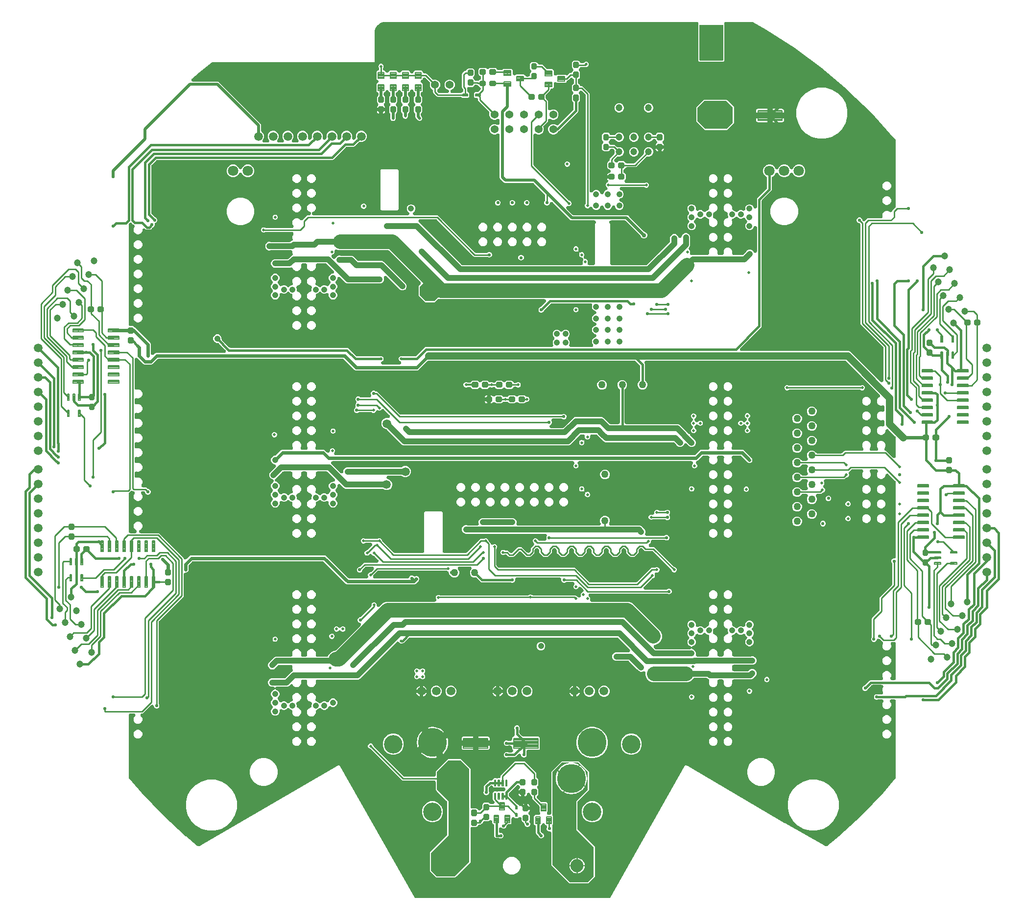
<source format=gbr>
G04 EAGLE Gerber RS-274X export*
G75*
%MOMM*%
%FSLAX34Y34*%
%LPD*%
%INTop Copper*%
%IPPOS*%
%AMOC8*
5,1,8,0,0,1.08239X$1,22.5*%
G01*
%ADD10C,1.371600*%
%ADD11C,0.500000*%
%ADD12C,0.204000*%
%ADD13C,0.200000*%
%ADD14C,1.500000*%
%ADD15C,5.000000*%
%ADD16C,3.200000*%
%ADD17C,2.250000*%
%ADD18C,0.198000*%
%ADD19C,1.200000*%
%ADD20C,0.198119*%
%ADD21C,1.800000*%
%ADD22C,1.270000*%
%ADD23C,0.199134*%
%ADD24C,0.209000*%
%ADD25C,1.275000*%
%ADD26C,1.050000*%
%ADD27C,0.500000*%
%ADD28C,0.550000*%
%ADD29C,0.406400*%
%ADD30C,0.254000*%
%ADD31C,0.609600*%
%ADD32C,1.016000*%
%ADD33C,0.508000*%
%ADD34C,0.304800*%
%ADD35C,2.540000*%
%ADD36C,1.270000*%
%ADD37C,0.750000*%

G36*
X167088Y-757997D02*
X167088Y-757997D01*
X167121Y-757999D01*
X167333Y-757977D01*
X167546Y-757959D01*
X167579Y-757951D01*
X167612Y-757948D01*
X167818Y-757892D01*
X168025Y-757841D01*
X168056Y-757827D01*
X168088Y-757819D01*
X168282Y-757730D01*
X168479Y-757646D01*
X168507Y-757628D01*
X168537Y-757615D01*
X168715Y-757495D01*
X168895Y-757381D01*
X168919Y-757359D01*
X168947Y-757341D01*
X169104Y-757194D01*
X169263Y-757052D01*
X169283Y-757027D01*
X169308Y-757004D01*
X169359Y-756933D01*
X169572Y-756668D01*
X169654Y-756526D01*
X169707Y-756451D01*
X297254Y-530791D01*
X297291Y-530712D01*
X297337Y-530636D01*
X297395Y-530488D01*
X297406Y-530463D01*
X298253Y-529024D01*
X298267Y-528996D01*
X298279Y-528978D01*
X298676Y-528276D01*
X299456Y-528074D01*
X299485Y-528064D01*
X299507Y-528061D01*
X300283Y-527845D01*
X300976Y-528253D01*
X301004Y-528266D01*
X301022Y-528279D01*
X302444Y-529083D01*
X302469Y-529106D01*
X302689Y-529247D01*
X302773Y-529310D01*
X470988Y-628260D01*
X471008Y-628270D01*
X471021Y-628279D01*
X539829Y-667598D01*
X540012Y-667684D01*
X540192Y-667775D01*
X540235Y-667788D01*
X540275Y-667807D01*
X540470Y-667862D01*
X540663Y-667923D01*
X540699Y-667927D01*
X540750Y-667942D01*
X541240Y-667998D01*
X541300Y-667995D01*
X541341Y-667999D01*
X543168Y-667999D01*
X543393Y-667981D01*
X543618Y-667966D01*
X543639Y-667961D01*
X543660Y-667959D01*
X543878Y-667905D01*
X544098Y-667854D01*
X544118Y-667846D01*
X544139Y-667841D01*
X544345Y-667752D01*
X544554Y-667666D01*
X544569Y-667656D01*
X544592Y-667646D01*
X545008Y-667381D01*
X545075Y-667322D01*
X545123Y-667290D01*
X564363Y-651199D01*
X564365Y-651197D01*
X564367Y-651196D01*
X564426Y-651137D01*
X564470Y-651105D01*
X603978Y-614787D01*
X604059Y-614700D01*
X604115Y-614653D01*
X641278Y-575939D01*
X641353Y-575848D01*
X641406Y-575798D01*
X662326Y-551087D01*
X662462Y-550897D01*
X662600Y-550707D01*
X662606Y-550696D01*
X662613Y-550686D01*
X662717Y-550476D01*
X662823Y-550266D01*
X662826Y-550254D01*
X662832Y-550243D01*
X662900Y-550021D01*
X662971Y-549796D01*
X662972Y-549785D01*
X662976Y-549772D01*
X663043Y-549283D01*
X663040Y-549182D01*
X663047Y-549118D01*
X663047Y-417112D01*
X663041Y-417036D01*
X663043Y-416960D01*
X663021Y-416791D01*
X663007Y-416620D01*
X662989Y-416546D01*
X662979Y-416471D01*
X662930Y-416307D01*
X662889Y-416141D01*
X662859Y-416072D01*
X662837Y-415998D01*
X662761Y-415845D01*
X662694Y-415688D01*
X662653Y-415624D01*
X662620Y-415555D01*
X662521Y-415416D01*
X662429Y-415272D01*
X662378Y-415215D01*
X662334Y-415153D01*
X662214Y-415032D01*
X662100Y-414904D01*
X662041Y-414856D01*
X661987Y-414802D01*
X661849Y-414701D01*
X661716Y-414594D01*
X661650Y-414557D01*
X661589Y-414512D01*
X661436Y-414435D01*
X661288Y-414350D01*
X661216Y-414324D01*
X661148Y-414289D01*
X660985Y-414238D01*
X660825Y-414179D01*
X660750Y-414164D01*
X660678Y-414141D01*
X660573Y-414129D01*
X660341Y-414084D01*
X660105Y-414077D01*
X660000Y-414065D01*
X655829Y-414065D01*
X655791Y-414068D01*
X655753Y-414066D01*
X655545Y-414088D01*
X655337Y-414105D01*
X655300Y-414114D01*
X655262Y-414118D01*
X655060Y-414173D01*
X654859Y-414223D01*
X654824Y-414238D01*
X654787Y-414249D01*
X654596Y-414336D01*
X654405Y-414418D01*
X654373Y-414438D01*
X654338Y-414454D01*
X654165Y-414571D01*
X653989Y-414683D01*
X653961Y-414708D01*
X653929Y-414730D01*
X653777Y-414873D01*
X653621Y-415012D01*
X653597Y-415042D01*
X653569Y-415068D01*
X653442Y-415233D01*
X653311Y-415396D01*
X653292Y-415429D01*
X653269Y-415459D01*
X653171Y-415643D01*
X653067Y-415824D01*
X653054Y-415860D01*
X653036Y-415894D01*
X652968Y-416091D01*
X652896Y-416287D01*
X652888Y-416324D01*
X652876Y-416360D01*
X652841Y-416567D01*
X652801Y-416771D01*
X652800Y-416809D01*
X652793Y-416847D01*
X652792Y-417056D01*
X652786Y-417264D01*
X652791Y-417302D01*
X652790Y-417340D01*
X652823Y-417546D01*
X652850Y-417753D01*
X652861Y-417790D01*
X652867Y-417827D01*
X652932Y-418025D01*
X652993Y-418225D01*
X653009Y-418260D01*
X653021Y-418296D01*
X653118Y-418481D01*
X653209Y-418669D01*
X653231Y-418700D01*
X653249Y-418734D01*
X653307Y-418806D01*
X653495Y-419071D01*
X653616Y-419193D01*
X653655Y-419243D01*
X654801Y-422008D01*
X654801Y-424992D01*
X653659Y-427749D01*
X651549Y-429859D01*
X648792Y-431001D01*
X645808Y-431001D01*
X643051Y-429859D01*
X640941Y-427749D01*
X639799Y-424992D01*
X639799Y-422008D01*
X640943Y-419246D01*
X640950Y-419238D01*
X640979Y-419212D01*
X641110Y-419050D01*
X641245Y-418891D01*
X641265Y-418858D01*
X641289Y-418828D01*
X641392Y-418648D01*
X641500Y-418468D01*
X641514Y-418433D01*
X641533Y-418400D01*
X641605Y-418204D01*
X641683Y-418010D01*
X641691Y-417973D01*
X641704Y-417937D01*
X641744Y-417732D01*
X641790Y-417529D01*
X641792Y-417490D01*
X641799Y-417453D01*
X641806Y-417245D01*
X641817Y-417036D01*
X641813Y-416998D01*
X641814Y-416960D01*
X641787Y-416753D01*
X641765Y-416545D01*
X641755Y-416509D01*
X641750Y-416471D01*
X641690Y-416271D01*
X641634Y-416070D01*
X641619Y-416035D01*
X641607Y-415998D01*
X641516Y-415811D01*
X641429Y-415621D01*
X641407Y-415590D01*
X641391Y-415555D01*
X641270Y-415385D01*
X641153Y-415212D01*
X641127Y-415184D01*
X641105Y-415153D01*
X640958Y-415005D01*
X640816Y-414852D01*
X640785Y-414829D01*
X640758Y-414802D01*
X640590Y-414679D01*
X640424Y-414552D01*
X640391Y-414534D01*
X640360Y-414512D01*
X640173Y-414418D01*
X639989Y-414319D01*
X639953Y-414307D01*
X639919Y-414289D01*
X639720Y-414227D01*
X639523Y-414159D01*
X639485Y-414153D01*
X639449Y-414141D01*
X639356Y-414131D01*
X639036Y-414076D01*
X638864Y-414075D01*
X638771Y-414065D01*
X633291Y-414065D01*
X633281Y-414066D01*
X633272Y-414065D01*
X633036Y-414085D01*
X632799Y-414105D01*
X632790Y-414107D01*
X632780Y-414108D01*
X632742Y-414119D01*
X632320Y-414223D01*
X632200Y-414275D01*
X632125Y-414297D01*
X630951Y-414783D01*
X629049Y-414783D01*
X627291Y-414055D01*
X625945Y-412709D01*
X625217Y-410951D01*
X625217Y-409049D01*
X625945Y-407291D01*
X627291Y-405945D01*
X629049Y-405217D01*
X630951Y-405217D01*
X632125Y-405703D01*
X632134Y-405706D01*
X632143Y-405711D01*
X632371Y-405783D01*
X632594Y-405855D01*
X632604Y-405856D01*
X632613Y-405859D01*
X632653Y-405863D01*
X633082Y-405928D01*
X633213Y-405926D01*
X633291Y-405935D01*
X637866Y-405935D01*
X638046Y-405921D01*
X638226Y-405914D01*
X638292Y-405901D01*
X638358Y-405895D01*
X638533Y-405852D01*
X638710Y-405816D01*
X638772Y-405793D01*
X638837Y-405777D01*
X639003Y-405705D01*
X639171Y-405642D01*
X639229Y-405608D01*
X639290Y-405582D01*
X639442Y-405485D01*
X639599Y-405395D01*
X639650Y-405353D01*
X639706Y-405317D01*
X639841Y-405197D01*
X639980Y-405082D01*
X640024Y-405033D01*
X640074Y-404988D01*
X640187Y-404848D01*
X640307Y-404713D01*
X640342Y-404656D01*
X640384Y-404604D01*
X640473Y-404448D01*
X640569Y-404295D01*
X640595Y-404233D01*
X640628Y-404176D01*
X640691Y-404006D01*
X640761Y-403840D01*
X640776Y-403776D01*
X640800Y-403713D01*
X640834Y-403536D01*
X640877Y-403361D01*
X640882Y-403294D01*
X640894Y-403229D01*
X640900Y-403049D01*
X640913Y-402869D01*
X640908Y-402802D01*
X640910Y-402736D01*
X640886Y-402557D01*
X640870Y-402377D01*
X640856Y-402327D01*
X640845Y-402247D01*
X640703Y-401775D01*
X640688Y-401744D01*
X640682Y-401722D01*
X639799Y-399592D01*
X639799Y-396608D01*
X641116Y-393429D01*
X641133Y-393400D01*
X641172Y-393294D01*
X641173Y-393291D01*
X641174Y-393288D01*
X641205Y-393206D01*
X641282Y-393014D01*
X641290Y-392975D01*
X641304Y-392937D01*
X641344Y-392734D01*
X641389Y-392532D01*
X641391Y-392492D01*
X641399Y-392453D01*
X641405Y-392246D01*
X641417Y-392040D01*
X641413Y-392000D01*
X641414Y-391960D01*
X641387Y-391755D01*
X641366Y-391549D01*
X641355Y-391510D01*
X641350Y-391471D01*
X641290Y-391273D01*
X641236Y-391073D01*
X641219Y-391037D01*
X641207Y-390998D01*
X641117Y-390813D01*
X641030Y-390624D01*
X641008Y-390591D01*
X640991Y-390555D01*
X640871Y-390387D01*
X640756Y-390215D01*
X640728Y-390186D01*
X640705Y-390153D01*
X640560Y-390006D01*
X640418Y-389855D01*
X640386Y-389830D01*
X640358Y-389802D01*
X640191Y-389680D01*
X640027Y-389554D01*
X639992Y-389535D01*
X639960Y-389512D01*
X639775Y-389418D01*
X639593Y-389320D01*
X639555Y-389307D01*
X639519Y-389289D01*
X639322Y-389227D01*
X639126Y-389160D01*
X639087Y-389153D01*
X639049Y-389141D01*
X638954Y-389130D01*
X638640Y-389077D01*
X638465Y-389075D01*
X638371Y-389065D01*
X622946Y-389065D01*
X622832Y-389074D01*
X622718Y-389073D01*
X622587Y-389094D01*
X622454Y-389105D01*
X622343Y-389132D01*
X622231Y-389150D01*
X622104Y-389191D01*
X621975Y-389223D01*
X621870Y-389268D01*
X621762Y-389304D01*
X621644Y-389366D01*
X621522Y-389418D01*
X621426Y-389479D01*
X621324Y-389532D01*
X621251Y-389591D01*
X621106Y-389683D01*
X620864Y-389899D01*
X620791Y-389957D01*
X615201Y-395547D01*
X615195Y-395555D01*
X615188Y-395561D01*
X615036Y-395741D01*
X614882Y-395923D01*
X614877Y-395932D01*
X614870Y-395939D01*
X614851Y-395974D01*
X614627Y-396346D01*
X614579Y-396467D01*
X614541Y-396536D01*
X614055Y-397709D01*
X612709Y-399055D01*
X610951Y-399783D01*
X609049Y-399783D01*
X607291Y-399055D01*
X605945Y-397709D01*
X605217Y-395951D01*
X605217Y-394049D01*
X605945Y-392291D01*
X607291Y-390945D01*
X608464Y-390459D01*
X608473Y-390455D01*
X608482Y-390452D01*
X608693Y-390342D01*
X608903Y-390234D01*
X608911Y-390229D01*
X608920Y-390224D01*
X608951Y-390199D01*
X609300Y-389941D01*
X609391Y-389848D01*
X609453Y-389799D01*
X617698Y-381554D01*
X619191Y-380935D01*
X638032Y-380935D01*
X638212Y-380921D01*
X638392Y-380914D01*
X638457Y-380901D01*
X638524Y-380895D01*
X638699Y-380852D01*
X638876Y-380816D01*
X638938Y-380793D01*
X639002Y-380777D01*
X639168Y-380705D01*
X639337Y-380642D01*
X639395Y-380608D01*
X639456Y-380582D01*
X639608Y-380485D01*
X639764Y-380395D01*
X639816Y-380353D01*
X639872Y-380317D01*
X640006Y-380197D01*
X640146Y-380082D01*
X640190Y-380033D01*
X640240Y-379988D01*
X640353Y-379848D01*
X640473Y-379713D01*
X640508Y-379656D01*
X640550Y-379604D01*
X640639Y-379448D01*
X640735Y-379295D01*
X640761Y-379233D01*
X640794Y-379176D01*
X640857Y-379006D01*
X640927Y-378840D01*
X640942Y-378776D01*
X640965Y-378713D01*
X641000Y-378536D01*
X641042Y-378361D01*
X641047Y-378294D01*
X641060Y-378229D01*
X641066Y-378049D01*
X641079Y-377869D01*
X641073Y-377802D01*
X641075Y-377736D01*
X641052Y-377557D01*
X641036Y-377377D01*
X641021Y-377327D01*
X641011Y-377247D01*
X640868Y-376775D01*
X640854Y-376744D01*
X640847Y-376722D01*
X639799Y-374192D01*
X639799Y-371208D01*
X640941Y-368451D01*
X643051Y-366341D01*
X645808Y-365199D01*
X648792Y-365199D01*
X651549Y-366341D01*
X653659Y-368451D01*
X654801Y-371208D01*
X654801Y-374192D01*
X653753Y-376722D01*
X653697Y-376894D01*
X653635Y-377063D01*
X653622Y-377128D01*
X653602Y-377191D01*
X653575Y-377370D01*
X653540Y-377547D01*
X653538Y-377613D01*
X653528Y-377679D01*
X653530Y-377860D01*
X653525Y-378040D01*
X653533Y-378106D01*
X653534Y-378173D01*
X653565Y-378350D01*
X653589Y-378529D01*
X653608Y-378593D01*
X653620Y-378658D01*
X653679Y-378828D01*
X653732Y-379002D01*
X653761Y-379061D01*
X653783Y-379124D01*
X653869Y-379283D01*
X653948Y-379445D01*
X653987Y-379499D01*
X654019Y-379557D01*
X654130Y-379700D01*
X654234Y-379847D01*
X654281Y-379894D01*
X654321Y-379947D01*
X654454Y-380070D01*
X654581Y-380198D01*
X654634Y-380237D01*
X654683Y-380282D01*
X654834Y-380382D01*
X654979Y-380488D01*
X655039Y-380518D01*
X655094Y-380555D01*
X655259Y-380629D01*
X655420Y-380711D01*
X655483Y-380731D01*
X655544Y-380758D01*
X655718Y-380805D01*
X655890Y-380859D01*
X655943Y-380865D01*
X656020Y-380886D01*
X656511Y-380935D01*
X656545Y-380933D01*
X656568Y-380935D01*
X660000Y-380935D01*
X660076Y-380929D01*
X660152Y-380931D01*
X660321Y-380909D01*
X660492Y-380895D01*
X660566Y-380877D01*
X660641Y-380867D01*
X660805Y-380818D01*
X660971Y-380777D01*
X661040Y-380747D01*
X661114Y-380725D01*
X661267Y-380649D01*
X661424Y-380582D01*
X661488Y-380541D01*
X661557Y-380508D01*
X661696Y-380409D01*
X661840Y-380317D01*
X661897Y-380266D01*
X661959Y-380222D01*
X662080Y-380102D01*
X662208Y-379988D01*
X662256Y-379929D01*
X662310Y-379875D01*
X662411Y-379737D01*
X662518Y-379604D01*
X662555Y-379538D01*
X662600Y-379477D01*
X662677Y-379324D01*
X662762Y-379176D01*
X662788Y-379104D01*
X662823Y-379036D01*
X662874Y-378873D01*
X662933Y-378713D01*
X662948Y-378638D01*
X662971Y-378566D01*
X662983Y-378461D01*
X663028Y-378229D01*
X663035Y-377993D01*
X663047Y-377888D01*
X663047Y-317850D01*
X663041Y-317774D01*
X663043Y-317698D01*
X663021Y-317529D01*
X663007Y-317358D01*
X662989Y-317284D01*
X662979Y-317209D01*
X662930Y-317045D01*
X662889Y-316879D01*
X662859Y-316810D01*
X662837Y-316736D01*
X662761Y-316583D01*
X662694Y-316426D01*
X662653Y-316362D01*
X662620Y-316293D01*
X662521Y-316154D01*
X662429Y-316010D01*
X662378Y-315953D01*
X662334Y-315891D01*
X662214Y-315770D01*
X662100Y-315642D01*
X662041Y-315594D01*
X661987Y-315540D01*
X661849Y-315439D01*
X661716Y-315332D01*
X661650Y-315295D01*
X661589Y-315250D01*
X661436Y-315173D01*
X661288Y-315088D01*
X661216Y-315062D01*
X661148Y-315027D01*
X660985Y-314976D01*
X660825Y-314917D01*
X660750Y-314902D01*
X660678Y-314879D01*
X660573Y-314867D01*
X660341Y-314822D01*
X660105Y-314815D01*
X660000Y-314803D01*
X657039Y-314803D01*
X656859Y-314817D01*
X656679Y-314824D01*
X656614Y-314837D01*
X656548Y-314843D01*
X656373Y-314886D01*
X656196Y-314922D01*
X656133Y-314945D01*
X656069Y-314961D01*
X655903Y-315033D01*
X655734Y-315096D01*
X655677Y-315130D01*
X655616Y-315156D01*
X655463Y-315253D01*
X655307Y-315343D01*
X655255Y-315385D01*
X655199Y-315421D01*
X655065Y-315541D01*
X654925Y-315656D01*
X654881Y-315705D01*
X654832Y-315750D01*
X654718Y-315890D01*
X654599Y-316025D01*
X654563Y-316082D01*
X654522Y-316134D01*
X654432Y-316290D01*
X654336Y-316443D01*
X654311Y-316505D01*
X654278Y-316562D01*
X654215Y-316731D01*
X654145Y-316898D01*
X654129Y-316963D01*
X654106Y-317025D01*
X654071Y-317202D01*
X654029Y-317377D01*
X654024Y-317444D01*
X654011Y-317509D01*
X654006Y-317689D01*
X653992Y-317869D01*
X653998Y-317936D01*
X653996Y-318002D01*
X654020Y-318181D01*
X654035Y-318361D01*
X654050Y-318412D01*
X654060Y-318491D01*
X654203Y-318963D01*
X654218Y-318994D01*
X654224Y-319016D01*
X654801Y-320408D01*
X654801Y-323392D01*
X653659Y-326149D01*
X651549Y-328259D01*
X648792Y-329401D01*
X645808Y-329401D01*
X643051Y-328259D01*
X640941Y-326149D01*
X639799Y-323392D01*
X639799Y-320408D01*
X640768Y-318070D01*
X640791Y-317997D01*
X640823Y-317927D01*
X640867Y-317762D01*
X640919Y-317600D01*
X640930Y-317524D01*
X640950Y-317450D01*
X640967Y-317281D01*
X640993Y-317112D01*
X640992Y-317036D01*
X640999Y-316959D01*
X640989Y-316789D01*
X640986Y-316619D01*
X640973Y-316544D01*
X640968Y-316467D01*
X640930Y-316301D01*
X640901Y-316133D01*
X640875Y-316061D01*
X640858Y-315986D01*
X640794Y-315828D01*
X640738Y-315668D01*
X640701Y-315600D01*
X640672Y-315529D01*
X640583Y-315384D01*
X640502Y-315234D01*
X640455Y-315174D01*
X640415Y-315108D01*
X640304Y-314979D01*
X640199Y-314845D01*
X640143Y-314793D01*
X640093Y-314735D01*
X639962Y-314625D01*
X639854Y-314525D01*
X636004Y-310675D01*
X635918Y-310601D01*
X635837Y-310520D01*
X635730Y-310442D01*
X635629Y-310356D01*
X635531Y-310297D01*
X635438Y-310230D01*
X635320Y-310170D01*
X635206Y-310101D01*
X635100Y-310059D01*
X634998Y-310007D01*
X634871Y-309967D01*
X634748Y-309918D01*
X634637Y-309893D01*
X634527Y-309859D01*
X634434Y-309849D01*
X634266Y-309811D01*
X634094Y-309802D01*
X633636Y-309612D01*
X633563Y-309588D01*
X633494Y-309557D01*
X633329Y-309513D01*
X633166Y-309460D01*
X633091Y-309449D01*
X633017Y-309429D01*
X632847Y-309412D01*
X632679Y-309387D01*
X632602Y-309388D01*
X632526Y-309380D01*
X632356Y-309391D01*
X632185Y-309393D01*
X632110Y-309406D01*
X632034Y-309411D01*
X631867Y-309449D01*
X631699Y-309479D01*
X631628Y-309504D01*
X631553Y-309521D01*
X631395Y-309585D01*
X631234Y-309642D01*
X631167Y-309678D01*
X631096Y-309707D01*
X630951Y-309796D01*
X630800Y-309878D01*
X630740Y-309925D01*
X630675Y-309964D01*
X630546Y-310075D01*
X630411Y-310180D01*
X630359Y-310236D01*
X630301Y-310286D01*
X630192Y-310417D01*
X630075Y-310542D01*
X630033Y-310606D01*
X629984Y-310664D01*
X629933Y-310756D01*
X629803Y-310953D01*
X629705Y-311169D01*
X629654Y-311261D01*
X629055Y-312709D01*
X627709Y-314055D01*
X625951Y-314783D01*
X624049Y-314783D01*
X622291Y-314055D01*
X620945Y-312709D01*
X620217Y-310951D01*
X620217Y-309049D01*
X620954Y-307270D01*
X620960Y-307264D01*
X621038Y-307157D01*
X621124Y-307056D01*
X621183Y-306958D01*
X621250Y-306865D01*
X621310Y-306747D01*
X621379Y-306633D01*
X621421Y-306527D01*
X621473Y-306425D01*
X621513Y-306298D01*
X621562Y-306175D01*
X621587Y-306064D01*
X621621Y-305954D01*
X621631Y-305861D01*
X621669Y-305693D01*
X621687Y-305369D01*
X621697Y-305277D01*
X621697Y-274343D01*
X622200Y-273129D01*
X634335Y-260994D01*
X634409Y-260908D01*
X634490Y-260827D01*
X634568Y-260720D01*
X634654Y-260619D01*
X634713Y-260521D01*
X634780Y-260428D01*
X634840Y-260310D01*
X634909Y-260196D01*
X634951Y-260090D01*
X635003Y-259988D01*
X635043Y-259861D01*
X635092Y-259738D01*
X635117Y-259627D01*
X635151Y-259518D01*
X635161Y-259424D01*
X635199Y-259256D01*
X635217Y-258932D01*
X635227Y-258840D01*
X635227Y-237972D01*
X635730Y-236758D01*
X655805Y-216683D01*
X655879Y-216596D01*
X655960Y-216516D01*
X656038Y-216409D01*
X656124Y-216307D01*
X656183Y-216209D01*
X656250Y-216117D01*
X656310Y-215999D01*
X656379Y-215885D01*
X656421Y-215779D01*
X656473Y-215677D01*
X656513Y-215550D01*
X656562Y-215427D01*
X656587Y-215315D01*
X656621Y-215206D01*
X656631Y-215113D01*
X656669Y-214945D01*
X656687Y-214621D01*
X656697Y-214529D01*
X656697Y-179723D01*
X656688Y-179610D01*
X656689Y-179495D01*
X656668Y-179364D01*
X656657Y-179232D01*
X656630Y-179121D01*
X656612Y-179008D01*
X656571Y-178882D01*
X656539Y-178753D01*
X656494Y-178648D01*
X656458Y-178539D01*
X656396Y-178421D01*
X656344Y-178299D01*
X656283Y-178203D01*
X656230Y-178102D01*
X656171Y-178028D01*
X656079Y-177883D01*
X655964Y-177755D01*
X655217Y-175951D01*
X655217Y-174049D01*
X655945Y-172291D01*
X657291Y-170945D01*
X659049Y-170217D01*
X660000Y-170217D01*
X660076Y-170211D01*
X660152Y-170213D01*
X660321Y-170191D01*
X660492Y-170177D01*
X660566Y-170159D01*
X660641Y-170149D01*
X660805Y-170100D01*
X660971Y-170059D01*
X661040Y-170029D01*
X661114Y-170007D01*
X661267Y-169931D01*
X661424Y-169864D01*
X661488Y-169823D01*
X661557Y-169790D01*
X661696Y-169691D01*
X661840Y-169599D01*
X661897Y-169548D01*
X661959Y-169504D01*
X662080Y-169384D01*
X662208Y-169270D01*
X662256Y-169211D01*
X662310Y-169157D01*
X662411Y-169019D01*
X662518Y-168886D01*
X662555Y-168820D01*
X662600Y-168759D01*
X662677Y-168606D01*
X662762Y-168458D01*
X662788Y-168386D01*
X662823Y-168318D01*
X662874Y-168155D01*
X662933Y-167995D01*
X662948Y-167920D01*
X662971Y-167848D01*
X662983Y-167743D01*
X663028Y-167511D01*
X663035Y-167275D01*
X663047Y-167170D01*
X663047Y-38480D01*
X663038Y-38367D01*
X663039Y-38252D01*
X663018Y-38121D01*
X663007Y-37989D01*
X662980Y-37878D01*
X662962Y-37765D01*
X662921Y-37639D01*
X662889Y-37510D01*
X662844Y-37405D01*
X662808Y-37296D01*
X662746Y-37178D01*
X662694Y-37056D01*
X662633Y-36960D01*
X662580Y-36859D01*
X662521Y-36785D01*
X662429Y-36640D01*
X662213Y-36398D01*
X662155Y-36326D01*
X650403Y-24573D01*
X650374Y-24549D01*
X650348Y-24520D01*
X650186Y-24389D01*
X650027Y-24254D01*
X649994Y-24234D01*
X649964Y-24210D01*
X649784Y-24108D01*
X649604Y-23999D01*
X649569Y-23985D01*
X649536Y-23966D01*
X649340Y-23894D01*
X649146Y-23816D01*
X649109Y-23808D01*
X649073Y-23795D01*
X648868Y-23755D01*
X648664Y-23710D01*
X648626Y-23707D01*
X648589Y-23700D01*
X648381Y-23694D01*
X648172Y-23682D01*
X648134Y-23686D01*
X648096Y-23685D01*
X647889Y-23712D01*
X647681Y-23734D01*
X647645Y-23744D01*
X647607Y-23749D01*
X647407Y-23810D01*
X647206Y-23865D01*
X647171Y-23881D01*
X647134Y-23892D01*
X646947Y-23983D01*
X646757Y-24070D01*
X646725Y-24092D01*
X646691Y-24109D01*
X646521Y-24229D01*
X646348Y-24346D01*
X646320Y-24372D01*
X646289Y-24394D01*
X646140Y-24541D01*
X645988Y-24684D01*
X645965Y-24714D01*
X645938Y-24741D01*
X645815Y-24909D01*
X645688Y-25075D01*
X645670Y-25109D01*
X645648Y-25140D01*
X645554Y-25326D01*
X645455Y-25510D01*
X645443Y-25546D01*
X645425Y-25580D01*
X645363Y-25779D01*
X645295Y-25977D01*
X645289Y-26014D01*
X645277Y-26050D01*
X645267Y-26143D01*
X645212Y-26463D01*
X645211Y-26635D01*
X645201Y-26728D01*
X645201Y-26892D01*
X644059Y-29649D01*
X641949Y-31759D01*
X639192Y-32901D01*
X636208Y-32901D01*
X633451Y-31759D01*
X631341Y-29649D01*
X630199Y-26892D01*
X630199Y-23908D01*
X631370Y-21081D01*
X631457Y-20979D01*
X631477Y-20946D01*
X631501Y-20916D01*
X631604Y-20736D01*
X631712Y-20556D01*
X631726Y-20521D01*
X631745Y-20488D01*
X631817Y-20292D01*
X631895Y-20098D01*
X631903Y-20061D01*
X631916Y-20025D01*
X631956Y-19820D01*
X632002Y-19617D01*
X632004Y-19578D01*
X632011Y-19541D01*
X632018Y-19333D01*
X632029Y-19124D01*
X632025Y-19086D01*
X632026Y-19048D01*
X631999Y-18842D01*
X631977Y-18634D01*
X631967Y-18597D01*
X631962Y-18559D01*
X631902Y-18359D01*
X631846Y-18158D01*
X631831Y-18123D01*
X631819Y-18086D01*
X631728Y-17899D01*
X631641Y-17709D01*
X631619Y-17678D01*
X631603Y-17643D01*
X631482Y-17474D01*
X631365Y-17300D01*
X631339Y-17272D01*
X631317Y-17241D01*
X631171Y-17093D01*
X631028Y-16941D01*
X630997Y-16917D01*
X630970Y-16890D01*
X630802Y-16767D01*
X630636Y-16640D01*
X630602Y-16622D01*
X630572Y-16600D01*
X630386Y-16506D01*
X630202Y-16407D01*
X630165Y-16395D01*
X630131Y-16377D01*
X629932Y-16315D01*
X629735Y-16247D01*
X629697Y-16241D01*
X629661Y-16229D01*
X629568Y-16219D01*
X629248Y-16164D01*
X629076Y-16163D01*
X628983Y-16153D01*
X621017Y-16153D01*
X620979Y-16156D01*
X620941Y-16154D01*
X620734Y-16176D01*
X620525Y-16193D01*
X620488Y-16202D01*
X620450Y-16206D01*
X620249Y-16261D01*
X620047Y-16311D01*
X620011Y-16326D01*
X619974Y-16337D01*
X619785Y-16424D01*
X619593Y-16506D01*
X619561Y-16526D01*
X619526Y-16542D01*
X619353Y-16659D01*
X619177Y-16771D01*
X619149Y-16796D01*
X619117Y-16818D01*
X618965Y-16960D01*
X618809Y-17100D01*
X618785Y-17130D01*
X618757Y-17156D01*
X618630Y-17321D01*
X618499Y-17484D01*
X618480Y-17517D01*
X618457Y-17547D01*
X618358Y-17731D01*
X618255Y-17912D01*
X618242Y-17948D01*
X618224Y-17982D01*
X618156Y-18179D01*
X618084Y-18375D01*
X618076Y-18412D01*
X618064Y-18449D01*
X618029Y-18655D01*
X617989Y-18859D01*
X617988Y-18897D01*
X617981Y-18935D01*
X617980Y-19144D01*
X617974Y-19352D01*
X617979Y-19390D01*
X617978Y-19428D01*
X618011Y-19634D01*
X618038Y-19841D01*
X618049Y-19878D01*
X618055Y-19916D01*
X618120Y-20113D01*
X618181Y-20313D01*
X618197Y-20348D01*
X618209Y-20384D01*
X618306Y-20569D01*
X618397Y-20757D01*
X618419Y-20788D01*
X618437Y-20822D01*
X618495Y-20895D01*
X618633Y-21088D01*
X619801Y-23908D01*
X619801Y-26892D01*
X618659Y-29649D01*
X616549Y-31759D01*
X613792Y-32901D01*
X610808Y-32901D01*
X608051Y-31759D01*
X605941Y-29649D01*
X604799Y-26892D01*
X604799Y-23908D01*
X605970Y-21081D01*
X606057Y-20979D01*
X606077Y-20946D01*
X606101Y-20916D01*
X606204Y-20736D01*
X606312Y-20556D01*
X606326Y-20521D01*
X606345Y-20488D01*
X606417Y-20292D01*
X606495Y-20098D01*
X606503Y-20061D01*
X606516Y-20025D01*
X606556Y-19820D01*
X606602Y-19617D01*
X606604Y-19578D01*
X606611Y-19541D01*
X606618Y-19333D01*
X606629Y-19124D01*
X606625Y-19086D01*
X606626Y-19048D01*
X606599Y-18842D01*
X606577Y-18634D01*
X606567Y-18597D01*
X606562Y-18559D01*
X606502Y-18359D01*
X606446Y-18158D01*
X606431Y-18123D01*
X606419Y-18086D01*
X606328Y-17899D01*
X606241Y-17709D01*
X606219Y-17678D01*
X606203Y-17643D01*
X606082Y-17474D01*
X605965Y-17300D01*
X605939Y-17272D01*
X605917Y-17241D01*
X605771Y-17093D01*
X605628Y-16941D01*
X605597Y-16917D01*
X605570Y-16890D01*
X605402Y-16767D01*
X605236Y-16640D01*
X605202Y-16622D01*
X605172Y-16600D01*
X604986Y-16506D01*
X604802Y-16407D01*
X604765Y-16395D01*
X604731Y-16377D01*
X604532Y-16315D01*
X604335Y-16247D01*
X604297Y-16241D01*
X604261Y-16229D01*
X604168Y-16219D01*
X603848Y-16164D01*
X603676Y-16163D01*
X603583Y-16153D01*
X587830Y-16153D01*
X587717Y-16162D01*
X587602Y-16161D01*
X587471Y-16182D01*
X587339Y-16193D01*
X587228Y-16220D01*
X587115Y-16238D01*
X586989Y-16279D01*
X586860Y-16311D01*
X586755Y-16356D01*
X586646Y-16392D01*
X586529Y-16453D01*
X586406Y-16506D01*
X586310Y-16567D01*
X586209Y-16620D01*
X586135Y-16679D01*
X585990Y-16771D01*
X585748Y-16987D01*
X585676Y-17045D01*
X582327Y-20394D01*
X582186Y-20560D01*
X582041Y-20724D01*
X582026Y-20748D01*
X582008Y-20770D01*
X581895Y-20956D01*
X581779Y-21142D01*
X581768Y-21168D01*
X581753Y-21192D01*
X581672Y-21395D01*
X581587Y-21596D01*
X581581Y-21624D01*
X581570Y-21650D01*
X581523Y-21863D01*
X581472Y-22076D01*
X581469Y-22104D01*
X581463Y-22132D01*
X581451Y-22350D01*
X581435Y-22568D01*
X581437Y-22596D01*
X581436Y-22624D01*
X581459Y-22842D01*
X581478Y-23059D01*
X581484Y-23082D01*
X581488Y-23115D01*
X581618Y-23591D01*
X581652Y-23664D01*
X581667Y-23714D01*
X582033Y-24598D01*
X582033Y-26402D01*
X581343Y-28068D01*
X580068Y-29343D01*
X578203Y-30115D01*
X578185Y-30118D01*
X578059Y-30159D01*
X577930Y-30191D01*
X577825Y-30236D01*
X577716Y-30272D01*
X577598Y-30334D01*
X577476Y-30386D01*
X577380Y-30447D01*
X577279Y-30500D01*
X577205Y-30559D01*
X577060Y-30651D01*
X576818Y-30867D01*
X576746Y-30925D01*
X574821Y-32850D01*
X573607Y-33353D01*
X541713Y-33353D01*
X541533Y-33367D01*
X541353Y-33374D01*
X541288Y-33387D01*
X541222Y-33393D01*
X541046Y-33436D01*
X540870Y-33472D01*
X540807Y-33495D01*
X540743Y-33511D01*
X540577Y-33583D01*
X540408Y-33646D01*
X540351Y-33680D01*
X540289Y-33706D01*
X540137Y-33803D01*
X539981Y-33893D01*
X539929Y-33935D01*
X539873Y-33971D01*
X539739Y-34091D01*
X539599Y-34206D01*
X539555Y-34255D01*
X539505Y-34300D01*
X539392Y-34440D01*
X539273Y-34575D01*
X539237Y-34632D01*
X539196Y-34684D01*
X539106Y-34840D01*
X539010Y-34993D01*
X538984Y-35055D01*
X538952Y-35112D01*
X538889Y-35282D01*
X538819Y-35448D01*
X538803Y-35512D01*
X538780Y-35575D01*
X538745Y-35752D01*
X538703Y-35927D01*
X538698Y-35994D01*
X538685Y-36059D01*
X538680Y-36239D01*
X538666Y-36419D01*
X538672Y-36486D01*
X538670Y-36552D01*
X538693Y-36731D01*
X538709Y-36911D01*
X538724Y-36961D01*
X538734Y-37041D01*
X538877Y-37513D01*
X538892Y-37544D01*
X538898Y-37566D01*
X539533Y-39098D01*
X539533Y-40902D01*
X538843Y-42568D01*
X538034Y-43376D01*
X537918Y-43513D01*
X537795Y-43646D01*
X537758Y-43701D01*
X537715Y-43752D01*
X537622Y-43906D01*
X537522Y-44057D01*
X537495Y-44117D01*
X537460Y-44174D01*
X537393Y-44342D01*
X537319Y-44507D01*
X537302Y-44571D01*
X537277Y-44632D01*
X537238Y-44809D01*
X537191Y-44983D01*
X537185Y-45049D01*
X537170Y-45114D01*
X537160Y-45295D01*
X537142Y-45474D01*
X537146Y-45540D01*
X537143Y-45607D01*
X537162Y-45786D01*
X537173Y-45966D01*
X537188Y-46031D01*
X537195Y-46097D01*
X537243Y-46271D01*
X537283Y-46447D01*
X537308Y-46509D01*
X537326Y-46573D01*
X537401Y-46737D01*
X537469Y-46904D01*
X537504Y-46961D01*
X537531Y-47021D01*
X537632Y-47171D01*
X537726Y-47325D01*
X537770Y-47376D01*
X537807Y-47431D01*
X537930Y-47562D01*
X538048Y-47699D01*
X538099Y-47742D01*
X538145Y-47790D01*
X538288Y-47900D01*
X538426Y-48016D01*
X538427Y-48017D01*
X539843Y-49432D01*
X540533Y-51098D01*
X540533Y-52902D01*
X539843Y-54568D01*
X538568Y-55843D01*
X536703Y-56615D01*
X536685Y-56618D01*
X536559Y-56659D01*
X536430Y-56691D01*
X536325Y-56736D01*
X536216Y-56772D01*
X536098Y-56834D01*
X535976Y-56886D01*
X535880Y-56947D01*
X535779Y-57000D01*
X535705Y-57059D01*
X535560Y-57151D01*
X535318Y-57367D01*
X535246Y-57425D01*
X534421Y-58250D01*
X533207Y-58753D01*
X527469Y-58753D01*
X527288Y-58767D01*
X527108Y-58774D01*
X527043Y-58787D01*
X526977Y-58793D01*
X526801Y-58836D01*
X526625Y-58872D01*
X526563Y-58895D01*
X526498Y-58911D01*
X526332Y-58983D01*
X526163Y-59046D01*
X526106Y-59080D01*
X526045Y-59106D01*
X525892Y-59203D01*
X525736Y-59293D01*
X525685Y-59335D01*
X525629Y-59371D01*
X525494Y-59491D01*
X525354Y-59606D01*
X525310Y-59655D01*
X525261Y-59700D01*
X525147Y-59840D01*
X525028Y-59975D01*
X524992Y-60032D01*
X524951Y-60084D01*
X524861Y-60240D01*
X524765Y-60393D01*
X524740Y-60454D01*
X524707Y-60512D01*
X524644Y-60682D01*
X524574Y-60848D01*
X524558Y-60912D01*
X524535Y-60975D01*
X524500Y-61152D01*
X524458Y-61327D01*
X524453Y-61394D01*
X524440Y-61459D01*
X524435Y-61639D01*
X524421Y-61819D01*
X524427Y-61886D01*
X524425Y-61952D01*
X524449Y-62131D01*
X524464Y-62311D01*
X524479Y-62361D01*
X524489Y-62441D01*
X524632Y-62913D01*
X524647Y-62944D01*
X524653Y-62966D01*
X526108Y-66478D01*
X526108Y-69822D01*
X524828Y-72913D01*
X522463Y-75278D01*
X519372Y-76558D01*
X516028Y-76558D01*
X512937Y-75278D01*
X510572Y-72913D01*
X509292Y-69822D01*
X509292Y-66478D01*
X510747Y-62966D01*
X510802Y-62795D01*
X510865Y-62625D01*
X510878Y-62560D01*
X510898Y-62497D01*
X510925Y-62318D01*
X510960Y-62141D01*
X510962Y-62075D01*
X510972Y-62009D01*
X510969Y-61828D01*
X510975Y-61648D01*
X510966Y-61582D01*
X510965Y-61515D01*
X510934Y-61338D01*
X510911Y-61159D01*
X510891Y-61095D01*
X510880Y-61030D01*
X510820Y-60859D01*
X510768Y-60686D01*
X510739Y-60627D01*
X510717Y-60564D01*
X510630Y-60406D01*
X510551Y-60243D01*
X510513Y-60189D01*
X510481Y-60131D01*
X510370Y-59988D01*
X510266Y-59841D01*
X510219Y-59794D01*
X510178Y-59741D01*
X510046Y-59618D01*
X509919Y-59490D01*
X509865Y-59451D01*
X509816Y-59406D01*
X509666Y-59306D01*
X509520Y-59200D01*
X509461Y-59170D01*
X509405Y-59133D01*
X509241Y-59059D01*
X509080Y-58977D01*
X509016Y-58957D01*
X508956Y-58930D01*
X508782Y-58883D01*
X508609Y-58829D01*
X508557Y-58823D01*
X508479Y-58802D01*
X507988Y-58753D01*
X507955Y-58755D01*
X507931Y-58753D01*
X502069Y-58753D01*
X501851Y-58770D01*
X501633Y-58784D01*
X501605Y-58790D01*
X501577Y-58793D01*
X501365Y-58845D01*
X501152Y-58894D01*
X501125Y-58905D01*
X501098Y-58911D01*
X500898Y-58997D01*
X500695Y-59080D01*
X500671Y-59095D01*
X500645Y-59106D01*
X500460Y-59223D01*
X500274Y-59337D01*
X500252Y-59356D01*
X500229Y-59371D01*
X500066Y-59516D01*
X499900Y-59659D01*
X499882Y-59681D01*
X499861Y-59700D01*
X499724Y-59869D01*
X499583Y-60037D01*
X499572Y-60058D01*
X499551Y-60084D01*
X499543Y-60098D01*
X497063Y-62578D01*
X493972Y-63858D01*
X490628Y-63858D01*
X487537Y-62578D01*
X485172Y-60213D01*
X483892Y-57122D01*
X483892Y-53778D01*
X485172Y-50687D01*
X487537Y-48322D01*
X490628Y-47042D01*
X493972Y-47042D01*
X497063Y-48322D01*
X499571Y-50830D01*
X499608Y-50881D01*
X499734Y-51059D01*
X499754Y-51079D01*
X499771Y-51102D01*
X499928Y-51255D01*
X500081Y-51410D01*
X500104Y-51427D01*
X500124Y-51447D01*
X500304Y-51572D01*
X500480Y-51700D01*
X500505Y-51713D01*
X500529Y-51729D01*
X500726Y-51825D01*
X500920Y-51923D01*
X500947Y-51931D01*
X500973Y-51944D01*
X501183Y-52005D01*
X501391Y-52071D01*
X501414Y-52074D01*
X501446Y-52083D01*
X501936Y-52144D01*
X502016Y-52141D01*
X502069Y-52147D01*
X507931Y-52147D01*
X508112Y-52133D01*
X508292Y-52126D01*
X508357Y-52113D01*
X508423Y-52107D01*
X508599Y-52064D01*
X508775Y-52028D01*
X508837Y-52005D01*
X508902Y-51989D01*
X509068Y-51917D01*
X509237Y-51854D01*
X509294Y-51820D01*
X509355Y-51794D01*
X509508Y-51697D01*
X509664Y-51607D01*
X509715Y-51565D01*
X509771Y-51529D01*
X509906Y-51409D01*
X510046Y-51294D01*
X510090Y-51245D01*
X510139Y-51200D01*
X510253Y-51060D01*
X510372Y-50925D01*
X510408Y-50868D01*
X510449Y-50816D01*
X510539Y-50660D01*
X510635Y-50507D01*
X510660Y-50446D01*
X510693Y-50388D01*
X510756Y-50218D01*
X510826Y-50052D01*
X510842Y-49988D01*
X510865Y-49925D01*
X510900Y-49748D01*
X510942Y-49573D01*
X510947Y-49506D01*
X510960Y-49441D01*
X510965Y-49261D01*
X510979Y-49081D01*
X510973Y-49014D01*
X510975Y-48948D01*
X510951Y-48769D01*
X510936Y-48589D01*
X510921Y-48539D01*
X510911Y-48459D01*
X510768Y-47987D01*
X510753Y-47956D01*
X510747Y-47934D01*
X509292Y-44422D01*
X509292Y-41078D01*
X510747Y-37566D01*
X510802Y-37395D01*
X510865Y-37225D01*
X510878Y-37160D01*
X510898Y-37097D01*
X510925Y-36918D01*
X510960Y-36741D01*
X510962Y-36675D01*
X510972Y-36609D01*
X510969Y-36428D01*
X510975Y-36248D01*
X510966Y-36182D01*
X510965Y-36115D01*
X510934Y-35938D01*
X510911Y-35759D01*
X510891Y-35695D01*
X510880Y-35630D01*
X510820Y-35459D01*
X510768Y-35286D01*
X510739Y-35227D01*
X510717Y-35164D01*
X510630Y-35006D01*
X510551Y-34843D01*
X510513Y-34789D01*
X510481Y-34731D01*
X510370Y-34588D01*
X510266Y-34441D01*
X510219Y-34394D01*
X510178Y-34341D01*
X510046Y-34218D01*
X509919Y-34090D01*
X509865Y-34051D01*
X509816Y-34006D01*
X509666Y-33906D01*
X509520Y-33800D01*
X509461Y-33770D01*
X509405Y-33733D01*
X509241Y-33659D01*
X509080Y-33577D01*
X509016Y-33557D01*
X508956Y-33530D01*
X508782Y-33483D01*
X508609Y-33429D01*
X508557Y-33423D01*
X508479Y-33402D01*
X507988Y-33353D01*
X507955Y-33355D01*
X507931Y-33353D01*
X502069Y-33353D01*
X501851Y-33370D01*
X501633Y-33384D01*
X501605Y-33390D01*
X501577Y-33393D01*
X501365Y-33445D01*
X501152Y-33494D01*
X501125Y-33505D01*
X501098Y-33511D01*
X500898Y-33597D01*
X500695Y-33680D01*
X500671Y-33695D01*
X500645Y-33706D01*
X500460Y-33823D01*
X500274Y-33937D01*
X500252Y-33956D01*
X500229Y-33971D01*
X500066Y-34116D01*
X499900Y-34259D01*
X499882Y-34281D01*
X499861Y-34300D01*
X499724Y-34469D01*
X499583Y-34637D01*
X499572Y-34658D01*
X499551Y-34684D01*
X499543Y-34698D01*
X497063Y-37178D01*
X493972Y-38458D01*
X490628Y-38458D01*
X487537Y-37178D01*
X485172Y-34813D01*
X483892Y-31722D01*
X483892Y-28378D01*
X485172Y-25287D01*
X487537Y-22922D01*
X490628Y-21642D01*
X493972Y-21642D01*
X497063Y-22922D01*
X499571Y-25430D01*
X499608Y-25481D01*
X499734Y-25659D01*
X499754Y-25679D01*
X499771Y-25702D01*
X499928Y-25855D01*
X500081Y-26010D01*
X500104Y-26027D01*
X500124Y-26047D01*
X500304Y-26172D01*
X500480Y-26300D01*
X500505Y-26313D01*
X500529Y-26329D01*
X500726Y-26425D01*
X500920Y-26523D01*
X500947Y-26531D01*
X500973Y-26544D01*
X501183Y-26605D01*
X501391Y-26671D01*
X501414Y-26674D01*
X501446Y-26683D01*
X501936Y-26744D01*
X502016Y-26741D01*
X502069Y-26747D01*
X507931Y-26747D01*
X508112Y-26733D01*
X508292Y-26726D01*
X508357Y-26713D01*
X508423Y-26707D01*
X508599Y-26664D01*
X508775Y-26628D01*
X508837Y-26605D01*
X508902Y-26589D01*
X509068Y-26517D01*
X509237Y-26454D01*
X509294Y-26420D01*
X509355Y-26394D01*
X509508Y-26297D01*
X509664Y-26207D01*
X509715Y-26165D01*
X509771Y-26129D01*
X509906Y-26009D01*
X510046Y-25894D01*
X510090Y-25845D01*
X510139Y-25800D01*
X510253Y-25660D01*
X510372Y-25525D01*
X510408Y-25468D01*
X510449Y-25416D01*
X510539Y-25260D01*
X510635Y-25107D01*
X510660Y-25046D01*
X510693Y-24988D01*
X510756Y-24818D01*
X510826Y-24652D01*
X510842Y-24588D01*
X510865Y-24525D01*
X510900Y-24348D01*
X510942Y-24173D01*
X510947Y-24106D01*
X510960Y-24041D01*
X510965Y-23861D01*
X510979Y-23681D01*
X510973Y-23614D01*
X510975Y-23548D01*
X510951Y-23369D01*
X510936Y-23189D01*
X510921Y-23139D01*
X510911Y-23059D01*
X510768Y-22587D01*
X510753Y-22556D01*
X510747Y-22534D01*
X509292Y-19022D01*
X509292Y-15678D01*
X510747Y-12166D01*
X510802Y-11995D01*
X510865Y-11825D01*
X510878Y-11760D01*
X510898Y-11697D01*
X510925Y-11518D01*
X510960Y-11341D01*
X510962Y-11275D01*
X510972Y-11209D01*
X510969Y-11028D01*
X510975Y-10848D01*
X510966Y-10782D01*
X510965Y-10715D01*
X510934Y-10538D01*
X510911Y-10359D01*
X510891Y-10295D01*
X510880Y-10230D01*
X510820Y-10059D01*
X510768Y-9886D01*
X510739Y-9827D01*
X510717Y-9764D01*
X510630Y-9606D01*
X510551Y-9443D01*
X510513Y-9389D01*
X510481Y-9331D01*
X510370Y-9188D01*
X510266Y-9041D01*
X510219Y-8994D01*
X510178Y-8941D01*
X510046Y-8818D01*
X509919Y-8690D01*
X509865Y-8651D01*
X509816Y-8606D01*
X509666Y-8506D01*
X509520Y-8400D01*
X509461Y-8370D01*
X509405Y-8333D01*
X509241Y-8259D01*
X509080Y-8177D01*
X509016Y-8157D01*
X508956Y-8130D01*
X508782Y-8083D01*
X508609Y-8029D01*
X508557Y-8023D01*
X508479Y-8002D01*
X507988Y-7953D01*
X507955Y-7955D01*
X507931Y-7953D01*
X502069Y-7953D01*
X501851Y-7970D01*
X501633Y-7984D01*
X501605Y-7990D01*
X501577Y-7993D01*
X501365Y-8045D01*
X501152Y-8094D01*
X501125Y-8105D01*
X501098Y-8111D01*
X500898Y-8197D01*
X500695Y-8280D01*
X500671Y-8295D01*
X500645Y-8306D01*
X500460Y-8423D01*
X500274Y-8537D01*
X500252Y-8556D01*
X500229Y-8571D01*
X500066Y-8716D01*
X499900Y-8859D01*
X499882Y-8881D01*
X499861Y-8900D01*
X499724Y-9069D01*
X499583Y-9237D01*
X499572Y-9258D01*
X499551Y-9284D01*
X499543Y-9298D01*
X497063Y-11778D01*
X493972Y-13058D01*
X490628Y-13058D01*
X487537Y-11778D01*
X485172Y-9413D01*
X483892Y-6322D01*
X483892Y-2978D01*
X485172Y113D01*
X487537Y2478D01*
X490628Y3758D01*
X493972Y3758D01*
X497063Y2478D01*
X499571Y-30D01*
X499608Y-81D01*
X499734Y-259D01*
X499754Y-279D01*
X499771Y-302D01*
X499928Y-455D01*
X500081Y-610D01*
X500104Y-627D01*
X500124Y-647D01*
X500304Y-772D01*
X500480Y-900D01*
X500505Y-913D01*
X500529Y-930D01*
X500726Y-1025D01*
X500920Y-1123D01*
X500947Y-1131D01*
X500973Y-1144D01*
X501182Y-1205D01*
X501391Y-1271D01*
X501414Y-1274D01*
X501446Y-1283D01*
X501936Y-1344D01*
X502016Y-1341D01*
X502069Y-1347D01*
X507931Y-1347D01*
X508112Y-1333D01*
X508292Y-1326D01*
X508357Y-1313D01*
X508423Y-1307D01*
X508599Y-1264D01*
X508775Y-1228D01*
X508837Y-1205D01*
X508902Y-1189D01*
X509068Y-1117D01*
X509237Y-1054D01*
X509294Y-1020D01*
X509355Y-994D01*
X509508Y-897D01*
X509664Y-807D01*
X509715Y-765D01*
X509771Y-729D01*
X509906Y-609D01*
X510046Y-495D01*
X510090Y-445D01*
X510139Y-400D01*
X510253Y-260D01*
X510372Y-125D01*
X510408Y-68D01*
X510449Y-17D01*
X510539Y140D01*
X510635Y293D01*
X510660Y354D01*
X510693Y412D01*
X510756Y582D01*
X510826Y748D01*
X510842Y812D01*
X510865Y875D01*
X510900Y1052D01*
X510942Y1227D01*
X510947Y1294D01*
X510960Y1359D01*
X510965Y1539D01*
X510979Y1719D01*
X510973Y1786D01*
X510975Y1852D01*
X510951Y2031D01*
X510936Y2211D01*
X510921Y2261D01*
X510911Y2341D01*
X510768Y2813D01*
X510753Y2844D01*
X510747Y2866D01*
X509292Y6378D01*
X509292Y9722D01*
X510572Y12813D01*
X512937Y15178D01*
X516028Y16458D01*
X519372Y16458D01*
X522463Y15178D01*
X524971Y12670D01*
X525008Y12619D01*
X525134Y12441D01*
X525154Y12421D01*
X525171Y12398D01*
X525328Y12245D01*
X525481Y12090D01*
X525504Y12073D01*
X525524Y12053D01*
X525704Y11928D01*
X525880Y11800D01*
X525905Y11787D01*
X525929Y11771D01*
X526126Y11675D01*
X526320Y11577D01*
X526347Y11569D01*
X526373Y11556D01*
X526583Y11495D01*
X526791Y11429D01*
X526814Y11426D01*
X526846Y11417D01*
X527336Y11356D01*
X527416Y11359D01*
X527469Y11353D01*
X568570Y11353D01*
X568683Y11362D01*
X568798Y11361D01*
X568929Y11382D01*
X569061Y11393D01*
X569172Y11420D01*
X569285Y11438D01*
X569411Y11479D01*
X569540Y11511D01*
X569645Y11556D01*
X569754Y11592D01*
X569872Y11654D01*
X569994Y11706D01*
X570090Y11767D01*
X570191Y11820D01*
X570265Y11879D01*
X570410Y11971D01*
X570652Y12187D01*
X570724Y12245D01*
X573829Y15350D01*
X575043Y15853D01*
X603883Y15853D01*
X603921Y15856D01*
X603959Y15854D01*
X604167Y15876D01*
X604375Y15893D01*
X604412Y15902D01*
X604450Y15906D01*
X604651Y15961D01*
X604853Y16011D01*
X604889Y16026D01*
X604925Y16037D01*
X605115Y16124D01*
X605307Y16206D01*
X605339Y16226D01*
X605374Y16242D01*
X605547Y16359D01*
X605723Y16471D01*
X605751Y16496D01*
X605783Y16518D01*
X605935Y16661D01*
X606091Y16800D01*
X606115Y16829D01*
X606143Y16856D01*
X606270Y17022D01*
X606401Y17184D01*
X606420Y17217D01*
X606443Y17247D01*
X606542Y17431D01*
X606645Y17612D01*
X606658Y17648D01*
X606676Y17682D01*
X606744Y17879D01*
X606816Y18075D01*
X606824Y18112D01*
X606836Y18148D01*
X606871Y18354D01*
X606911Y18559D01*
X606912Y18597D01*
X606919Y18635D01*
X606920Y18844D01*
X606926Y19052D01*
X606921Y19090D01*
X606922Y19128D01*
X606889Y19334D01*
X606862Y19541D01*
X606851Y19578D01*
X606845Y19615D01*
X606780Y19813D01*
X606719Y20013D01*
X606703Y20048D01*
X606691Y20084D01*
X606594Y20269D01*
X606503Y20457D01*
X606481Y20488D01*
X606463Y20522D01*
X606405Y20594D01*
X606217Y20859D01*
X606096Y20981D01*
X606038Y21055D01*
X605941Y21151D01*
X604799Y23908D01*
X604799Y26892D01*
X605941Y29649D01*
X608051Y31759D01*
X610808Y32901D01*
X613792Y32901D01*
X616549Y31759D01*
X618659Y29649D01*
X619801Y26892D01*
X619801Y23908D01*
X618659Y21151D01*
X618562Y21055D01*
X618538Y21026D01*
X618509Y21000D01*
X618378Y20838D01*
X618243Y20679D01*
X618223Y20646D01*
X618199Y20616D01*
X618096Y20435D01*
X617988Y20256D01*
X617974Y20221D01*
X617955Y20188D01*
X617882Y19992D01*
X617805Y19798D01*
X617797Y19761D01*
X617784Y19725D01*
X617744Y19521D01*
X617698Y19317D01*
X617696Y19278D01*
X617689Y19241D01*
X617682Y19034D01*
X617671Y18824D01*
X617675Y18786D01*
X617674Y18748D01*
X617701Y18541D01*
X617723Y18333D01*
X617733Y18297D01*
X617738Y18259D01*
X617798Y18059D01*
X617854Y17858D01*
X617869Y17823D01*
X617881Y17786D01*
X617972Y17599D01*
X618059Y17409D01*
X618081Y17378D01*
X618097Y17343D01*
X618218Y17173D01*
X618335Y17000D01*
X618361Y16972D01*
X618383Y16941D01*
X618530Y16793D01*
X618672Y16640D01*
X618703Y16617D01*
X618730Y16590D01*
X618898Y16467D01*
X619064Y16340D01*
X619098Y16322D01*
X619128Y16300D01*
X619314Y16206D01*
X619499Y16107D01*
X619535Y16095D01*
X619569Y16077D01*
X619768Y16015D01*
X619965Y15947D01*
X620003Y15941D01*
X620039Y15929D01*
X620132Y15919D01*
X620452Y15864D01*
X620624Y15863D01*
X620717Y15853D01*
X629283Y15853D01*
X629321Y15856D01*
X629359Y15854D01*
X629567Y15876D01*
X629775Y15893D01*
X629812Y15902D01*
X629850Y15906D01*
X630051Y15961D01*
X630253Y16011D01*
X630289Y16026D01*
X630325Y16037D01*
X630515Y16124D01*
X630707Y16206D01*
X630739Y16226D01*
X630774Y16242D01*
X630947Y16359D01*
X631123Y16471D01*
X631151Y16496D01*
X631183Y16518D01*
X631335Y16661D01*
X631491Y16800D01*
X631515Y16829D01*
X631543Y16856D01*
X631670Y17022D01*
X631801Y17184D01*
X631820Y17217D01*
X631843Y17247D01*
X631942Y17431D01*
X632045Y17612D01*
X632058Y17648D01*
X632076Y17682D01*
X632144Y17879D01*
X632216Y18075D01*
X632224Y18112D01*
X632236Y18148D01*
X632271Y18354D01*
X632311Y18559D01*
X632312Y18597D01*
X632319Y18635D01*
X632320Y18844D01*
X632326Y19052D01*
X632321Y19090D01*
X632322Y19128D01*
X632289Y19334D01*
X632262Y19541D01*
X632251Y19578D01*
X632245Y19615D01*
X632180Y19813D01*
X632119Y20013D01*
X632103Y20048D01*
X632091Y20084D01*
X631994Y20269D01*
X631903Y20457D01*
X631881Y20488D01*
X631863Y20522D01*
X631805Y20594D01*
X631617Y20859D01*
X631496Y20981D01*
X631438Y21055D01*
X631341Y21151D01*
X630199Y23908D01*
X630199Y26892D01*
X631341Y29649D01*
X633451Y31759D01*
X636208Y32901D01*
X639192Y32901D01*
X641949Y31759D01*
X644059Y29649D01*
X645201Y26892D01*
X645201Y23908D01*
X644059Y21151D01*
X643962Y21055D01*
X643938Y21026D01*
X643909Y21000D01*
X643778Y20838D01*
X643643Y20679D01*
X643623Y20646D01*
X643599Y20616D01*
X643496Y20435D01*
X643388Y20256D01*
X643374Y20221D01*
X643355Y20188D01*
X643282Y19992D01*
X643205Y19798D01*
X643197Y19761D01*
X643184Y19725D01*
X643144Y19521D01*
X643098Y19317D01*
X643096Y19278D01*
X643089Y19241D01*
X643082Y19034D01*
X643071Y18824D01*
X643075Y18786D01*
X643074Y18748D01*
X643101Y18541D01*
X643123Y18333D01*
X643133Y18297D01*
X643138Y18259D01*
X643198Y18059D01*
X643254Y17858D01*
X643269Y17823D01*
X643281Y17786D01*
X643372Y17599D01*
X643459Y17409D01*
X643481Y17378D01*
X643497Y17343D01*
X643618Y17173D01*
X643735Y17000D01*
X643761Y16972D01*
X643783Y16941D01*
X643930Y16793D01*
X644072Y16640D01*
X644103Y16617D01*
X644130Y16590D01*
X644298Y16467D01*
X644464Y16340D01*
X644498Y16322D01*
X644528Y16300D01*
X644714Y16206D01*
X644899Y16107D01*
X644935Y16095D01*
X644969Y16077D01*
X645168Y16015D01*
X645365Y15947D01*
X645390Y15943D01*
X646821Y15350D01*
X657845Y4326D01*
X657874Y4301D01*
X657900Y4272D01*
X658062Y4141D01*
X658221Y4006D01*
X658254Y3986D01*
X658284Y3962D01*
X658464Y3860D01*
X658644Y3751D01*
X658679Y3737D01*
X658712Y3718D01*
X658908Y3646D01*
X659102Y3568D01*
X659139Y3560D01*
X659175Y3547D01*
X659380Y3507D01*
X659584Y3462D01*
X659622Y3459D01*
X659659Y3452D01*
X659867Y3446D01*
X660076Y3434D01*
X660114Y3438D01*
X660152Y3437D01*
X660359Y3464D01*
X660567Y3486D01*
X660603Y3496D01*
X660641Y3501D01*
X660841Y3562D01*
X661042Y3617D01*
X661077Y3633D01*
X661114Y3644D01*
X661301Y3735D01*
X661491Y3823D01*
X661523Y3844D01*
X661557Y3861D01*
X661727Y3981D01*
X661900Y4098D01*
X661928Y4124D01*
X661959Y4146D01*
X662108Y4293D01*
X662260Y4436D01*
X662283Y4466D01*
X662310Y4493D01*
X662433Y4661D01*
X662560Y4827D01*
X662578Y4861D01*
X662600Y4892D01*
X662694Y5078D01*
X662793Y5262D01*
X662805Y5298D01*
X662823Y5332D01*
X662885Y5531D01*
X662953Y5729D01*
X662959Y5766D01*
X662971Y5802D01*
X662981Y5895D01*
X663036Y6215D01*
X663037Y6387D01*
X663047Y6480D01*
X663047Y38836D01*
X663038Y38949D01*
X663039Y39064D01*
X663018Y39195D01*
X663007Y39327D01*
X662980Y39438D01*
X662962Y39551D01*
X662921Y39677D01*
X662889Y39806D01*
X662844Y39911D01*
X662808Y40020D01*
X662746Y40137D01*
X662694Y40259D01*
X662633Y40356D01*
X662580Y40457D01*
X662521Y40531D01*
X662429Y40676D01*
X662213Y40918D01*
X662155Y40990D01*
X650403Y52742D01*
X650374Y52767D01*
X650348Y52795D01*
X650186Y52927D01*
X650027Y53062D01*
X649994Y53082D01*
X649964Y53105D01*
X649784Y53208D01*
X649604Y53316D01*
X649569Y53331D01*
X649536Y53349D01*
X649340Y53422D01*
X649146Y53499D01*
X649109Y53508D01*
X649073Y53521D01*
X648868Y53561D01*
X648664Y53606D01*
X648626Y53608D01*
X648589Y53616D01*
X648381Y53622D01*
X648172Y53634D01*
X648134Y53630D01*
X648096Y53631D01*
X647889Y53604D01*
X647681Y53582D01*
X647645Y53572D01*
X647607Y53567D01*
X647407Y53506D01*
X647206Y53451D01*
X647171Y53435D01*
X647134Y53424D01*
X646947Y53332D01*
X646757Y53245D01*
X646725Y53224D01*
X646691Y53207D01*
X646521Y53086D01*
X646348Y52970D01*
X646320Y52944D01*
X646289Y52922D01*
X646140Y52775D01*
X645988Y52632D01*
X645965Y52602D01*
X645938Y52575D01*
X645815Y52406D01*
X645688Y52241D01*
X645670Y52207D01*
X645648Y52176D01*
X645554Y51990D01*
X645455Y51806D01*
X645443Y51770D01*
X645425Y51736D01*
X645363Y51537D01*
X645295Y51339D01*
X645289Y51302D01*
X645277Y51265D01*
X645267Y51173D01*
X645212Y50853D01*
X645211Y50681D01*
X645201Y50588D01*
X645201Y49308D01*
X644059Y46551D01*
X641949Y44441D01*
X639192Y43299D01*
X636208Y43299D01*
X633451Y44441D01*
X631341Y46551D01*
X630199Y49308D01*
X630199Y52292D01*
X631341Y55049D01*
X633451Y57159D01*
X636208Y58301D01*
X639192Y58301D01*
X639522Y58164D01*
X639694Y58109D01*
X639863Y58046D01*
X639928Y58033D01*
X639991Y58013D01*
X640170Y57986D01*
X640347Y57951D01*
X640413Y57949D01*
X640479Y57939D01*
X640660Y57942D01*
X640840Y57936D01*
X640906Y57945D01*
X640972Y57945D01*
X641150Y57977D01*
X641329Y58000D01*
X641393Y58020D01*
X641458Y58031D01*
X641629Y58091D01*
X641802Y58143D01*
X641861Y58172D01*
X641924Y58194D01*
X642083Y58280D01*
X642245Y58360D01*
X642299Y58398D01*
X642357Y58430D01*
X642500Y58541D01*
X642647Y58645D01*
X642694Y58692D01*
X642747Y58733D01*
X642870Y58865D01*
X642998Y58992D01*
X643037Y59046D01*
X643082Y59094D01*
X643182Y59245D01*
X643288Y59391D01*
X643318Y59450D01*
X643355Y59505D01*
X643429Y59670D01*
X643511Y59831D01*
X643531Y59894D01*
X643558Y59955D01*
X643605Y60129D01*
X643659Y60302D01*
X643665Y60354D01*
X643686Y60432D01*
X643735Y60923D01*
X643733Y60956D01*
X643735Y60979D01*
X643735Y66021D01*
X643721Y66201D01*
X643714Y66381D01*
X643701Y66446D01*
X643695Y66512D01*
X643652Y66687D01*
X643616Y66864D01*
X643593Y66927D01*
X643577Y66991D01*
X643506Y67157D01*
X643442Y67326D01*
X643408Y67384D01*
X643382Y67445D01*
X643285Y67597D01*
X643195Y67753D01*
X643153Y67805D01*
X643117Y67861D01*
X642997Y67995D01*
X642882Y68135D01*
X642833Y68179D01*
X642788Y68228D01*
X642648Y68342D01*
X642513Y68461D01*
X642456Y68497D01*
X642404Y68538D01*
X642248Y68628D01*
X642095Y68724D01*
X642034Y68750D01*
X641976Y68782D01*
X641806Y68845D01*
X641640Y68915D01*
X641576Y68931D01*
X641513Y68954D01*
X641336Y68989D01*
X641161Y69031D01*
X641094Y69036D01*
X641029Y69049D01*
X640849Y69054D01*
X640669Y69068D01*
X640602Y69062D01*
X640536Y69064D01*
X640357Y69041D01*
X640177Y69025D01*
X640127Y69010D01*
X640047Y69000D01*
X639575Y68857D01*
X639544Y68842D01*
X639522Y68836D01*
X639192Y68699D01*
X636208Y68699D01*
X633451Y69841D01*
X631341Y71951D01*
X630199Y74708D01*
X630199Y77692D01*
X631341Y80449D01*
X633451Y82559D01*
X636208Y83701D01*
X639192Y83701D01*
X639522Y83564D01*
X639694Y83509D01*
X639863Y83446D01*
X639928Y83433D01*
X639991Y83413D01*
X640170Y83386D01*
X640347Y83351D01*
X640413Y83349D01*
X640479Y83339D01*
X640660Y83342D01*
X640840Y83336D01*
X640906Y83345D01*
X640972Y83345D01*
X641150Y83377D01*
X641329Y83400D01*
X641393Y83420D01*
X641458Y83431D01*
X641629Y83491D01*
X641802Y83543D01*
X641861Y83572D01*
X641924Y83594D01*
X642083Y83680D01*
X642245Y83760D01*
X642299Y83798D01*
X642357Y83830D01*
X642500Y83941D01*
X642647Y84045D01*
X642694Y84092D01*
X642747Y84133D01*
X642870Y84265D01*
X642998Y84392D01*
X643037Y84446D01*
X643082Y84494D01*
X643182Y84645D01*
X643288Y84791D01*
X643318Y84850D01*
X643355Y84905D01*
X643429Y85070D01*
X643511Y85231D01*
X643531Y85294D01*
X643558Y85355D01*
X643605Y85530D01*
X643659Y85702D01*
X643665Y85754D01*
X643686Y85832D01*
X643735Y86323D01*
X643733Y86356D01*
X643735Y86379D01*
X643735Y91421D01*
X643721Y91601D01*
X643714Y91781D01*
X643701Y91846D01*
X643695Y91912D01*
X643652Y92087D01*
X643616Y92264D01*
X643593Y92327D01*
X643577Y92391D01*
X643506Y92557D01*
X643442Y92726D01*
X643408Y92784D01*
X643382Y92845D01*
X643285Y92997D01*
X643195Y93153D01*
X643153Y93205D01*
X643117Y93261D01*
X642997Y93395D01*
X642882Y93535D01*
X642833Y93579D01*
X642788Y93628D01*
X642648Y93742D01*
X642513Y93861D01*
X642456Y93897D01*
X642404Y93938D01*
X642248Y94028D01*
X642095Y94124D01*
X642034Y94150D01*
X641976Y94182D01*
X641806Y94245D01*
X641640Y94315D01*
X641576Y94331D01*
X641513Y94354D01*
X641336Y94389D01*
X641161Y94431D01*
X641094Y94436D01*
X641029Y94449D01*
X640849Y94454D01*
X640669Y94468D01*
X640602Y94462D01*
X640536Y94464D01*
X640357Y94441D01*
X640177Y94425D01*
X640127Y94410D01*
X640047Y94400D01*
X639575Y94257D01*
X639544Y94242D01*
X639522Y94236D01*
X639192Y94099D01*
X636208Y94099D01*
X633451Y95241D01*
X631341Y97351D01*
X630199Y100108D01*
X630199Y103092D01*
X631341Y105849D01*
X633451Y107959D01*
X634000Y108186D01*
X634161Y108268D01*
X634325Y108344D01*
X634380Y108381D01*
X634439Y108411D01*
X634584Y108518D01*
X634734Y108619D01*
X634782Y108665D01*
X634836Y108704D01*
X634962Y108833D01*
X635094Y108957D01*
X635134Y109010D01*
X635181Y109057D01*
X635284Y109205D01*
X635394Y109348D01*
X635425Y109407D01*
X635464Y109461D01*
X635542Y109624D01*
X635627Y109783D01*
X635649Y109846D01*
X635678Y109906D01*
X635729Y110079D01*
X635787Y110250D01*
X635798Y110315D01*
X635817Y110379D01*
X635839Y110558D01*
X635870Y110736D01*
X635870Y110803D01*
X635878Y110869D01*
X635872Y111049D01*
X635873Y111229D01*
X635862Y111295D01*
X635860Y111362D01*
X635824Y111539D01*
X635796Y111717D01*
X635775Y111780D01*
X635762Y111845D01*
X635698Y112014D01*
X635642Y112185D01*
X635611Y112244D01*
X635588Y112307D01*
X635497Y112463D01*
X635414Y112623D01*
X635381Y112664D01*
X635341Y112734D01*
X635029Y113116D01*
X635003Y113138D01*
X634989Y113156D01*
X577420Y170725D01*
X577333Y170799D01*
X577253Y170880D01*
X577146Y170958D01*
X577044Y171044D01*
X576946Y171103D01*
X576854Y171170D01*
X576736Y171230D01*
X576622Y171299D01*
X576516Y171341D01*
X576414Y171393D01*
X576287Y171433D01*
X576164Y171482D01*
X576052Y171507D01*
X575943Y171541D01*
X575850Y171551D01*
X575682Y171589D01*
X575358Y171607D01*
X575266Y171617D01*
X231219Y171617D01*
X231039Y171603D01*
X230859Y171596D01*
X230794Y171583D01*
X230727Y171577D01*
X230552Y171534D01*
X230375Y171498D01*
X230313Y171475D01*
X230249Y171459D01*
X230082Y171387D01*
X229914Y171324D01*
X229857Y171290D01*
X229795Y171264D01*
X229643Y171167D01*
X229487Y171077D01*
X229435Y171035D01*
X229379Y170999D01*
X229245Y170879D01*
X229105Y170764D01*
X229061Y170715D01*
X229011Y170670D01*
X228898Y170530D01*
X228779Y170395D01*
X228743Y170338D01*
X228701Y170286D01*
X228612Y170130D01*
X228516Y169977D01*
X228490Y169916D01*
X228457Y169858D01*
X228395Y169688D01*
X228325Y169522D01*
X228309Y169458D01*
X228286Y169395D01*
X228251Y169218D01*
X228209Y169043D01*
X228204Y168976D01*
X228191Y168911D01*
X228186Y168731D01*
X228172Y168551D01*
X228178Y168484D01*
X228176Y168418D01*
X228199Y168239D01*
X228215Y168059D01*
X228230Y168009D01*
X228240Y167929D01*
X228383Y167457D01*
X228397Y167426D01*
X228404Y167404D01*
X229065Y165809D01*
X229065Y139052D01*
X229074Y138939D01*
X229073Y138824D01*
X229094Y138693D01*
X229105Y138561D01*
X229132Y138450D01*
X229150Y138337D01*
X229191Y138211D01*
X229223Y138082D01*
X229268Y137977D01*
X229304Y137869D01*
X229366Y137751D01*
X229418Y137629D01*
X229479Y137532D01*
X229532Y137431D01*
X229591Y137357D01*
X229683Y137212D01*
X229899Y136970D01*
X229957Y136898D01*
X232107Y134748D01*
X233383Y131667D01*
X233383Y128333D01*
X232107Y125252D01*
X229748Y122893D01*
X226667Y121617D01*
X223333Y121617D01*
X220252Y122893D01*
X217893Y125252D01*
X216617Y128333D01*
X216617Y131667D01*
X217893Y134748D01*
X220043Y136898D01*
X220117Y136985D01*
X220198Y137065D01*
X220276Y137172D01*
X220362Y137274D01*
X220421Y137372D01*
X220488Y137464D01*
X220548Y137582D01*
X220617Y137696D01*
X220659Y137802D01*
X220711Y137904D01*
X220751Y138031D01*
X220800Y138154D01*
X220825Y138266D01*
X220859Y138375D01*
X220869Y138468D01*
X220907Y138636D01*
X220925Y138960D01*
X220935Y139052D01*
X220935Y162054D01*
X220926Y162168D01*
X220927Y162282D01*
X220906Y162413D01*
X220895Y162546D01*
X220868Y162657D01*
X220850Y162769D01*
X220809Y162896D01*
X220777Y163025D01*
X220732Y163130D01*
X220696Y163238D01*
X220634Y163356D01*
X220582Y163478D01*
X220521Y163574D01*
X220468Y163676D01*
X220409Y163749D01*
X220317Y163894D01*
X220101Y164136D01*
X220043Y164209D01*
X213527Y170725D01*
X213440Y170799D01*
X213360Y170880D01*
X213252Y170958D01*
X213151Y171044D01*
X213053Y171103D01*
X212961Y171170D01*
X212842Y171230D01*
X212728Y171299D01*
X212622Y171341D01*
X212520Y171393D01*
X212394Y171433D01*
X212270Y171482D01*
X212159Y171507D01*
X212050Y171541D01*
X211956Y171551D01*
X211789Y171589D01*
X211464Y171607D01*
X211372Y171617D01*
X-144935Y171617D01*
X-145049Y171608D01*
X-145163Y171609D01*
X-145295Y171588D01*
X-145427Y171577D01*
X-145538Y171550D01*
X-145651Y171532D01*
X-145777Y171491D01*
X-145906Y171459D01*
X-146011Y171414D01*
X-146119Y171378D01*
X-146237Y171316D01*
X-146359Y171264D01*
X-146455Y171203D01*
X-146557Y171150D01*
X-146630Y171091D01*
X-146775Y170999D01*
X-147017Y170783D01*
X-147090Y170725D01*
X-162122Y155693D01*
X-163989Y154919D01*
X-271011Y154919D01*
X-272878Y155693D01*
X-291212Y174027D01*
X-291299Y174101D01*
X-291379Y174182D01*
X-291487Y174260D01*
X-291588Y174346D01*
X-291686Y174405D01*
X-291778Y174472D01*
X-291896Y174532D01*
X-292010Y174601D01*
X-292117Y174643D01*
X-292218Y174695D01*
X-292345Y174735D01*
X-292469Y174784D01*
X-292580Y174809D01*
X-292689Y174843D01*
X-292782Y174853D01*
X-292950Y174891D01*
X-293274Y174909D01*
X-293367Y174919D01*
X-611633Y174919D01*
X-611747Y174910D01*
X-611861Y174911D01*
X-611993Y174890D01*
X-612125Y174879D01*
X-612236Y174852D01*
X-612349Y174834D01*
X-612475Y174793D01*
X-612604Y174761D01*
X-612709Y174716D01*
X-612817Y174680D01*
X-612935Y174618D01*
X-613057Y174566D01*
X-613153Y174505D01*
X-613255Y174452D01*
X-613328Y174393D01*
X-613473Y174301D01*
X-613715Y174085D01*
X-613788Y174027D01*
X-622122Y165693D01*
X-623989Y164919D01*
X-636011Y164919D01*
X-637878Y165693D01*
X-639736Y167550D01*
X-639736Y167551D01*
X-647449Y175264D01*
X-647450Y175264D01*
X-647995Y175810D01*
X-648024Y175835D01*
X-648050Y175863D01*
X-648212Y175994D01*
X-648371Y176129D01*
X-648404Y176149D01*
X-648434Y176173D01*
X-648615Y176276D01*
X-648794Y176384D01*
X-648829Y176398D01*
X-648862Y176417D01*
X-649058Y176490D01*
X-649252Y176567D01*
X-649289Y176575D01*
X-649325Y176589D01*
X-649529Y176629D01*
X-649733Y176674D01*
X-649772Y176676D01*
X-649809Y176683D01*
X-650016Y176690D01*
X-650226Y176702D01*
X-650264Y176698D01*
X-650302Y176699D01*
X-650508Y176672D01*
X-650717Y176649D01*
X-650753Y176639D01*
X-650791Y176634D01*
X-650991Y176574D01*
X-651192Y176519D01*
X-651227Y176503D01*
X-651264Y176492D01*
X-651451Y176400D01*
X-651641Y176313D01*
X-651672Y176292D01*
X-651707Y176275D01*
X-651877Y176154D01*
X-652050Y176038D01*
X-652078Y176012D01*
X-652109Y175989D01*
X-652257Y175843D01*
X-652410Y175700D01*
X-652433Y175670D01*
X-652460Y175643D01*
X-652583Y175474D01*
X-652710Y175308D01*
X-652728Y175275D01*
X-652750Y175244D01*
X-652844Y175058D01*
X-652943Y174874D01*
X-652955Y174838D01*
X-652973Y174804D01*
X-653035Y174605D01*
X-653103Y174407D01*
X-653109Y174370D01*
X-653121Y174333D01*
X-653131Y174240D01*
X-653186Y173921D01*
X-653187Y173749D01*
X-653197Y173655D01*
X-653197Y124537D01*
X-653183Y124357D01*
X-653176Y124176D01*
X-653163Y124111D01*
X-653157Y124045D01*
X-653114Y123869D01*
X-653078Y123693D01*
X-653055Y123631D01*
X-653039Y123566D01*
X-652967Y123400D01*
X-652904Y123231D01*
X-652870Y123174D01*
X-652844Y123113D01*
X-652747Y122960D01*
X-652657Y122804D01*
X-652615Y122753D01*
X-652579Y122697D01*
X-652459Y122562D01*
X-652344Y122422D01*
X-652295Y122378D01*
X-652250Y122329D01*
X-652110Y122215D01*
X-651974Y122096D01*
X-651918Y122060D01*
X-651866Y122019D01*
X-651710Y121929D01*
X-651557Y121833D01*
X-651495Y121808D01*
X-651438Y121775D01*
X-651268Y121712D01*
X-651102Y121642D01*
X-651038Y121626D01*
X-650975Y121603D01*
X-650798Y121569D01*
X-650623Y121526D01*
X-650556Y121521D01*
X-650491Y121508D01*
X-650311Y121503D01*
X-650131Y121489D01*
X-650064Y121495D01*
X-649998Y121493D01*
X-649819Y121517D01*
X-649639Y121532D01*
X-649588Y121547D01*
X-649509Y121557D01*
X-649037Y121700D01*
X-649006Y121715D01*
X-648984Y121721D01*
X-648792Y121801D01*
X-645808Y121801D01*
X-643051Y120659D01*
X-640941Y118549D01*
X-639799Y115792D01*
X-639799Y112808D01*
X-640941Y110051D01*
X-643051Y107941D01*
X-645808Y106799D01*
X-648792Y106799D01*
X-648984Y106879D01*
X-649155Y106934D01*
X-649325Y106997D01*
X-649390Y107010D01*
X-649453Y107030D01*
X-649632Y107057D01*
X-649809Y107092D01*
X-649875Y107094D01*
X-649941Y107104D01*
X-650122Y107101D01*
X-650302Y107107D01*
X-650368Y107098D01*
X-650434Y107097D01*
X-650612Y107066D01*
X-650791Y107043D01*
X-650855Y107023D01*
X-650920Y107012D01*
X-651090Y106952D01*
X-651264Y106900D01*
X-651323Y106871D01*
X-651386Y106849D01*
X-651544Y106763D01*
X-651707Y106683D01*
X-651761Y106645D01*
X-651819Y106613D01*
X-651962Y106502D01*
X-652109Y106398D01*
X-652156Y106351D01*
X-652209Y106310D01*
X-652332Y106178D01*
X-652460Y106051D01*
X-652499Y105997D01*
X-652544Y105948D01*
X-652644Y105798D01*
X-652750Y105652D01*
X-652780Y105593D01*
X-652817Y105537D01*
X-652891Y105373D01*
X-652973Y105212D01*
X-652993Y105148D01*
X-653020Y105088D01*
X-653067Y104914D01*
X-653121Y104741D01*
X-653127Y104689D01*
X-653148Y104611D01*
X-653197Y104120D01*
X-653195Y104087D01*
X-653197Y104063D01*
X-653197Y99137D01*
X-653183Y98957D01*
X-653176Y98776D01*
X-653163Y98711D01*
X-653157Y98645D01*
X-653114Y98469D01*
X-653078Y98293D01*
X-653055Y98231D01*
X-653039Y98166D01*
X-652967Y98000D01*
X-652904Y97831D01*
X-652870Y97774D01*
X-652844Y97713D01*
X-652747Y97560D01*
X-652657Y97404D01*
X-652615Y97352D01*
X-652579Y97297D01*
X-652459Y97162D01*
X-652344Y97022D01*
X-652295Y96978D01*
X-652250Y96929D01*
X-652110Y96815D01*
X-651974Y96696D01*
X-651918Y96660D01*
X-651866Y96619D01*
X-651710Y96529D01*
X-651557Y96433D01*
X-651495Y96408D01*
X-651438Y96375D01*
X-651268Y96312D01*
X-651102Y96242D01*
X-651038Y96226D01*
X-650975Y96203D01*
X-650798Y96169D01*
X-650623Y96126D01*
X-650556Y96121D01*
X-650491Y96108D01*
X-650311Y96103D01*
X-650131Y96089D01*
X-650064Y96095D01*
X-649998Y96093D01*
X-649819Y96117D01*
X-649639Y96132D01*
X-649588Y96147D01*
X-649509Y96157D01*
X-649037Y96300D01*
X-649006Y96315D01*
X-648984Y96321D01*
X-648792Y96401D01*
X-645808Y96401D01*
X-643051Y95259D01*
X-640941Y93149D01*
X-639799Y90392D01*
X-639799Y87408D01*
X-640941Y84651D01*
X-643051Y82541D01*
X-645808Y81399D01*
X-648792Y81399D01*
X-648984Y81479D01*
X-649155Y81534D01*
X-649325Y81597D01*
X-649390Y81610D01*
X-649453Y81630D01*
X-649632Y81657D01*
X-649809Y81692D01*
X-649875Y81694D01*
X-649941Y81704D01*
X-650122Y81701D01*
X-650302Y81707D01*
X-650368Y81698D01*
X-650434Y81697D01*
X-650612Y81666D01*
X-650791Y81643D01*
X-650855Y81623D01*
X-650920Y81612D01*
X-651090Y81552D01*
X-651264Y81500D01*
X-651323Y81471D01*
X-651386Y81449D01*
X-651544Y81363D01*
X-651707Y81283D01*
X-651761Y81245D01*
X-651819Y81213D01*
X-651962Y81102D01*
X-652109Y80998D01*
X-652156Y80951D01*
X-652209Y80910D01*
X-652332Y80778D01*
X-652460Y80651D01*
X-652499Y80597D01*
X-652544Y80548D01*
X-652644Y80398D01*
X-652750Y80252D01*
X-652780Y80193D01*
X-652817Y80137D01*
X-652891Y79973D01*
X-652973Y79812D01*
X-652993Y79748D01*
X-653020Y79688D01*
X-653067Y79514D01*
X-653121Y79341D01*
X-653127Y79289D01*
X-653148Y79211D01*
X-653197Y78720D01*
X-653195Y78687D01*
X-653197Y78663D01*
X-653197Y73737D01*
X-653183Y73557D01*
X-653176Y73376D01*
X-653163Y73311D01*
X-653157Y73245D01*
X-653114Y73069D01*
X-653078Y72893D01*
X-653055Y72831D01*
X-653039Y72766D01*
X-652967Y72600D01*
X-652904Y72431D01*
X-652870Y72374D01*
X-652844Y72313D01*
X-652747Y72160D01*
X-652657Y72004D01*
X-652615Y71953D01*
X-652579Y71897D01*
X-652459Y71762D01*
X-652344Y71622D01*
X-652295Y71578D01*
X-652250Y71529D01*
X-652110Y71415D01*
X-651974Y71296D01*
X-651918Y71260D01*
X-651866Y71219D01*
X-651710Y71129D01*
X-651557Y71033D01*
X-651495Y71008D01*
X-651438Y70975D01*
X-651268Y70912D01*
X-651102Y70842D01*
X-651038Y70826D01*
X-650975Y70803D01*
X-650798Y70769D01*
X-650623Y70726D01*
X-650556Y70721D01*
X-650491Y70708D01*
X-650311Y70703D01*
X-650131Y70689D01*
X-650064Y70695D01*
X-649998Y70693D01*
X-649819Y70717D01*
X-649639Y70732D01*
X-649588Y70747D01*
X-649509Y70757D01*
X-649037Y70900D01*
X-649006Y70915D01*
X-648984Y70921D01*
X-648792Y71001D01*
X-645808Y71001D01*
X-643051Y69859D01*
X-640941Y67749D01*
X-639799Y64992D01*
X-639799Y62008D01*
X-640941Y59251D01*
X-643051Y57141D01*
X-645808Y55999D01*
X-648792Y55999D01*
X-648984Y56079D01*
X-649155Y56134D01*
X-649325Y56197D01*
X-649390Y56210D01*
X-649453Y56230D01*
X-649632Y56257D01*
X-649809Y56292D01*
X-649875Y56294D01*
X-649941Y56304D01*
X-650122Y56301D01*
X-650302Y56307D01*
X-650368Y56298D01*
X-650434Y56297D01*
X-650612Y56266D01*
X-650791Y56243D01*
X-650855Y56223D01*
X-650920Y56212D01*
X-651090Y56152D01*
X-651264Y56100D01*
X-651323Y56071D01*
X-651386Y56049D01*
X-651544Y55963D01*
X-651707Y55883D01*
X-651761Y55845D01*
X-651819Y55813D01*
X-651962Y55702D01*
X-652109Y55598D01*
X-652156Y55551D01*
X-652209Y55510D01*
X-652332Y55378D01*
X-652460Y55251D01*
X-652499Y55197D01*
X-652544Y55148D01*
X-652644Y54998D01*
X-652750Y54852D01*
X-652780Y54793D01*
X-652817Y54737D01*
X-652891Y54573D01*
X-652973Y54412D01*
X-652993Y54348D01*
X-653020Y54288D01*
X-653067Y54114D01*
X-653121Y53941D01*
X-653127Y53889D01*
X-653148Y53811D01*
X-653197Y53320D01*
X-653195Y53287D01*
X-653197Y53263D01*
X-653197Y48337D01*
X-653183Y48157D01*
X-653176Y47976D01*
X-653163Y47911D01*
X-653157Y47845D01*
X-653114Y47669D01*
X-653078Y47493D01*
X-653055Y47431D01*
X-653039Y47366D01*
X-652967Y47200D01*
X-652904Y47031D01*
X-652870Y46974D01*
X-652844Y46913D01*
X-652747Y46760D01*
X-652657Y46604D01*
X-652615Y46553D01*
X-652579Y46497D01*
X-652459Y46362D01*
X-652344Y46222D01*
X-652295Y46178D01*
X-652250Y46129D01*
X-652110Y46015D01*
X-651974Y45896D01*
X-651918Y45860D01*
X-651866Y45819D01*
X-651710Y45729D01*
X-651557Y45633D01*
X-651495Y45608D01*
X-651438Y45575D01*
X-651268Y45512D01*
X-651102Y45442D01*
X-651038Y45426D01*
X-650975Y45403D01*
X-650798Y45369D01*
X-650623Y45326D01*
X-650556Y45321D01*
X-650491Y45308D01*
X-650311Y45303D01*
X-650131Y45289D01*
X-650064Y45295D01*
X-649998Y45293D01*
X-649819Y45317D01*
X-649639Y45332D01*
X-649588Y45347D01*
X-649509Y45357D01*
X-649037Y45500D01*
X-649006Y45515D01*
X-648984Y45521D01*
X-648792Y45601D01*
X-645808Y45601D01*
X-643051Y44459D01*
X-640941Y42349D01*
X-639799Y39592D01*
X-639799Y36608D01*
X-640941Y33851D01*
X-643051Y31741D01*
X-645808Y30599D01*
X-648792Y30599D01*
X-648984Y30679D01*
X-649155Y30734D01*
X-649325Y30797D01*
X-649390Y30810D01*
X-649453Y30830D01*
X-649632Y30857D01*
X-649809Y30892D01*
X-649875Y30894D01*
X-649941Y30904D01*
X-650122Y30901D01*
X-650302Y30907D01*
X-650368Y30898D01*
X-650434Y30897D01*
X-650612Y30866D01*
X-650791Y30843D01*
X-650855Y30823D01*
X-650920Y30812D01*
X-651090Y30752D01*
X-651264Y30700D01*
X-651323Y30671D01*
X-651386Y30649D01*
X-651544Y30563D01*
X-651707Y30483D01*
X-651761Y30445D01*
X-651819Y30413D01*
X-651962Y30302D01*
X-652109Y30198D01*
X-652156Y30151D01*
X-652209Y30110D01*
X-652332Y29978D01*
X-652460Y29851D01*
X-652499Y29797D01*
X-652544Y29748D01*
X-652644Y29598D01*
X-652750Y29452D01*
X-652780Y29393D01*
X-652817Y29337D01*
X-652891Y29173D01*
X-652973Y29012D01*
X-652993Y28948D01*
X-653020Y28888D01*
X-653067Y28714D01*
X-653121Y28541D01*
X-653127Y28489D01*
X-653148Y28411D01*
X-653197Y27920D01*
X-653195Y27887D01*
X-653197Y27863D01*
X-653197Y22937D01*
X-653183Y22757D01*
X-653176Y22576D01*
X-653163Y22511D01*
X-653157Y22445D01*
X-653114Y22269D01*
X-653078Y22093D01*
X-653055Y22031D01*
X-653039Y21966D01*
X-652967Y21800D01*
X-652904Y21631D01*
X-652870Y21574D01*
X-652844Y21513D01*
X-652747Y21360D01*
X-652657Y21204D01*
X-652615Y21153D01*
X-652579Y21097D01*
X-652459Y20962D01*
X-652344Y20822D01*
X-652295Y20778D01*
X-652250Y20729D01*
X-652110Y20615D01*
X-651974Y20496D01*
X-651918Y20460D01*
X-651866Y20419D01*
X-651710Y20329D01*
X-651557Y20233D01*
X-651495Y20208D01*
X-651438Y20175D01*
X-651268Y20112D01*
X-651102Y20042D01*
X-651038Y20026D01*
X-650975Y20003D01*
X-650798Y19969D01*
X-650623Y19926D01*
X-650556Y19921D01*
X-650491Y19908D01*
X-650311Y19903D01*
X-650131Y19889D01*
X-650064Y19895D01*
X-649998Y19893D01*
X-649819Y19917D01*
X-649639Y19932D01*
X-649588Y19947D01*
X-649509Y19957D01*
X-649037Y20100D01*
X-649006Y20115D01*
X-648984Y20121D01*
X-648792Y20201D01*
X-645808Y20201D01*
X-643051Y19059D01*
X-640941Y16949D01*
X-639799Y14192D01*
X-639799Y11208D01*
X-640941Y8451D01*
X-643051Y6341D01*
X-645808Y5199D01*
X-648792Y5199D01*
X-648984Y5279D01*
X-649155Y5334D01*
X-649325Y5397D01*
X-649390Y5410D01*
X-649453Y5430D01*
X-649632Y5457D01*
X-649809Y5492D01*
X-649875Y5494D01*
X-649941Y5504D01*
X-650122Y5501D01*
X-650302Y5507D01*
X-650368Y5498D01*
X-650434Y5497D01*
X-650612Y5466D01*
X-650791Y5443D01*
X-650855Y5423D01*
X-650920Y5412D01*
X-651090Y5352D01*
X-651264Y5300D01*
X-651323Y5271D01*
X-651386Y5249D01*
X-651544Y5163D01*
X-651707Y5083D01*
X-651761Y5045D01*
X-651819Y5013D01*
X-651962Y4902D01*
X-652109Y4798D01*
X-652156Y4751D01*
X-652209Y4710D01*
X-652332Y4578D01*
X-652460Y4451D01*
X-652499Y4397D01*
X-652544Y4348D01*
X-652644Y4198D01*
X-652750Y4052D01*
X-652780Y3993D01*
X-652817Y3937D01*
X-652891Y3773D01*
X-652973Y3612D01*
X-652993Y3548D01*
X-653020Y3488D01*
X-653067Y3314D01*
X-653121Y3141D01*
X-653127Y3089D01*
X-653148Y3011D01*
X-653197Y2520D01*
X-653195Y2487D01*
X-653197Y2463D01*
X-653197Y-2463D01*
X-653183Y-2644D01*
X-653176Y-2824D01*
X-653163Y-2889D01*
X-653157Y-2955D01*
X-653114Y-3131D01*
X-653078Y-3307D01*
X-653055Y-3369D01*
X-653039Y-3434D01*
X-652967Y-3600D01*
X-652904Y-3769D01*
X-652870Y-3826D01*
X-652844Y-3887D01*
X-652747Y-4040D01*
X-652657Y-4196D01*
X-652615Y-4247D01*
X-652579Y-4303D01*
X-652459Y-4438D01*
X-652344Y-4578D01*
X-652295Y-4622D01*
X-652250Y-4671D01*
X-652110Y-4785D01*
X-651975Y-4904D01*
X-651918Y-4939D01*
X-651866Y-4981D01*
X-651710Y-5071D01*
X-651557Y-5167D01*
X-651496Y-5192D01*
X-651438Y-5225D01*
X-651268Y-5288D01*
X-651102Y-5358D01*
X-651038Y-5374D01*
X-650975Y-5397D01*
X-650798Y-5431D01*
X-650623Y-5474D01*
X-650556Y-5479D01*
X-650491Y-5492D01*
X-650311Y-5497D01*
X-650131Y-5511D01*
X-650064Y-5505D01*
X-649998Y-5507D01*
X-649819Y-5483D01*
X-649639Y-5468D01*
X-649589Y-5453D01*
X-649509Y-5442D01*
X-649037Y-5300D01*
X-649006Y-5285D01*
X-648984Y-5279D01*
X-648792Y-5199D01*
X-645808Y-5199D01*
X-643051Y-6341D01*
X-640941Y-8451D01*
X-639799Y-11208D01*
X-639799Y-14192D01*
X-640941Y-16949D01*
X-643051Y-19059D01*
X-645808Y-20201D01*
X-648792Y-20201D01*
X-648984Y-20121D01*
X-649155Y-20066D01*
X-649325Y-20003D01*
X-649390Y-19990D01*
X-649453Y-19970D01*
X-649632Y-19943D01*
X-649809Y-19908D01*
X-649875Y-19906D01*
X-649941Y-19896D01*
X-650122Y-19899D01*
X-650302Y-19893D01*
X-650368Y-19902D01*
X-650435Y-19903D01*
X-650612Y-19934D01*
X-650791Y-19958D01*
X-650855Y-19977D01*
X-650920Y-19988D01*
X-651091Y-20048D01*
X-651264Y-20100D01*
X-651323Y-20129D01*
X-651386Y-20151D01*
X-651544Y-20238D01*
X-651707Y-20317D01*
X-651761Y-20355D01*
X-651819Y-20387D01*
X-651962Y-20498D01*
X-652109Y-20602D01*
X-652156Y-20649D01*
X-652209Y-20690D01*
X-652331Y-20822D01*
X-652460Y-20949D01*
X-652499Y-21003D01*
X-652544Y-21052D01*
X-652644Y-21202D01*
X-652750Y-21348D01*
X-652780Y-21407D01*
X-652817Y-21463D01*
X-652891Y-21627D01*
X-652973Y-21788D01*
X-652993Y-21852D01*
X-653020Y-21912D01*
X-653067Y-22086D01*
X-653121Y-22259D01*
X-653127Y-22311D01*
X-653148Y-22389D01*
X-653197Y-22880D01*
X-653195Y-22913D01*
X-653197Y-22937D01*
X-653197Y-27863D01*
X-653183Y-28044D01*
X-653176Y-28224D01*
X-653163Y-28289D01*
X-653157Y-28355D01*
X-653114Y-28531D01*
X-653078Y-28707D01*
X-653055Y-28769D01*
X-653039Y-28834D01*
X-652967Y-29000D01*
X-652904Y-29169D01*
X-652870Y-29226D01*
X-652844Y-29287D01*
X-652747Y-29440D01*
X-652657Y-29596D01*
X-652615Y-29647D01*
X-652579Y-29703D01*
X-652459Y-29838D01*
X-652344Y-29978D01*
X-652295Y-30022D01*
X-652250Y-30071D01*
X-652110Y-30185D01*
X-651975Y-30304D01*
X-651918Y-30339D01*
X-651866Y-30381D01*
X-651710Y-30471D01*
X-651557Y-30567D01*
X-651496Y-30592D01*
X-651438Y-30625D01*
X-651268Y-30688D01*
X-651102Y-30758D01*
X-651038Y-30774D01*
X-650975Y-30797D01*
X-650798Y-30831D01*
X-650623Y-30874D01*
X-650556Y-30879D01*
X-650491Y-30892D01*
X-650311Y-30897D01*
X-650131Y-30911D01*
X-650064Y-30905D01*
X-649998Y-30907D01*
X-649819Y-30883D01*
X-649639Y-30868D01*
X-649589Y-30853D01*
X-649509Y-30842D01*
X-649037Y-30700D01*
X-649006Y-30685D01*
X-648984Y-30679D01*
X-648792Y-30599D01*
X-645808Y-30599D01*
X-643051Y-31741D01*
X-640941Y-33851D01*
X-639799Y-36608D01*
X-639799Y-39592D01*
X-641045Y-42598D01*
X-641054Y-42614D01*
X-641161Y-42793D01*
X-641176Y-42829D01*
X-641195Y-42862D01*
X-641267Y-43058D01*
X-641345Y-43251D01*
X-641353Y-43289D01*
X-641366Y-43325D01*
X-641406Y-43529D01*
X-641452Y-43733D01*
X-641454Y-43771D01*
X-641461Y-43809D01*
X-641468Y-44017D01*
X-641479Y-44225D01*
X-641475Y-44264D01*
X-641476Y-44302D01*
X-641449Y-44509D01*
X-641427Y-44716D01*
X-641417Y-44753D01*
X-641412Y-44791D01*
X-641352Y-44991D01*
X-641297Y-45192D01*
X-641281Y-45227D01*
X-641269Y-45264D01*
X-641178Y-45450D01*
X-641091Y-45640D01*
X-641069Y-45672D01*
X-641053Y-45707D01*
X-640932Y-45877D01*
X-640816Y-46050D01*
X-640789Y-46078D01*
X-640767Y-46109D01*
X-640620Y-46257D01*
X-640478Y-46409D01*
X-640447Y-46433D01*
X-640420Y-46460D01*
X-640252Y-46583D01*
X-640087Y-46710D01*
X-640053Y-46728D01*
X-640022Y-46750D01*
X-639836Y-46844D01*
X-639652Y-46943D01*
X-639615Y-46955D01*
X-639581Y-46973D01*
X-639383Y-47035D01*
X-639185Y-47103D01*
X-639147Y-47109D01*
X-639111Y-47121D01*
X-639018Y-47131D01*
X-638699Y-47186D01*
X-638526Y-47187D01*
X-638433Y-47197D01*
X-633843Y-47197D01*
X-632629Y-47700D01*
X-631004Y-49325D01*
X-630918Y-49399D01*
X-630837Y-49480D01*
X-630730Y-49558D01*
X-630629Y-49644D01*
X-630531Y-49703D01*
X-630438Y-49770D01*
X-630320Y-49830D01*
X-630206Y-49899D01*
X-630100Y-49941D01*
X-629998Y-49993D01*
X-629871Y-50033D01*
X-629748Y-50082D01*
X-629637Y-50107D01*
X-629527Y-50141D01*
X-629434Y-50151D01*
X-629266Y-50189D01*
X-629094Y-50198D01*
X-627291Y-50945D01*
X-625945Y-52291D01*
X-625217Y-54049D01*
X-625217Y-55951D01*
X-625945Y-57709D01*
X-627291Y-59055D01*
X-629049Y-59783D01*
X-630951Y-59783D01*
X-632709Y-59055D01*
X-634055Y-57709D01*
X-634894Y-55684D01*
X-634992Y-55491D01*
X-635089Y-55293D01*
X-635106Y-55270D01*
X-635119Y-55245D01*
X-635248Y-55069D01*
X-635375Y-54891D01*
X-635395Y-54871D01*
X-635412Y-54848D01*
X-635568Y-54695D01*
X-635721Y-54540D01*
X-635744Y-54523D01*
X-635765Y-54503D01*
X-635944Y-54378D01*
X-636120Y-54250D01*
X-636146Y-54237D01*
X-636169Y-54221D01*
X-636366Y-54126D01*
X-636561Y-54027D01*
X-636588Y-54019D01*
X-636613Y-54006D01*
X-636823Y-53945D01*
X-637031Y-53879D01*
X-637054Y-53876D01*
X-637087Y-53867D01*
X-637576Y-53806D01*
X-637656Y-53809D01*
X-637709Y-53803D01*
X-639033Y-53803D01*
X-639071Y-53806D01*
X-639109Y-53804D01*
X-639317Y-53826D01*
X-639525Y-53843D01*
X-639562Y-53852D01*
X-639600Y-53856D01*
X-639801Y-53911D01*
X-640003Y-53961D01*
X-640039Y-53976D01*
X-640075Y-53987D01*
X-640265Y-54074D01*
X-640457Y-54156D01*
X-640489Y-54176D01*
X-640524Y-54192D01*
X-640698Y-54309D01*
X-640873Y-54421D01*
X-640901Y-54446D01*
X-640933Y-54468D01*
X-641085Y-54611D01*
X-641241Y-54750D01*
X-641265Y-54779D01*
X-641293Y-54806D01*
X-641420Y-54971D01*
X-641551Y-55134D01*
X-641570Y-55167D01*
X-641593Y-55197D01*
X-641692Y-55381D01*
X-641795Y-55562D01*
X-641808Y-55598D01*
X-641826Y-55632D01*
X-641894Y-55829D01*
X-641966Y-56025D01*
X-641974Y-56062D01*
X-641986Y-56098D01*
X-642021Y-56304D01*
X-642061Y-56509D01*
X-642062Y-56547D01*
X-642069Y-56585D01*
X-642070Y-56794D01*
X-642076Y-57002D01*
X-642071Y-57040D01*
X-642072Y-57078D01*
X-642039Y-57284D01*
X-642012Y-57491D01*
X-642001Y-57528D01*
X-641995Y-57565D01*
X-641930Y-57763D01*
X-641869Y-57963D01*
X-641853Y-57998D01*
X-641841Y-58034D01*
X-641744Y-58220D01*
X-641653Y-58407D01*
X-641631Y-58438D01*
X-641613Y-58472D01*
X-641555Y-58545D01*
X-641367Y-58809D01*
X-641246Y-58931D01*
X-641188Y-59005D01*
X-640941Y-59251D01*
X-639799Y-62008D01*
X-639799Y-64992D01*
X-640941Y-67749D01*
X-643051Y-69859D01*
X-645808Y-71001D01*
X-648792Y-71001D01*
X-651549Y-69859D01*
X-653659Y-67749D01*
X-654801Y-64992D01*
X-654801Y-62008D01*
X-653659Y-59251D01*
X-653412Y-59005D01*
X-653388Y-58976D01*
X-653359Y-58950D01*
X-653228Y-58788D01*
X-653093Y-58629D01*
X-653073Y-58596D01*
X-653049Y-58566D01*
X-652946Y-58386D01*
X-652838Y-58206D01*
X-652824Y-58171D01*
X-652805Y-58138D01*
X-652733Y-57942D01*
X-652655Y-57748D01*
X-652647Y-57711D01*
X-652634Y-57675D01*
X-652594Y-57471D01*
X-652548Y-57267D01*
X-652546Y-57228D01*
X-652539Y-57191D01*
X-652532Y-56983D01*
X-652521Y-56774D01*
X-652525Y-56736D01*
X-652524Y-56698D01*
X-652551Y-56492D01*
X-652573Y-56283D01*
X-652583Y-56247D01*
X-652588Y-56209D01*
X-652648Y-56010D01*
X-652704Y-55808D01*
X-652719Y-55773D01*
X-652731Y-55736D01*
X-652822Y-55549D01*
X-652909Y-55359D01*
X-652931Y-55328D01*
X-652947Y-55293D01*
X-653068Y-55123D01*
X-653185Y-54950D01*
X-653211Y-54922D01*
X-653233Y-54891D01*
X-653380Y-54743D01*
X-653522Y-54590D01*
X-653553Y-54567D01*
X-653580Y-54540D01*
X-653748Y-54417D01*
X-653914Y-54290D01*
X-653948Y-54272D01*
X-653978Y-54250D01*
X-654165Y-54156D01*
X-654349Y-54057D01*
X-654385Y-54045D01*
X-654419Y-54027D01*
X-654618Y-53965D01*
X-654815Y-53897D01*
X-654853Y-53891D01*
X-654889Y-53879D01*
X-654982Y-53869D01*
X-655302Y-53814D01*
X-655474Y-53813D01*
X-655567Y-53803D01*
X-655657Y-53803D01*
X-656968Y-53260D01*
X-657175Y-53193D01*
X-657383Y-53122D01*
X-657411Y-53117D01*
X-657438Y-53108D01*
X-657653Y-53076D01*
X-657869Y-53039D01*
X-657898Y-53039D01*
X-657926Y-53035D01*
X-658144Y-53037D01*
X-658363Y-53036D01*
X-658391Y-53041D01*
X-658419Y-53041D01*
X-658634Y-53079D01*
X-658850Y-53113D01*
X-658877Y-53122D01*
X-658905Y-53127D01*
X-659111Y-53199D01*
X-659319Y-53267D01*
X-659344Y-53280D01*
X-659371Y-53289D01*
X-659562Y-53394D01*
X-659756Y-53495D01*
X-659774Y-53509D01*
X-659804Y-53525D01*
X-660193Y-53828D01*
X-660248Y-53887D01*
X-660289Y-53920D01*
X-662155Y-55786D01*
X-662229Y-55873D01*
X-662310Y-55953D01*
X-662388Y-56060D01*
X-662474Y-56161D01*
X-662533Y-56259D01*
X-662600Y-56352D01*
X-662660Y-56470D01*
X-662729Y-56584D01*
X-662771Y-56690D01*
X-662823Y-56792D01*
X-662863Y-56919D01*
X-662912Y-57042D01*
X-662937Y-57153D01*
X-662971Y-57262D01*
X-662981Y-57356D01*
X-663019Y-57524D01*
X-663037Y-57848D01*
X-663047Y-57940D01*
X-663047Y-123650D01*
X-663041Y-123726D01*
X-663043Y-123802D01*
X-663021Y-123971D01*
X-663007Y-124142D01*
X-662989Y-124216D01*
X-662979Y-124291D01*
X-662930Y-124455D01*
X-662889Y-124621D01*
X-662859Y-124690D01*
X-662837Y-124764D01*
X-662761Y-124917D01*
X-662694Y-125074D01*
X-662653Y-125138D01*
X-662620Y-125207D01*
X-662521Y-125346D01*
X-662429Y-125490D01*
X-662378Y-125547D01*
X-662334Y-125609D01*
X-662214Y-125730D01*
X-662100Y-125858D01*
X-662041Y-125906D01*
X-661987Y-125960D01*
X-661849Y-126061D01*
X-661716Y-126168D01*
X-661650Y-126205D01*
X-661589Y-126250D01*
X-661436Y-126327D01*
X-661288Y-126412D01*
X-661216Y-126438D01*
X-661148Y-126473D01*
X-660985Y-126524D01*
X-660825Y-126583D01*
X-660750Y-126598D01*
X-660678Y-126621D01*
X-660573Y-126633D01*
X-660341Y-126678D01*
X-660105Y-126685D01*
X-660000Y-126697D01*
X-652290Y-126697D01*
X-652148Y-126686D01*
X-652006Y-126684D01*
X-651903Y-126666D01*
X-651798Y-126657D01*
X-651660Y-126623D01*
X-651520Y-126598D01*
X-651421Y-126564D01*
X-651320Y-126539D01*
X-651189Y-126482D01*
X-651054Y-126435D01*
X-650962Y-126385D01*
X-650866Y-126344D01*
X-650746Y-126268D01*
X-650621Y-126199D01*
X-650538Y-126135D01*
X-650450Y-126079D01*
X-650344Y-125984D01*
X-650231Y-125897D01*
X-650160Y-125820D01*
X-650082Y-125750D01*
X-649993Y-125639D01*
X-649896Y-125535D01*
X-649838Y-125448D01*
X-649772Y-125366D01*
X-649702Y-125243D01*
X-649623Y-125124D01*
X-649580Y-125029D01*
X-649528Y-124938D01*
X-649479Y-124804D01*
X-649420Y-124674D01*
X-649393Y-124573D01*
X-649357Y-124475D01*
X-649329Y-124335D01*
X-649293Y-124198D01*
X-649282Y-124093D01*
X-649262Y-123991D01*
X-649258Y-123849D01*
X-649243Y-123707D01*
X-649250Y-123602D01*
X-649247Y-123498D01*
X-649265Y-123357D01*
X-649274Y-123214D01*
X-649298Y-123112D01*
X-649311Y-123009D01*
X-649352Y-122872D01*
X-649384Y-122733D01*
X-649423Y-122637D01*
X-649454Y-122537D01*
X-649516Y-122408D01*
X-649570Y-122276D01*
X-649625Y-122187D01*
X-649671Y-122093D01*
X-649753Y-121977D01*
X-649827Y-121856D01*
X-649896Y-121776D01*
X-649956Y-121691D01*
X-650056Y-121590D01*
X-650149Y-121482D01*
X-650229Y-121414D01*
X-650303Y-121340D01*
X-650418Y-121256D01*
X-650527Y-121165D01*
X-650596Y-121126D01*
X-650702Y-121050D01*
X-651089Y-120854D01*
X-651124Y-120835D01*
X-651549Y-120659D01*
X-653659Y-118549D01*
X-654801Y-115792D01*
X-654801Y-112808D01*
X-653659Y-110051D01*
X-651549Y-107941D01*
X-648792Y-106799D01*
X-645808Y-106799D01*
X-643051Y-107941D01*
X-640941Y-110051D01*
X-639799Y-112808D01*
X-639799Y-115792D01*
X-640941Y-118549D01*
X-643051Y-120659D01*
X-643476Y-120835D01*
X-643603Y-120900D01*
X-643734Y-120956D01*
X-643822Y-121012D01*
X-643915Y-121060D01*
X-644030Y-121145D01*
X-644150Y-121221D01*
X-644228Y-121291D01*
X-644312Y-121353D01*
X-644411Y-121455D01*
X-644518Y-121550D01*
X-644583Y-121631D01*
X-644656Y-121706D01*
X-644738Y-121823D01*
X-644828Y-121934D01*
X-644879Y-122024D01*
X-644939Y-122110D01*
X-645001Y-122239D01*
X-645072Y-122362D01*
X-645108Y-122460D01*
X-645153Y-122554D01*
X-645194Y-122691D01*
X-645243Y-122825D01*
X-645263Y-122927D01*
X-645293Y-123028D01*
X-645311Y-123169D01*
X-645338Y-123309D01*
X-645341Y-123413D01*
X-645354Y-123517D01*
X-645349Y-123660D01*
X-645353Y-123802D01*
X-645340Y-123906D01*
X-645336Y-124010D01*
X-645307Y-124150D01*
X-645289Y-124291D01*
X-645259Y-124391D01*
X-645238Y-124494D01*
X-645188Y-124627D01*
X-645146Y-124764D01*
X-645100Y-124858D01*
X-645063Y-124955D01*
X-644992Y-125078D01*
X-644929Y-125207D01*
X-644869Y-125292D01*
X-644817Y-125382D01*
X-644726Y-125493D01*
X-644644Y-125609D01*
X-644571Y-125683D01*
X-644504Y-125764D01*
X-644397Y-125859D01*
X-644297Y-125960D01*
X-644213Y-126021D01*
X-644134Y-126091D01*
X-644014Y-126166D01*
X-643898Y-126250D01*
X-643805Y-126297D01*
X-643717Y-126353D01*
X-643585Y-126408D01*
X-643458Y-126473D01*
X-643358Y-126504D01*
X-643262Y-126545D01*
X-643124Y-126578D01*
X-642988Y-126621D01*
X-642909Y-126630D01*
X-642782Y-126660D01*
X-642350Y-126693D01*
X-642310Y-126697D01*
X-611922Y-126697D01*
X-610709Y-127200D01*
X-568660Y-169249D01*
X-568289Y-170145D01*
X-568207Y-170305D01*
X-568131Y-170470D01*
X-568094Y-170525D01*
X-568064Y-170584D01*
X-567957Y-170729D01*
X-567856Y-170879D01*
X-567810Y-170927D01*
X-567771Y-170981D01*
X-567641Y-171107D01*
X-567518Y-171238D01*
X-567465Y-171279D01*
X-567418Y-171325D01*
X-567270Y-171429D01*
X-567127Y-171539D01*
X-567068Y-171570D01*
X-567014Y-171608D01*
X-566851Y-171687D01*
X-566692Y-171772D01*
X-566629Y-171794D01*
X-566569Y-171822D01*
X-566396Y-171873D01*
X-566225Y-171932D01*
X-566160Y-171943D01*
X-566096Y-171962D01*
X-565917Y-171984D01*
X-565739Y-172015D01*
X-565672Y-172015D01*
X-565606Y-172023D01*
X-565426Y-172016D01*
X-565245Y-172018D01*
X-565180Y-172007D01*
X-565113Y-172005D01*
X-564936Y-171969D01*
X-564758Y-171941D01*
X-564695Y-171920D01*
X-564630Y-171907D01*
X-564461Y-171843D01*
X-564290Y-171787D01*
X-564230Y-171756D01*
X-564168Y-171732D01*
X-564012Y-171642D01*
X-563852Y-171559D01*
X-563811Y-171526D01*
X-563741Y-171486D01*
X-563359Y-171173D01*
X-563337Y-171148D01*
X-563319Y-171134D01*
X-557878Y-165693D01*
X-556011Y-164919D01*
X-323989Y-164919D01*
X-322122Y-165693D01*
X-320264Y-167550D01*
X-320264Y-167551D01*
X-283788Y-204027D01*
X-283701Y-204101D01*
X-283621Y-204182D01*
X-283513Y-204260D01*
X-283412Y-204346D01*
X-283314Y-204405D01*
X-283222Y-204472D01*
X-283103Y-204532D01*
X-282990Y-204601D01*
X-282883Y-204643D01*
X-282782Y-204695D01*
X-282655Y-204735D01*
X-282531Y-204784D01*
X-282420Y-204809D01*
X-282311Y-204843D01*
X-282218Y-204853D01*
X-282050Y-204891D01*
X-281726Y-204909D01*
X-281633Y-204919D01*
X-252015Y-204919D01*
X-251835Y-204905D01*
X-251655Y-204898D01*
X-251590Y-204885D01*
X-251523Y-204879D01*
X-251348Y-204836D01*
X-251171Y-204800D01*
X-251109Y-204777D01*
X-251044Y-204761D01*
X-250879Y-204689D01*
X-250710Y-204626D01*
X-250652Y-204592D01*
X-250591Y-204566D01*
X-250439Y-204469D01*
X-250282Y-204379D01*
X-250231Y-204337D01*
X-250175Y-204301D01*
X-250040Y-204181D01*
X-249901Y-204066D01*
X-249857Y-204017D01*
X-249807Y-203972D01*
X-249694Y-203832D01*
X-249574Y-203697D01*
X-249539Y-203640D01*
X-249497Y-203588D01*
X-249408Y-203432D01*
X-249312Y-203279D01*
X-249286Y-203218D01*
X-249253Y-203160D01*
X-249190Y-202990D01*
X-249120Y-202824D01*
X-249105Y-202760D01*
X-249081Y-202697D01*
X-249047Y-202520D01*
X-249005Y-202345D01*
X-249000Y-202278D01*
X-248987Y-202213D01*
X-248981Y-202033D01*
X-248968Y-201853D01*
X-248974Y-201786D01*
X-248971Y-201720D01*
X-248995Y-201541D01*
X-249011Y-201361D01*
X-249025Y-201311D01*
X-249036Y-201231D01*
X-249178Y-200759D01*
X-249193Y-200728D01*
X-249200Y-200706D01*
X-249533Y-199902D01*
X-249533Y-198098D01*
X-248843Y-196432D01*
X-247568Y-195157D01*
X-245703Y-194385D01*
X-245685Y-194382D01*
X-245559Y-194341D01*
X-245430Y-194309D01*
X-245325Y-194264D01*
X-245216Y-194228D01*
X-245099Y-194167D01*
X-244976Y-194114D01*
X-244880Y-194053D01*
X-244779Y-194000D01*
X-244705Y-193941D01*
X-244560Y-193849D01*
X-244318Y-193633D01*
X-244246Y-193575D01*
X-240175Y-189505D01*
X-240151Y-189476D01*
X-240122Y-189450D01*
X-239991Y-189288D01*
X-239856Y-189129D01*
X-239836Y-189096D01*
X-239812Y-189066D01*
X-239709Y-188885D01*
X-239601Y-188706D01*
X-239587Y-188671D01*
X-239568Y-188638D01*
X-239496Y-188442D01*
X-239418Y-188248D01*
X-239410Y-188211D01*
X-239397Y-188175D01*
X-239357Y-187970D01*
X-239312Y-187766D01*
X-239309Y-187728D01*
X-239302Y-187691D01*
X-239296Y-187483D01*
X-239284Y-187274D01*
X-239288Y-187236D01*
X-239287Y-187198D01*
X-239314Y-186991D01*
X-239336Y-186783D01*
X-239346Y-186747D01*
X-239351Y-186709D01*
X-239412Y-186509D01*
X-239467Y-186308D01*
X-239483Y-186273D01*
X-239494Y-186236D01*
X-239585Y-186049D01*
X-239672Y-185859D01*
X-239694Y-185828D01*
X-239711Y-185793D01*
X-239831Y-185623D01*
X-239948Y-185450D01*
X-239974Y-185422D01*
X-239996Y-185391D01*
X-240143Y-185243D01*
X-240286Y-185090D01*
X-240316Y-185067D01*
X-240343Y-185040D01*
X-240511Y-184917D01*
X-240677Y-184790D01*
X-240711Y-184772D01*
X-240742Y-184750D01*
X-240928Y-184656D01*
X-241112Y-184557D01*
X-241148Y-184544D01*
X-241182Y-184527D01*
X-241381Y-184465D01*
X-241579Y-184397D01*
X-241616Y-184391D01*
X-241652Y-184379D01*
X-241745Y-184369D01*
X-242065Y-184314D01*
X-242237Y-184313D01*
X-242330Y-184303D01*
X-252370Y-184303D01*
X-252483Y-184312D01*
X-252598Y-184311D01*
X-252729Y-184332D01*
X-252861Y-184343D01*
X-252972Y-184370D01*
X-253085Y-184388D01*
X-253211Y-184429D01*
X-253340Y-184461D01*
X-253445Y-184506D01*
X-253554Y-184542D01*
X-253672Y-184604D01*
X-253794Y-184656D01*
X-253890Y-184717D01*
X-253991Y-184770D01*
X-254065Y-184829D01*
X-254210Y-184921D01*
X-254452Y-185137D01*
X-254524Y-185195D01*
X-258325Y-188996D01*
X-258399Y-189082D01*
X-258480Y-189163D01*
X-258558Y-189270D01*
X-258644Y-189371D01*
X-258703Y-189469D01*
X-258770Y-189562D01*
X-258830Y-189680D01*
X-258899Y-189794D01*
X-258941Y-189900D01*
X-258993Y-190002D01*
X-259033Y-190129D01*
X-259082Y-190252D01*
X-259107Y-190363D01*
X-259141Y-190473D01*
X-259151Y-190566D01*
X-259189Y-190734D01*
X-259196Y-190857D01*
X-259198Y-190870D01*
X-259199Y-190908D01*
X-259945Y-192709D01*
X-261291Y-194055D01*
X-263049Y-194783D01*
X-264951Y-194783D01*
X-266709Y-194055D01*
X-268055Y-192709D01*
X-268783Y-190951D01*
X-268783Y-189049D01*
X-268055Y-187291D01*
X-266709Y-185945D01*
X-264931Y-185209D01*
X-264922Y-185209D01*
X-264791Y-185188D01*
X-264659Y-185177D01*
X-264548Y-185150D01*
X-264435Y-185132D01*
X-264309Y-185091D01*
X-264180Y-185059D01*
X-264075Y-185014D01*
X-263966Y-184978D01*
X-263848Y-184916D01*
X-263726Y-184864D01*
X-263630Y-184803D01*
X-263529Y-184750D01*
X-263455Y-184691D01*
X-263310Y-184599D01*
X-263068Y-184383D01*
X-262996Y-184325D01*
X-256871Y-178200D01*
X-255657Y-177697D01*
X-234330Y-177697D01*
X-234292Y-177694D01*
X-234254Y-177696D01*
X-234046Y-177674D01*
X-233838Y-177657D01*
X-233801Y-177648D01*
X-233764Y-177644D01*
X-233562Y-177589D01*
X-233360Y-177539D01*
X-233325Y-177524D01*
X-233288Y-177513D01*
X-233098Y-177426D01*
X-232906Y-177344D01*
X-232874Y-177324D01*
X-232839Y-177308D01*
X-232666Y-177191D01*
X-232490Y-177079D01*
X-232462Y-177054D01*
X-232430Y-177032D01*
X-232278Y-176889D01*
X-232122Y-176750D01*
X-232098Y-176721D01*
X-232071Y-176695D01*
X-231943Y-176529D01*
X-231812Y-176366D01*
X-231794Y-176333D01*
X-231770Y-176303D01*
X-231672Y-176119D01*
X-231568Y-175938D01*
X-231555Y-175902D01*
X-231537Y-175868D01*
X-231469Y-175671D01*
X-231397Y-175475D01*
X-231389Y-175438D01*
X-231377Y-175402D01*
X-231342Y-175195D01*
X-231302Y-174991D01*
X-231301Y-174953D01*
X-231295Y-174915D01*
X-231293Y-174706D01*
X-231287Y-174498D01*
X-231292Y-174460D01*
X-231291Y-174422D01*
X-231324Y-174215D01*
X-231351Y-174009D01*
X-231362Y-173972D01*
X-231368Y-173935D01*
X-231433Y-173736D01*
X-231494Y-173537D01*
X-231510Y-173502D01*
X-231522Y-173466D01*
X-231619Y-173281D01*
X-231711Y-173093D01*
X-231733Y-173062D01*
X-231750Y-173028D01*
X-231808Y-172956D01*
X-231996Y-172691D01*
X-232117Y-172569D01*
X-232175Y-172495D01*
X-238246Y-166425D01*
X-238332Y-166351D01*
X-238413Y-166270D01*
X-238520Y-166192D01*
X-238621Y-166106D01*
X-238719Y-166047D01*
X-238812Y-165980D01*
X-238930Y-165920D01*
X-239044Y-165851D01*
X-239150Y-165809D01*
X-239252Y-165757D01*
X-239379Y-165717D01*
X-239502Y-165668D01*
X-239613Y-165643D01*
X-239701Y-165616D01*
X-241568Y-164843D01*
X-242845Y-163565D01*
X-242903Y-163516D01*
X-242956Y-163460D01*
X-243091Y-163356D01*
X-243221Y-163246D01*
X-243287Y-163206D01*
X-243347Y-163160D01*
X-243497Y-163079D01*
X-243644Y-162991D01*
X-243715Y-162963D01*
X-243782Y-162927D01*
X-243943Y-162871D01*
X-244102Y-162808D01*
X-244176Y-162791D01*
X-244248Y-162767D01*
X-244417Y-162738D01*
X-244584Y-162701D01*
X-244660Y-162697D01*
X-244735Y-162684D01*
X-244906Y-162683D01*
X-245076Y-162673D01*
X-245152Y-162681D01*
X-245228Y-162681D01*
X-245397Y-162708D01*
X-245567Y-162726D01*
X-245640Y-162746D01*
X-245715Y-162758D01*
X-245878Y-162811D01*
X-246042Y-162856D01*
X-246112Y-162888D01*
X-246184Y-162912D01*
X-246336Y-162991D01*
X-246491Y-163062D01*
X-246554Y-163105D01*
X-246622Y-163140D01*
X-246704Y-163205D01*
X-246900Y-163337D01*
X-247072Y-163499D01*
X-247155Y-163565D01*
X-248432Y-164843D01*
X-250098Y-165533D01*
X-251902Y-165533D01*
X-253568Y-164843D01*
X-254843Y-163568D01*
X-255533Y-161902D01*
X-255533Y-160098D01*
X-254843Y-158432D01*
X-253568Y-157157D01*
X-251703Y-156385D01*
X-251685Y-156382D01*
X-251559Y-156341D01*
X-251430Y-156309D01*
X-251325Y-156264D01*
X-251216Y-156228D01*
X-251098Y-156166D01*
X-250976Y-156114D01*
X-250880Y-156053D01*
X-250779Y-156000D01*
X-250705Y-155941D01*
X-250560Y-155849D01*
X-250318Y-155633D01*
X-250246Y-155575D01*
X-243175Y-148505D01*
X-243151Y-148476D01*
X-243122Y-148450D01*
X-242991Y-148288D01*
X-242856Y-148129D01*
X-242836Y-148096D01*
X-242812Y-148066D01*
X-242709Y-147885D01*
X-242601Y-147706D01*
X-242587Y-147671D01*
X-242568Y-147638D01*
X-242496Y-147442D01*
X-242418Y-147248D01*
X-242410Y-147211D01*
X-242397Y-147175D01*
X-242357Y-146970D01*
X-242312Y-146766D01*
X-242309Y-146728D01*
X-242302Y-146691D01*
X-242296Y-146483D01*
X-242284Y-146274D01*
X-242288Y-146236D01*
X-242287Y-146198D01*
X-242314Y-145991D01*
X-242336Y-145783D01*
X-242346Y-145747D01*
X-242351Y-145709D01*
X-242412Y-145509D01*
X-242467Y-145308D01*
X-242483Y-145273D01*
X-242494Y-145236D01*
X-242585Y-145050D01*
X-242672Y-144859D01*
X-242694Y-144827D01*
X-242711Y-144793D01*
X-242831Y-144624D01*
X-242948Y-144450D01*
X-242974Y-144422D01*
X-242996Y-144391D01*
X-243143Y-144243D01*
X-243286Y-144090D01*
X-243316Y-144067D01*
X-243343Y-144040D01*
X-243511Y-143917D01*
X-243677Y-143790D01*
X-243711Y-143772D01*
X-243742Y-143750D01*
X-243928Y-143656D01*
X-244112Y-143557D01*
X-244148Y-143544D01*
X-244182Y-143527D01*
X-244381Y-143465D01*
X-244579Y-143397D01*
X-244616Y-143391D01*
X-244652Y-143379D01*
X-244745Y-143369D01*
X-245065Y-143314D01*
X-245237Y-143313D01*
X-245330Y-143303D01*
X-253130Y-143303D01*
X-253244Y-143312D01*
X-253358Y-143311D01*
X-253490Y-143332D01*
X-253622Y-143343D01*
X-253733Y-143370D01*
X-253846Y-143388D01*
X-253972Y-143429D01*
X-254101Y-143461D01*
X-254206Y-143506D01*
X-254314Y-143542D01*
X-254432Y-143604D01*
X-254554Y-143656D01*
X-254650Y-143717D01*
X-254732Y-143760D01*
X-256598Y-144533D01*
X-258402Y-144533D01*
X-260068Y-143843D01*
X-261343Y-142568D01*
X-262033Y-140902D01*
X-262033Y-139098D01*
X-261343Y-137432D01*
X-260068Y-136157D01*
X-258402Y-135467D01*
X-256598Y-135467D01*
X-254734Y-136240D01*
X-254719Y-136250D01*
X-254601Y-136310D01*
X-254486Y-136379D01*
X-254380Y-136421D01*
X-254278Y-136473D01*
X-254152Y-136513D01*
X-254028Y-136562D01*
X-253917Y-136587D01*
X-253808Y-136621D01*
X-253714Y-136631D01*
X-253547Y-136669D01*
X-253222Y-136687D01*
X-253130Y-136697D01*
X-234370Y-136697D01*
X-234256Y-136688D01*
X-234141Y-136689D01*
X-234010Y-136668D01*
X-233878Y-136657D01*
X-233767Y-136630D01*
X-233654Y-136612D01*
X-233528Y-136571D01*
X-233399Y-136539D01*
X-233294Y-136493D01*
X-233185Y-136458D01*
X-233068Y-136396D01*
X-232946Y-136344D01*
X-232849Y-136283D01*
X-232769Y-136241D01*
X-230902Y-135467D01*
X-229098Y-135467D01*
X-227432Y-136157D01*
X-226157Y-137432D01*
X-225385Y-139297D01*
X-225382Y-139315D01*
X-225341Y-139441D01*
X-225309Y-139570D01*
X-225264Y-139675D01*
X-225228Y-139784D01*
X-225166Y-139902D01*
X-225114Y-140024D01*
X-225053Y-140120D01*
X-225000Y-140221D01*
X-224941Y-140295D01*
X-224849Y-140440D01*
X-224633Y-140682D01*
X-224575Y-140754D01*
X-205524Y-159805D01*
X-205438Y-159879D01*
X-205357Y-159960D01*
X-205250Y-160038D01*
X-205149Y-160124D01*
X-205051Y-160183D01*
X-204958Y-160250D01*
X-204840Y-160310D01*
X-204726Y-160379D01*
X-204620Y-160421D01*
X-204518Y-160473D01*
X-204391Y-160513D01*
X-204268Y-160562D01*
X-204157Y-160587D01*
X-204047Y-160621D01*
X-203954Y-160631D01*
X-203786Y-160669D01*
X-203462Y-160687D01*
X-203370Y-160697D01*
X-155318Y-160697D01*
X-155242Y-160691D01*
X-155166Y-160693D01*
X-154997Y-160671D01*
X-154826Y-160657D01*
X-154752Y-160639D01*
X-154677Y-160629D01*
X-154513Y-160580D01*
X-154347Y-160539D01*
X-154278Y-160509D01*
X-154204Y-160487D01*
X-154051Y-160411D01*
X-153894Y-160344D01*
X-153830Y-160303D01*
X-153761Y-160270D01*
X-153622Y-160171D01*
X-153478Y-160079D01*
X-153421Y-160028D01*
X-153359Y-159984D01*
X-153238Y-159864D01*
X-153110Y-159750D01*
X-153062Y-159691D01*
X-153008Y-159637D01*
X-152907Y-159499D01*
X-152800Y-159366D01*
X-152763Y-159300D01*
X-152718Y-159239D01*
X-152641Y-159086D01*
X-152556Y-158938D01*
X-152530Y-158866D01*
X-152495Y-158798D01*
X-152444Y-158635D01*
X-152385Y-158475D01*
X-152370Y-158400D01*
X-152347Y-158328D01*
X-152335Y-158223D01*
X-152290Y-157991D01*
X-152283Y-157755D01*
X-152271Y-157650D01*
X-152271Y-91349D01*
X-151773Y-90147D01*
X-150853Y-89227D01*
X-149651Y-88729D01*
X-123349Y-88729D01*
X-122147Y-89227D01*
X-121227Y-90147D01*
X-120729Y-91349D01*
X-120729Y-157650D01*
X-120723Y-157726D01*
X-120725Y-157802D01*
X-120703Y-157971D01*
X-120689Y-158142D01*
X-120671Y-158216D01*
X-120661Y-158291D01*
X-120612Y-158455D01*
X-120571Y-158621D01*
X-120541Y-158690D01*
X-120519Y-158764D01*
X-120443Y-158917D01*
X-120376Y-159074D01*
X-120335Y-159138D01*
X-120302Y-159207D01*
X-120203Y-159346D01*
X-120111Y-159490D01*
X-120060Y-159547D01*
X-120016Y-159609D01*
X-119896Y-159730D01*
X-119782Y-159858D01*
X-119723Y-159906D01*
X-119669Y-159960D01*
X-119531Y-160061D01*
X-119398Y-160168D01*
X-119332Y-160205D01*
X-119271Y-160250D01*
X-119118Y-160327D01*
X-118970Y-160412D01*
X-118898Y-160438D01*
X-118830Y-160473D01*
X-118667Y-160524D01*
X-118507Y-160583D01*
X-118432Y-160598D01*
X-118360Y-160621D01*
X-118255Y-160633D01*
X-118023Y-160678D01*
X-117787Y-160685D01*
X-117682Y-160697D01*
X-80630Y-160697D01*
X-80517Y-160688D01*
X-80402Y-160689D01*
X-80271Y-160668D01*
X-80139Y-160657D01*
X-80028Y-160630D01*
X-79915Y-160612D01*
X-79789Y-160571D01*
X-79660Y-160539D01*
X-79555Y-160494D01*
X-79446Y-160458D01*
X-79328Y-160396D01*
X-79206Y-160344D01*
X-79110Y-160283D01*
X-79009Y-160230D01*
X-78935Y-160171D01*
X-78790Y-160079D01*
X-78548Y-159863D01*
X-78476Y-159805D01*
X-55871Y-137200D01*
X-54657Y-136697D01*
X-50370Y-136697D01*
X-50256Y-136688D01*
X-50141Y-136689D01*
X-50010Y-136668D01*
X-49878Y-136657D01*
X-49767Y-136630D01*
X-49654Y-136612D01*
X-49528Y-136571D01*
X-49399Y-136539D01*
X-49294Y-136493D01*
X-49185Y-136458D01*
X-49068Y-136396D01*
X-48946Y-136344D01*
X-48849Y-136283D01*
X-48769Y-136241D01*
X-46902Y-135467D01*
X-45098Y-135467D01*
X-43432Y-136157D01*
X-42157Y-137432D01*
X-41385Y-139297D01*
X-41382Y-139315D01*
X-41341Y-139441D01*
X-41309Y-139570D01*
X-41264Y-139675D01*
X-41228Y-139784D01*
X-41166Y-139902D01*
X-41114Y-140024D01*
X-41053Y-140120D01*
X-41000Y-140221D01*
X-40941Y-140295D01*
X-40849Y-140440D01*
X-40633Y-140682D01*
X-40575Y-140754D01*
X-38200Y-143129D01*
X-37617Y-144536D01*
X-37582Y-144604D01*
X-37555Y-144675D01*
X-37470Y-144823D01*
X-37392Y-144975D01*
X-37347Y-145037D01*
X-37309Y-145103D01*
X-37201Y-145235D01*
X-37099Y-145372D01*
X-37045Y-145426D01*
X-36996Y-145484D01*
X-36868Y-145598D01*
X-36746Y-145717D01*
X-36684Y-145760D01*
X-36626Y-145811D01*
X-36482Y-145902D01*
X-36342Y-146000D01*
X-36273Y-146033D01*
X-36209Y-146073D01*
X-36051Y-146140D01*
X-35897Y-146214D01*
X-35824Y-146235D01*
X-35754Y-146265D01*
X-35588Y-146305D01*
X-35424Y-146353D01*
X-35349Y-146363D01*
X-35275Y-146381D01*
X-35104Y-146393D01*
X-34935Y-146415D01*
X-34859Y-146412D01*
X-34783Y-146417D01*
X-34612Y-146403D01*
X-34442Y-146396D01*
X-34367Y-146381D01*
X-34291Y-146374D01*
X-34190Y-146345D01*
X-33958Y-146298D01*
X-33737Y-146215D01*
X-33636Y-146186D01*
X-31902Y-145467D01*
X-30098Y-145467D01*
X-28432Y-146157D01*
X-27157Y-147432D01*
X-26467Y-149098D01*
X-26467Y-150902D01*
X-27240Y-152766D01*
X-27250Y-152781D01*
X-27310Y-152899D01*
X-27379Y-153014D01*
X-27421Y-153120D01*
X-27473Y-153222D01*
X-27513Y-153348D01*
X-27562Y-153472D01*
X-27587Y-153583D01*
X-27621Y-153692D01*
X-27631Y-153786D01*
X-27669Y-153953D01*
X-27687Y-154278D01*
X-27697Y-154370D01*
X-27697Y-181370D01*
X-27688Y-181483D01*
X-27689Y-181598D01*
X-27668Y-181729D01*
X-27657Y-181861D01*
X-27630Y-181972D01*
X-27612Y-182085D01*
X-27571Y-182211D01*
X-27539Y-182340D01*
X-27494Y-182445D01*
X-27458Y-182554D01*
X-27397Y-182671D01*
X-27344Y-182794D01*
X-27283Y-182890D01*
X-27230Y-182991D01*
X-27171Y-183065D01*
X-27079Y-183210D01*
X-26863Y-183452D01*
X-26805Y-183524D01*
X-24525Y-185805D01*
X-24437Y-185879D01*
X-24357Y-185960D01*
X-24250Y-186038D01*
X-24149Y-186124D01*
X-24051Y-186183D01*
X-23958Y-186250D01*
X-23840Y-186310D01*
X-23726Y-186379D01*
X-23620Y-186421D01*
X-23518Y-186473D01*
X-23391Y-186513D01*
X-23268Y-186562D01*
X-23157Y-186587D01*
X-23048Y-186621D01*
X-22954Y-186631D01*
X-22786Y-186669D01*
X-22462Y-186687D01*
X-22370Y-186697D01*
X107657Y-186697D01*
X108871Y-187200D01*
X132476Y-210805D01*
X132562Y-210879D01*
X132643Y-210960D01*
X132750Y-211038D01*
X132851Y-211124D01*
X132949Y-211183D01*
X133042Y-211250D01*
X133160Y-211310D01*
X133274Y-211379D01*
X133380Y-211421D01*
X133482Y-211473D01*
X133609Y-211513D01*
X133732Y-211562D01*
X133843Y-211587D01*
X133953Y-211621D01*
X134046Y-211631D01*
X134214Y-211669D01*
X134538Y-211687D01*
X134630Y-211697D01*
X213370Y-211697D01*
X213483Y-211688D01*
X213598Y-211689D01*
X213729Y-211668D01*
X213861Y-211657D01*
X213972Y-211630D01*
X214085Y-211612D01*
X214211Y-211571D01*
X214340Y-211539D01*
X214445Y-211494D01*
X214554Y-211458D01*
X214672Y-211396D01*
X214794Y-211344D01*
X214890Y-211283D01*
X214991Y-211230D01*
X215065Y-211171D01*
X215210Y-211079D01*
X215452Y-210863D01*
X215524Y-210805D01*
X239129Y-187200D01*
X240343Y-186697D01*
X245630Y-186697D01*
X245744Y-186688D01*
X245859Y-186689D01*
X245990Y-186668D01*
X246122Y-186657D01*
X246233Y-186630D01*
X246346Y-186612D01*
X246472Y-186571D01*
X246601Y-186539D01*
X246706Y-186493D01*
X246815Y-186458D01*
X246932Y-186396D01*
X247054Y-186344D01*
X247151Y-186283D01*
X247231Y-186241D01*
X249098Y-185467D01*
X250902Y-185467D01*
X252568Y-186157D01*
X253843Y-187432D01*
X254533Y-189098D01*
X254533Y-190902D01*
X253843Y-192568D01*
X252568Y-193843D01*
X250902Y-194533D01*
X249202Y-194533D01*
X249022Y-194547D01*
X248842Y-194554D01*
X248777Y-194567D01*
X248710Y-194573D01*
X248535Y-194616D01*
X248358Y-194652D01*
X248296Y-194675D01*
X248232Y-194691D01*
X248066Y-194763D01*
X247897Y-194826D01*
X247839Y-194860D01*
X247778Y-194886D01*
X247626Y-194983D01*
X247470Y-195073D01*
X247418Y-195115D01*
X247362Y-195151D01*
X247228Y-195271D01*
X247088Y-195386D01*
X247044Y-195435D01*
X246994Y-195480D01*
X246881Y-195620D01*
X246761Y-195755D01*
X246726Y-195812D01*
X246684Y-195864D01*
X246595Y-196020D01*
X246499Y-196173D01*
X246473Y-196235D01*
X246440Y-196292D01*
X246378Y-196462D01*
X246307Y-196628D01*
X246292Y-196692D01*
X246269Y-196755D01*
X246234Y-196932D01*
X246192Y-197107D01*
X246187Y-197174D01*
X246174Y-197239D01*
X246168Y-197419D01*
X246155Y-197599D01*
X246161Y-197666D01*
X246159Y-197732D01*
X246182Y-197911D01*
X246198Y-198091D01*
X246213Y-198141D01*
X246223Y-198221D01*
X246366Y-198693D01*
X246380Y-198724D01*
X246387Y-198746D01*
X246533Y-199098D01*
X246533Y-200902D01*
X245843Y-202568D01*
X244568Y-203843D01*
X242703Y-204615D01*
X242685Y-204618D01*
X242559Y-204659D01*
X242430Y-204691D01*
X242325Y-204736D01*
X242216Y-204772D01*
X242098Y-204834D01*
X241976Y-204886D01*
X241880Y-204947D01*
X241779Y-205000D01*
X241705Y-205059D01*
X241560Y-205151D01*
X241318Y-205367D01*
X241246Y-205425D01*
X227675Y-218995D01*
X227651Y-219024D01*
X227622Y-219050D01*
X227491Y-219212D01*
X227356Y-219371D01*
X227336Y-219404D01*
X227312Y-219434D01*
X227210Y-219614D01*
X227101Y-219794D01*
X227087Y-219829D01*
X227068Y-219862D01*
X226996Y-220058D01*
X226918Y-220252D01*
X226910Y-220289D01*
X226897Y-220325D01*
X226857Y-220530D01*
X226812Y-220734D01*
X226809Y-220772D01*
X226802Y-220809D01*
X226796Y-221017D01*
X226784Y-221226D01*
X226788Y-221264D01*
X226787Y-221302D01*
X226814Y-221509D01*
X226836Y-221717D01*
X226846Y-221753D01*
X226851Y-221791D01*
X226912Y-221991D01*
X226967Y-222192D01*
X226983Y-222227D01*
X226994Y-222264D01*
X227085Y-222451D01*
X227172Y-222641D01*
X227194Y-222673D01*
X227211Y-222707D01*
X227331Y-222877D01*
X227448Y-223050D01*
X227474Y-223078D01*
X227496Y-223109D01*
X227643Y-223257D01*
X227786Y-223410D01*
X227816Y-223433D01*
X227843Y-223460D01*
X228011Y-223583D01*
X228177Y-223710D01*
X228211Y-223728D01*
X228242Y-223750D01*
X228428Y-223844D01*
X228612Y-223943D01*
X228648Y-223956D01*
X228682Y-223973D01*
X228881Y-224035D01*
X229079Y-224103D01*
X229116Y-224109D01*
X229152Y-224121D01*
X229245Y-224131D01*
X229565Y-224186D01*
X229737Y-224187D01*
X229830Y-224197D01*
X266277Y-224197D01*
X266390Y-224188D01*
X266505Y-224189D01*
X266636Y-224168D01*
X266768Y-224157D01*
X266879Y-224130D01*
X266992Y-224112D01*
X267118Y-224071D01*
X267247Y-224039D01*
X267352Y-223994D01*
X267461Y-223958D01*
X267579Y-223896D01*
X267701Y-223844D01*
X267797Y-223783D01*
X267898Y-223730D01*
X267972Y-223671D01*
X268117Y-223579D01*
X268245Y-223464D01*
X270049Y-222717D01*
X271951Y-222717D01*
X273709Y-223445D01*
X275055Y-224791D01*
X275783Y-226549D01*
X275783Y-228451D01*
X275055Y-230209D01*
X273709Y-231555D01*
X271951Y-232283D01*
X270049Y-232283D01*
X268270Y-231546D01*
X268264Y-231540D01*
X268157Y-231462D01*
X268056Y-231376D01*
X267958Y-231317D01*
X267865Y-231250D01*
X267747Y-231190D01*
X267633Y-231121D01*
X267527Y-231079D01*
X267425Y-231027D01*
X267298Y-230987D01*
X267175Y-230938D01*
X267064Y-230913D01*
X266954Y-230879D01*
X266861Y-230869D01*
X266693Y-230831D01*
X266369Y-230813D01*
X266277Y-230803D01*
X134570Y-230803D01*
X134532Y-230806D01*
X134494Y-230804D01*
X134286Y-230826D01*
X134078Y-230843D01*
X134041Y-230852D01*
X134003Y-230856D01*
X133802Y-230911D01*
X133599Y-230961D01*
X133564Y-230976D01*
X133527Y-230987D01*
X133337Y-231074D01*
X133146Y-231156D01*
X133114Y-231176D01*
X133079Y-231192D01*
X132905Y-231309D01*
X132730Y-231421D01*
X132701Y-231446D01*
X132670Y-231468D01*
X132517Y-231611D01*
X132362Y-231750D01*
X132338Y-231779D01*
X132310Y-231805D01*
X132183Y-231971D01*
X132052Y-232134D01*
X132033Y-232167D01*
X132010Y-232197D01*
X131911Y-232382D01*
X131808Y-232562D01*
X131795Y-232598D01*
X131777Y-232632D01*
X131709Y-232829D01*
X131636Y-233025D01*
X131629Y-233062D01*
X131617Y-233098D01*
X131582Y-233305D01*
X131542Y-233509D01*
X131540Y-233547D01*
X131534Y-233585D01*
X131533Y-233794D01*
X131526Y-234002D01*
X131531Y-234040D01*
X131531Y-234078D01*
X131563Y-234285D01*
X131591Y-234491D01*
X131602Y-234528D01*
X131608Y-234565D01*
X131673Y-234764D01*
X131733Y-234963D01*
X131750Y-234998D01*
X131762Y-235034D01*
X131858Y-235219D01*
X131950Y-235407D01*
X131972Y-235438D01*
X131990Y-235472D01*
X132048Y-235544D01*
X132236Y-235809D01*
X132356Y-235931D01*
X132415Y-236005D01*
X133843Y-237432D01*
X134533Y-239098D01*
X134533Y-240902D01*
X134470Y-241054D01*
X134414Y-241226D01*
X134352Y-241395D01*
X134339Y-241460D01*
X134318Y-241523D01*
X134291Y-241702D01*
X134257Y-241879D01*
X134255Y-241945D01*
X134245Y-242011D01*
X134247Y-242192D01*
X134242Y-242372D01*
X134250Y-242438D01*
X134251Y-242505D01*
X134282Y-242682D01*
X134306Y-242861D01*
X134325Y-242925D01*
X134337Y-242990D01*
X134396Y-243160D01*
X134448Y-243334D01*
X134478Y-243393D01*
X134500Y-243456D01*
X134586Y-243615D01*
X134665Y-243777D01*
X134704Y-243831D01*
X134736Y-243889D01*
X134847Y-244032D01*
X134951Y-244179D01*
X134997Y-244226D01*
X135038Y-244279D01*
X135171Y-244402D01*
X135297Y-244530D01*
X135351Y-244569D01*
X135400Y-244614D01*
X135550Y-244714D01*
X135696Y-244820D01*
X135756Y-244850D01*
X135811Y-244887D01*
X135976Y-244961D01*
X136137Y-245043D01*
X136200Y-245063D01*
X136261Y-245090D01*
X136435Y-245137D01*
X136607Y-245191D01*
X136660Y-245197D01*
X136737Y-245218D01*
X137228Y-245267D01*
X137262Y-245265D01*
X137285Y-245267D01*
X201931Y-245267D01*
X207345Y-247510D01*
X256490Y-296655D01*
X258733Y-302069D01*
X258733Y-307931D01*
X256490Y-313345D01*
X252345Y-317490D01*
X246879Y-319754D01*
X246864Y-319756D01*
X246657Y-319773D01*
X246620Y-319782D01*
X246582Y-319786D01*
X246380Y-319841D01*
X246178Y-319891D01*
X246143Y-319906D01*
X246106Y-319917D01*
X245916Y-320004D01*
X245724Y-320086D01*
X245692Y-320106D01*
X245658Y-320122D01*
X245484Y-320239D01*
X245308Y-320351D01*
X245280Y-320376D01*
X245248Y-320398D01*
X245096Y-320541D01*
X244941Y-320680D01*
X244917Y-320709D01*
X244889Y-320735D01*
X244762Y-320901D01*
X244631Y-321064D01*
X244612Y-321097D01*
X244588Y-321127D01*
X244490Y-321311D01*
X244387Y-321492D01*
X244373Y-321528D01*
X244355Y-321562D01*
X244288Y-321759D01*
X244215Y-321955D01*
X244208Y-321992D01*
X244195Y-322028D01*
X244160Y-322235D01*
X244120Y-322439D01*
X244119Y-322477D01*
X244113Y-322515D01*
X244111Y-322724D01*
X244105Y-322932D01*
X244110Y-322970D01*
X244110Y-323008D01*
X244142Y-323215D01*
X244169Y-323421D01*
X244180Y-323458D01*
X244186Y-323495D01*
X244252Y-323694D01*
X244312Y-323893D01*
X244329Y-323928D01*
X244341Y-323964D01*
X244437Y-324149D01*
X244529Y-324337D01*
X244551Y-324368D01*
X244568Y-324402D01*
X244626Y-324474D01*
X244814Y-324739D01*
X244935Y-324861D01*
X244994Y-324935D01*
X246904Y-326845D01*
X246991Y-326919D01*
X247071Y-327000D01*
X247178Y-327078D01*
X247280Y-327164D01*
X247378Y-327223D01*
X247470Y-327290D01*
X247588Y-327350D01*
X247702Y-327419D01*
X247808Y-327461D01*
X247910Y-327513D01*
X248037Y-327553D01*
X248160Y-327602D01*
X248272Y-327627D01*
X248381Y-327661D01*
X248474Y-327671D01*
X248642Y-327709D01*
X248966Y-327727D01*
X249058Y-327737D01*
X306400Y-327737D01*
X306542Y-327726D01*
X306685Y-327724D01*
X306788Y-327706D01*
X306892Y-327697D01*
X307030Y-327663D01*
X307171Y-327638D01*
X307269Y-327604D01*
X307371Y-327579D01*
X307502Y-327522D01*
X307636Y-327475D01*
X307728Y-327425D01*
X307824Y-327384D01*
X307944Y-327308D01*
X308070Y-327239D01*
X308152Y-327175D01*
X308240Y-327119D01*
X308346Y-327024D01*
X308459Y-326937D01*
X308530Y-326860D01*
X308608Y-326790D01*
X308698Y-326679D01*
X308795Y-326575D01*
X308853Y-326488D01*
X308918Y-326406D01*
X308989Y-326283D01*
X309067Y-326164D01*
X309110Y-326069D01*
X309162Y-325978D01*
X309212Y-325844D01*
X309270Y-325714D01*
X309297Y-325613D01*
X309334Y-325515D01*
X309361Y-325375D01*
X309398Y-325238D01*
X309408Y-325133D01*
X309428Y-325031D01*
X309433Y-324889D01*
X309447Y-324747D01*
X309440Y-324642D01*
X309444Y-324538D01*
X309425Y-324397D01*
X309416Y-324254D01*
X309393Y-324153D01*
X309379Y-324049D01*
X309338Y-323912D01*
X309306Y-323773D01*
X309267Y-323677D01*
X309237Y-323577D01*
X309174Y-323448D01*
X309120Y-323316D01*
X309066Y-323227D01*
X309020Y-323133D01*
X308938Y-323017D01*
X308863Y-322896D01*
X308795Y-322816D01*
X308734Y-322731D01*
X308634Y-322630D01*
X308541Y-322522D01*
X308461Y-322454D01*
X308388Y-322380D01*
X308273Y-322296D01*
X308163Y-322205D01*
X308095Y-322167D01*
X307989Y-322090D01*
X307602Y-321894D01*
X307566Y-321875D01*
X305875Y-321174D01*
X303826Y-319125D01*
X302717Y-316449D01*
X302717Y-313551D01*
X303826Y-310875D01*
X305046Y-309655D01*
X305095Y-309597D01*
X305151Y-309544D01*
X305255Y-309409D01*
X305365Y-309279D01*
X305405Y-309213D01*
X305451Y-309153D01*
X305532Y-309003D01*
X305620Y-308856D01*
X305648Y-308785D01*
X305684Y-308718D01*
X305740Y-308557D01*
X305803Y-308398D01*
X305820Y-308324D01*
X305844Y-308252D01*
X305873Y-308083D01*
X305910Y-307916D01*
X305914Y-307840D01*
X305927Y-307765D01*
X305928Y-307594D01*
X305938Y-307424D01*
X305929Y-307348D01*
X305930Y-307272D01*
X305903Y-307103D01*
X305885Y-306933D01*
X305865Y-306860D01*
X305853Y-306785D01*
X305800Y-306622D01*
X305755Y-306458D01*
X305723Y-306388D01*
X305699Y-306316D01*
X305620Y-306164D01*
X305549Y-306009D01*
X305506Y-305946D01*
X305471Y-305878D01*
X305406Y-305796D01*
X305274Y-305600D01*
X305112Y-305428D01*
X305046Y-305345D01*
X303826Y-304125D01*
X302717Y-301449D01*
X302717Y-298551D01*
X303826Y-295875D01*
X305046Y-294655D01*
X305095Y-294597D01*
X305151Y-294544D01*
X305255Y-294409D01*
X305365Y-294279D01*
X305405Y-294213D01*
X305451Y-294153D01*
X305532Y-294003D01*
X305620Y-293856D01*
X305648Y-293785D01*
X305684Y-293718D01*
X305740Y-293557D01*
X305803Y-293398D01*
X305820Y-293324D01*
X305844Y-293252D01*
X305873Y-293083D01*
X305910Y-292916D01*
X305914Y-292840D01*
X305927Y-292765D01*
X305928Y-292594D01*
X305938Y-292424D01*
X305929Y-292348D01*
X305930Y-292272D01*
X305903Y-292103D01*
X305885Y-291933D01*
X305865Y-291860D01*
X305853Y-291785D01*
X305800Y-291622D01*
X305755Y-291458D01*
X305723Y-291388D01*
X305699Y-291316D01*
X305620Y-291164D01*
X305549Y-291009D01*
X305506Y-290946D01*
X305471Y-290878D01*
X305406Y-290796D01*
X305274Y-290600D01*
X305112Y-290428D01*
X305046Y-290345D01*
X303826Y-289125D01*
X302717Y-286449D01*
X302717Y-283551D01*
X303826Y-280875D01*
X305875Y-278826D01*
X308551Y-277717D01*
X311449Y-277717D01*
X314125Y-278826D01*
X316174Y-280875D01*
X317283Y-283551D01*
X317283Y-285753D01*
X317287Y-285808D01*
X317287Y-285828D01*
X317292Y-285872D01*
X317297Y-285933D01*
X317304Y-286114D01*
X317317Y-286179D01*
X317323Y-286245D01*
X317366Y-286420D01*
X317402Y-286597D01*
X317425Y-286659D01*
X317441Y-286724D01*
X317513Y-286890D01*
X317576Y-287059D01*
X317610Y-287116D01*
X317636Y-287177D01*
X317733Y-287329D01*
X317823Y-287486D01*
X317865Y-287537D01*
X317901Y-287593D01*
X318021Y-287728D01*
X318136Y-287868D01*
X318185Y-287912D01*
X318230Y-287961D01*
X318370Y-288075D01*
X318505Y-288194D01*
X318562Y-288229D01*
X318614Y-288271D01*
X318770Y-288360D01*
X318923Y-288456D01*
X318984Y-288482D01*
X319042Y-288515D01*
X319212Y-288578D01*
X319378Y-288648D01*
X319442Y-288664D01*
X319505Y-288687D01*
X319682Y-288721D01*
X319857Y-288764D01*
X319924Y-288769D01*
X319989Y-288781D01*
X320169Y-288787D01*
X320349Y-288801D01*
X320416Y-288795D01*
X320482Y-288797D01*
X320661Y-288773D01*
X320841Y-288757D01*
X320891Y-288743D01*
X320971Y-288732D01*
X321443Y-288590D01*
X321474Y-288575D01*
X321496Y-288569D01*
X323551Y-287717D01*
X326449Y-287717D01*
X329125Y-288826D01*
X330345Y-290046D01*
X330403Y-290095D01*
X330456Y-290151D01*
X330591Y-290255D01*
X330721Y-290365D01*
X330787Y-290405D01*
X330847Y-290451D01*
X330997Y-290532D01*
X331144Y-290620D01*
X331215Y-290648D01*
X331282Y-290684D01*
X331443Y-290740D01*
X331602Y-290803D01*
X331676Y-290820D01*
X331748Y-290844D01*
X331917Y-290873D01*
X332084Y-290910D01*
X332160Y-290914D01*
X332235Y-290927D01*
X332406Y-290928D01*
X332576Y-290938D01*
X332652Y-290929D01*
X332728Y-290930D01*
X332897Y-290903D01*
X333067Y-290885D01*
X333140Y-290865D01*
X333215Y-290853D01*
X333378Y-290800D01*
X333542Y-290755D01*
X333612Y-290723D01*
X333684Y-290699D01*
X333836Y-290620D01*
X333991Y-290549D01*
X334054Y-290506D01*
X334122Y-290471D01*
X334204Y-290406D01*
X334400Y-290274D01*
X334572Y-290112D01*
X334655Y-290046D01*
X335875Y-288826D01*
X337918Y-287980D01*
X338113Y-287880D01*
X338309Y-287784D01*
X338332Y-287768D01*
X338357Y-287755D01*
X338533Y-287624D01*
X338711Y-287498D01*
X338731Y-287478D01*
X338754Y-287462D01*
X338907Y-287305D01*
X339062Y-287152D01*
X339079Y-287129D01*
X339099Y-287108D01*
X339223Y-286930D01*
X339352Y-286753D01*
X339365Y-286728D01*
X339381Y-286704D01*
X339476Y-286508D01*
X339575Y-286313D01*
X339583Y-286285D01*
X339596Y-286260D01*
X339657Y-286051D01*
X339723Y-285842D01*
X339726Y-285819D01*
X339735Y-285787D01*
X339796Y-285297D01*
X339793Y-285217D01*
X339799Y-285164D01*
X339799Y-282308D01*
X340941Y-279551D01*
X343051Y-277441D01*
X345808Y-276299D01*
X348792Y-276299D01*
X351549Y-277441D01*
X353659Y-279551D01*
X354801Y-282308D01*
X354801Y-285292D01*
X353659Y-288049D01*
X351549Y-290159D01*
X349164Y-291147D01*
X348970Y-291246D01*
X348773Y-291342D01*
X348750Y-291359D01*
X348725Y-291372D01*
X348549Y-291501D01*
X348371Y-291628D01*
X348351Y-291648D01*
X348328Y-291665D01*
X348175Y-291821D01*
X348020Y-291975D01*
X348003Y-291998D01*
X347983Y-292018D01*
X347858Y-292197D01*
X347730Y-292373D01*
X347717Y-292399D01*
X347700Y-292422D01*
X347605Y-292619D01*
X347507Y-292814D01*
X347499Y-292841D01*
X347486Y-292866D01*
X347425Y-293076D01*
X347359Y-293284D01*
X347356Y-293308D01*
X347347Y-293340D01*
X347286Y-293829D01*
X347289Y-293909D01*
X347283Y-293962D01*
X347283Y-296449D01*
X346814Y-297581D01*
X346790Y-297654D01*
X346759Y-297723D01*
X346715Y-297888D01*
X346662Y-298051D01*
X346651Y-298126D01*
X346631Y-298200D01*
X346614Y-298370D01*
X346589Y-298539D01*
X346590Y-298615D01*
X346582Y-298691D01*
X346593Y-298861D01*
X346595Y-299032D01*
X346608Y-299107D01*
X346613Y-299183D01*
X346651Y-299350D01*
X346681Y-299518D01*
X346706Y-299590D01*
X346723Y-299664D01*
X346787Y-299822D01*
X346843Y-299984D01*
X346880Y-300051D01*
X346909Y-300121D01*
X346998Y-300267D01*
X347079Y-300417D01*
X347126Y-300477D01*
X347166Y-300542D01*
X347277Y-300671D01*
X347382Y-300806D01*
X347438Y-300858D01*
X347488Y-300916D01*
X347619Y-301026D01*
X347744Y-301142D01*
X347807Y-301184D01*
X347866Y-301233D01*
X347958Y-301284D01*
X348155Y-301415D01*
X348370Y-301512D01*
X348463Y-301563D01*
X351549Y-302841D01*
X353659Y-304951D01*
X354801Y-307708D01*
X354801Y-310692D01*
X353659Y-313449D01*
X351549Y-315559D01*
X348792Y-316701D01*
X345808Y-316701D01*
X343051Y-315559D01*
X340941Y-313449D01*
X339799Y-310692D01*
X339799Y-307708D01*
X340369Y-306334D01*
X340392Y-306261D01*
X340423Y-306192D01*
X340467Y-306027D01*
X340520Y-305864D01*
X340531Y-305789D01*
X340551Y-305715D01*
X340568Y-305545D01*
X340593Y-305376D01*
X340592Y-305300D01*
X340600Y-305224D01*
X340589Y-305054D01*
X340587Y-304883D01*
X340574Y-304808D01*
X340569Y-304732D01*
X340531Y-304565D01*
X340501Y-304397D01*
X340476Y-304325D01*
X340459Y-304251D01*
X340395Y-304093D01*
X340339Y-303932D01*
X340302Y-303865D01*
X340273Y-303794D01*
X340184Y-303649D01*
X340103Y-303498D01*
X340056Y-303438D01*
X340016Y-303373D01*
X339905Y-303244D01*
X339800Y-303109D01*
X339744Y-303057D01*
X339694Y-302999D01*
X339563Y-302889D01*
X339438Y-302773D01*
X339375Y-302731D01*
X339316Y-302682D01*
X339224Y-302631D01*
X339027Y-302500D01*
X338812Y-302403D01*
X338719Y-302352D01*
X335875Y-301174D01*
X334655Y-299954D01*
X334597Y-299905D01*
X334545Y-299849D01*
X334409Y-299745D01*
X334279Y-299635D01*
X334213Y-299595D01*
X334153Y-299549D01*
X334003Y-299468D01*
X333856Y-299380D01*
X333786Y-299352D01*
X333718Y-299316D01*
X333557Y-299260D01*
X333398Y-299197D01*
X333324Y-299180D01*
X333252Y-299156D01*
X333083Y-299127D01*
X332917Y-299090D01*
X332840Y-299086D01*
X332765Y-299073D01*
X332595Y-299072D01*
X332424Y-299062D01*
X332348Y-299071D01*
X332272Y-299070D01*
X332103Y-299097D01*
X331933Y-299115D01*
X331860Y-299135D01*
X331785Y-299147D01*
X331622Y-299200D01*
X331458Y-299245D01*
X331389Y-299277D01*
X331316Y-299301D01*
X331164Y-299380D01*
X331009Y-299451D01*
X330946Y-299494D01*
X330878Y-299529D01*
X330796Y-299595D01*
X330600Y-299726D01*
X330428Y-299888D01*
X330345Y-299954D01*
X329125Y-301174D01*
X326449Y-302283D01*
X323551Y-302283D01*
X320721Y-301110D01*
X320649Y-301087D01*
X320579Y-301056D01*
X320414Y-301011D01*
X320252Y-300959D01*
X320176Y-300948D01*
X320103Y-300928D01*
X319933Y-300911D01*
X319764Y-300886D01*
X319688Y-300887D01*
X319612Y-300879D01*
X319441Y-300890D01*
X319270Y-300892D01*
X319195Y-300905D01*
X319119Y-300910D01*
X318953Y-300948D01*
X318785Y-300977D01*
X318713Y-301003D01*
X318638Y-301020D01*
X318480Y-301084D01*
X318319Y-301140D01*
X318252Y-301177D01*
X318181Y-301206D01*
X318036Y-301294D01*
X317886Y-301376D01*
X317825Y-301423D01*
X317761Y-301463D01*
X317631Y-301574D01*
X317496Y-301679D01*
X317444Y-301735D01*
X317387Y-301785D01*
X317277Y-301916D01*
X317161Y-302041D01*
X317119Y-302104D01*
X317070Y-302163D01*
X317030Y-302235D01*
X317023Y-302243D01*
X317003Y-302278D01*
X316888Y-302452D01*
X316825Y-302591D01*
X316779Y-302671D01*
X316761Y-302721D01*
X316740Y-302760D01*
X316174Y-304125D01*
X314954Y-305345D01*
X314905Y-305403D01*
X314849Y-305455D01*
X314745Y-305591D01*
X314635Y-305721D01*
X314595Y-305787D01*
X314549Y-305847D01*
X314468Y-305997D01*
X314380Y-306144D01*
X314352Y-306214D01*
X314316Y-306282D01*
X314260Y-306443D01*
X314197Y-306602D01*
X314180Y-306676D01*
X314156Y-306748D01*
X314127Y-306917D01*
X314090Y-307083D01*
X314086Y-307160D01*
X314073Y-307235D01*
X314072Y-307405D01*
X314062Y-307576D01*
X314071Y-307652D01*
X314070Y-307728D01*
X314097Y-307897D01*
X314115Y-308067D01*
X314135Y-308140D01*
X314147Y-308215D01*
X314200Y-308378D01*
X314245Y-308542D01*
X314277Y-308611D01*
X314301Y-308684D01*
X314380Y-308836D01*
X314451Y-308991D01*
X314494Y-309054D01*
X314529Y-309122D01*
X314595Y-309204D01*
X314726Y-309400D01*
X314888Y-309572D01*
X314954Y-309655D01*
X316174Y-310875D01*
X317283Y-313551D01*
X317283Y-316449D01*
X316174Y-319125D01*
X314125Y-321174D01*
X311866Y-322110D01*
X311832Y-322127D01*
X311796Y-322140D01*
X311614Y-322239D01*
X311427Y-322335D01*
X311396Y-322357D01*
X311363Y-322376D01*
X311199Y-322503D01*
X311030Y-322628D01*
X311004Y-322655D01*
X310974Y-322678D01*
X310832Y-322832D01*
X310686Y-322981D01*
X310664Y-323012D01*
X310638Y-323040D01*
X310523Y-323214D01*
X310403Y-323385D01*
X310386Y-323419D01*
X310365Y-323451D01*
X310280Y-323641D01*
X310189Y-323829D01*
X310178Y-323866D01*
X310162Y-323901D01*
X310109Y-324102D01*
X310049Y-324303D01*
X310045Y-324341D01*
X310035Y-324377D01*
X310014Y-324585D01*
X309988Y-324792D01*
X309990Y-324830D01*
X309986Y-324868D01*
X309999Y-325077D01*
X310007Y-325285D01*
X310014Y-325323D01*
X310017Y-325361D01*
X310063Y-325564D01*
X310104Y-325769D01*
X310118Y-325804D01*
X310126Y-325842D01*
X310205Y-326035D01*
X310279Y-326230D01*
X310298Y-326263D01*
X310312Y-326298D01*
X310421Y-326477D01*
X310526Y-326657D01*
X310550Y-326687D01*
X310570Y-326719D01*
X310706Y-326877D01*
X310838Y-327039D01*
X310867Y-327064D01*
X310891Y-327093D01*
X311051Y-327227D01*
X311208Y-327366D01*
X311240Y-327386D01*
X311269Y-327410D01*
X311350Y-327455D01*
X311626Y-327628D01*
X311784Y-327695D01*
X311866Y-327740D01*
X314125Y-328676D01*
X316174Y-330725D01*
X317283Y-333401D01*
X317283Y-336533D01*
X317254Y-336679D01*
X317252Y-336745D01*
X317242Y-336811D01*
X317244Y-336992D01*
X317239Y-337172D01*
X317247Y-337238D01*
X317248Y-337304D01*
X317280Y-337482D01*
X317303Y-337661D01*
X317322Y-337725D01*
X317334Y-337790D01*
X317393Y-337960D01*
X317446Y-338134D01*
X317475Y-338193D01*
X317497Y-338256D01*
X317583Y-338414D01*
X317663Y-338577D01*
X317701Y-338631D01*
X317733Y-338689D01*
X317844Y-338832D01*
X317948Y-338979D01*
X317995Y-339026D01*
X318035Y-339079D01*
X318168Y-339201D01*
X318295Y-339330D01*
X318348Y-339369D01*
X318397Y-339414D01*
X318547Y-339514D01*
X318694Y-339620D01*
X318753Y-339650D01*
X318808Y-339687D01*
X318973Y-339761D01*
X319134Y-339843D01*
X319197Y-339863D01*
X319258Y-339890D01*
X319432Y-339937D01*
X319604Y-339991D01*
X319657Y-339997D01*
X319734Y-340018D01*
X320225Y-340067D01*
X320259Y-340065D01*
X320282Y-340067D01*
X336885Y-340067D01*
X337065Y-340053D01*
X337246Y-340046D01*
X337311Y-340033D01*
X337377Y-340027D01*
X337552Y-339984D01*
X337729Y-339948D01*
X337791Y-339925D01*
X337856Y-339909D01*
X338022Y-339837D01*
X338191Y-339774D01*
X338248Y-339740D01*
X338309Y-339714D01*
X338461Y-339617D01*
X338618Y-339527D01*
X338669Y-339485D01*
X338725Y-339449D01*
X338860Y-339329D01*
X339000Y-339214D01*
X339044Y-339165D01*
X339093Y-339120D01*
X339207Y-338980D01*
X339326Y-338844D01*
X339361Y-338788D01*
X339403Y-338736D01*
X339492Y-338580D01*
X339588Y-338427D01*
X339614Y-338366D01*
X339647Y-338308D01*
X339710Y-338138D01*
X339780Y-337972D01*
X339796Y-337907D01*
X339819Y-337845D01*
X339853Y-337669D01*
X339896Y-337493D01*
X339901Y-337426D01*
X339913Y-337361D01*
X339919Y-337181D01*
X339933Y-337001D01*
X339927Y-336934D01*
X339929Y-336868D01*
X339905Y-336689D01*
X339889Y-336509D01*
X339875Y-336458D01*
X339864Y-336379D01*
X339799Y-336163D01*
X339799Y-333108D01*
X340941Y-330351D01*
X343051Y-328241D01*
X345808Y-327099D01*
X348792Y-327099D01*
X351549Y-328241D01*
X353659Y-330351D01*
X354801Y-333108D01*
X354801Y-336142D01*
X354781Y-336195D01*
X354768Y-336260D01*
X354748Y-336323D01*
X354721Y-336502D01*
X354687Y-336679D01*
X354684Y-336745D01*
X354675Y-336811D01*
X354677Y-336992D01*
X354671Y-337172D01*
X354680Y-337238D01*
X354681Y-337304D01*
X354712Y-337482D01*
X354736Y-337661D01*
X354755Y-337725D01*
X354766Y-337790D01*
X354826Y-337960D01*
X354878Y-338134D01*
X354907Y-338193D01*
X354929Y-338256D01*
X355016Y-338415D01*
X355095Y-338577D01*
X355133Y-338631D01*
X355165Y-338689D01*
X355276Y-338832D01*
X355380Y-338979D01*
X355427Y-339026D01*
X355468Y-339079D01*
X355601Y-339202D01*
X355727Y-339330D01*
X355781Y-339369D01*
X355830Y-339414D01*
X355980Y-339514D01*
X356126Y-339620D01*
X356185Y-339650D01*
X356241Y-339687D01*
X356405Y-339761D01*
X356566Y-339843D01*
X356630Y-339863D01*
X356690Y-339890D01*
X356865Y-339937D01*
X357037Y-339991D01*
X357089Y-339997D01*
X357167Y-340018D01*
X357658Y-340067D01*
X357691Y-340065D01*
X357715Y-340067D01*
X362285Y-340067D01*
X362465Y-340053D01*
X362646Y-340046D01*
X362711Y-340033D01*
X362777Y-340027D01*
X362952Y-339984D01*
X363129Y-339948D01*
X363191Y-339925D01*
X363256Y-339909D01*
X363422Y-339837D01*
X363591Y-339774D01*
X363648Y-339740D01*
X363709Y-339714D01*
X363861Y-339617D01*
X364018Y-339527D01*
X364069Y-339485D01*
X364125Y-339449D01*
X364260Y-339329D01*
X364400Y-339214D01*
X364444Y-339165D01*
X364493Y-339120D01*
X364607Y-338980D01*
X364726Y-338844D01*
X364761Y-338788D01*
X364803Y-338736D01*
X364892Y-338580D01*
X364988Y-338427D01*
X365014Y-338366D01*
X365047Y-338308D01*
X365110Y-338138D01*
X365180Y-337972D01*
X365196Y-337907D01*
X365219Y-337845D01*
X365253Y-337669D01*
X365296Y-337493D01*
X365301Y-337426D01*
X365313Y-337361D01*
X365319Y-337181D01*
X365333Y-337001D01*
X365327Y-336934D01*
X365329Y-336868D01*
X365305Y-336689D01*
X365289Y-336509D01*
X365275Y-336458D01*
X365264Y-336379D01*
X365199Y-336163D01*
X365199Y-333108D01*
X366341Y-330351D01*
X368451Y-328241D01*
X371208Y-327099D01*
X374192Y-327099D01*
X376949Y-328241D01*
X379059Y-330351D01*
X380201Y-333108D01*
X380201Y-336142D01*
X380181Y-336195D01*
X380168Y-336260D01*
X380148Y-336323D01*
X380121Y-336502D01*
X380087Y-336679D01*
X380084Y-336745D01*
X380075Y-336811D01*
X380077Y-336992D01*
X380071Y-337172D01*
X380080Y-337238D01*
X380081Y-337304D01*
X380112Y-337482D01*
X380136Y-337661D01*
X380155Y-337725D01*
X380166Y-337790D01*
X380226Y-337960D01*
X380278Y-338134D01*
X380307Y-338193D01*
X380329Y-338256D01*
X380416Y-338415D01*
X380495Y-338577D01*
X380533Y-338631D01*
X380565Y-338689D01*
X380676Y-338832D01*
X380780Y-338979D01*
X380827Y-339026D01*
X380868Y-339079D01*
X381001Y-339202D01*
X381127Y-339330D01*
X381181Y-339369D01*
X381230Y-339414D01*
X381380Y-339514D01*
X381526Y-339620D01*
X381585Y-339650D01*
X381641Y-339687D01*
X381805Y-339761D01*
X381966Y-339843D01*
X382030Y-339863D01*
X382090Y-339890D01*
X382265Y-339937D01*
X382437Y-339991D01*
X382489Y-339997D01*
X382567Y-340018D01*
X383058Y-340067D01*
X383091Y-340065D01*
X383115Y-340067D01*
X412100Y-340067D01*
X412110Y-340066D01*
X412120Y-340067D01*
X412355Y-340047D01*
X412592Y-340027D01*
X412601Y-340025D01*
X412611Y-340024D01*
X412649Y-340013D01*
X413071Y-339909D01*
X413191Y-339857D01*
X413266Y-339835D01*
X413551Y-339717D01*
X416449Y-339717D01*
X419125Y-340826D01*
X421174Y-342875D01*
X422283Y-345551D01*
X422283Y-348449D01*
X421174Y-351125D01*
X419125Y-353174D01*
X416425Y-354293D01*
X383015Y-354293D01*
X382835Y-354307D01*
X382655Y-354314D01*
X382590Y-354327D01*
X382524Y-354333D01*
X382348Y-354376D01*
X382171Y-354412D01*
X382109Y-354435D01*
X382045Y-354451D01*
X381879Y-354523D01*
X381710Y-354586D01*
X381652Y-354620D01*
X381591Y-354646D01*
X381439Y-354743D01*
X381283Y-354833D01*
X381231Y-354875D01*
X381175Y-354911D01*
X381041Y-355031D01*
X380901Y-355146D01*
X380857Y-355195D01*
X380807Y-355240D01*
X380694Y-355380D01*
X380575Y-355515D01*
X380539Y-355572D01*
X380497Y-355624D01*
X380408Y-355780D01*
X380312Y-355933D01*
X380286Y-355994D01*
X380253Y-356052D01*
X380191Y-356221D01*
X380121Y-356388D01*
X380105Y-356453D01*
X380082Y-356515D01*
X380047Y-356692D01*
X380005Y-356867D01*
X380000Y-356934D01*
X379987Y-356999D01*
X379982Y-357179D01*
X379968Y-357359D01*
X379974Y-357426D01*
X379972Y-357492D01*
X379995Y-357671D01*
X380011Y-357851D01*
X380026Y-357902D01*
X380036Y-357981D01*
X380179Y-358453D01*
X380193Y-358484D01*
X380200Y-358506D01*
X380201Y-358508D01*
X380201Y-361542D01*
X380181Y-361595D01*
X380168Y-361660D01*
X380148Y-361723D01*
X380121Y-361902D01*
X380087Y-362079D01*
X380084Y-362145D01*
X380075Y-362211D01*
X380077Y-362392D01*
X380071Y-362572D01*
X380080Y-362638D01*
X380081Y-362704D01*
X380112Y-362882D01*
X380136Y-363061D01*
X380155Y-363125D01*
X380166Y-363190D01*
X380226Y-363360D01*
X380278Y-363534D01*
X380307Y-363593D01*
X380329Y-363656D01*
X380416Y-363815D01*
X380495Y-363977D01*
X380533Y-364031D01*
X380565Y-364089D01*
X380676Y-364232D01*
X380780Y-364379D01*
X380827Y-364426D01*
X380868Y-364479D01*
X381001Y-364602D01*
X381127Y-364730D01*
X381181Y-364769D01*
X381230Y-364814D01*
X381380Y-364914D01*
X381526Y-365020D01*
X381585Y-365050D01*
X381641Y-365087D01*
X381805Y-365161D01*
X381966Y-365243D01*
X382030Y-365263D01*
X382090Y-365290D01*
X382265Y-365337D01*
X382437Y-365391D01*
X382489Y-365397D01*
X382567Y-365418D01*
X383058Y-365467D01*
X383091Y-365465D01*
X383115Y-365467D01*
X406971Y-365467D01*
X407085Y-365458D01*
X407199Y-365459D01*
X407331Y-365438D01*
X407463Y-365427D01*
X407574Y-365400D01*
X407687Y-365382D01*
X407813Y-365341D01*
X407942Y-365309D01*
X408047Y-365264D01*
X408155Y-365228D01*
X408273Y-365166D01*
X408395Y-365114D01*
X408491Y-365053D01*
X408593Y-365000D01*
X408666Y-364941D01*
X408811Y-364849D01*
X409053Y-364633D01*
X409126Y-364575D01*
X410875Y-362826D01*
X413551Y-361717D01*
X416449Y-361717D01*
X419125Y-362826D01*
X421174Y-364875D01*
X422283Y-367551D01*
X422283Y-370449D01*
X421174Y-373125D01*
X419096Y-375203D01*
X419047Y-375229D01*
X418836Y-375337D01*
X418828Y-375343D01*
X418819Y-375347D01*
X418788Y-375373D01*
X418439Y-375630D01*
X418348Y-375724D01*
X418286Y-375773D01*
X417878Y-376181D01*
X415449Y-378610D01*
X412835Y-379693D01*
X383015Y-379693D01*
X382835Y-379707D01*
X382655Y-379714D01*
X382590Y-379727D01*
X382524Y-379733D01*
X382348Y-379776D01*
X382171Y-379812D01*
X382109Y-379835D01*
X382045Y-379851D01*
X381879Y-379923D01*
X381710Y-379986D01*
X381652Y-380020D01*
X381591Y-380046D01*
X381439Y-380143D01*
X381283Y-380233D01*
X381231Y-380275D01*
X381175Y-380311D01*
X381041Y-380431D01*
X380901Y-380546D01*
X380857Y-380595D01*
X380807Y-380640D01*
X380694Y-380780D01*
X380575Y-380915D01*
X380539Y-380972D01*
X380497Y-381024D01*
X380408Y-381180D01*
X380312Y-381333D01*
X380286Y-381394D01*
X380253Y-381452D01*
X380191Y-381621D01*
X380121Y-381788D01*
X380105Y-381853D01*
X380082Y-381915D01*
X380047Y-382092D01*
X380005Y-382267D01*
X380000Y-382334D01*
X379987Y-382399D01*
X379982Y-382579D01*
X379968Y-382759D01*
X379974Y-382826D01*
X379972Y-382892D01*
X379995Y-383071D01*
X380011Y-383251D01*
X380026Y-383302D01*
X380036Y-383381D01*
X380179Y-383853D01*
X380193Y-383884D01*
X380200Y-383906D01*
X380201Y-383908D01*
X380201Y-386892D01*
X379059Y-389649D01*
X376949Y-391759D01*
X374192Y-392901D01*
X371208Y-392901D01*
X368451Y-391759D01*
X366341Y-389649D01*
X365199Y-386892D01*
X365199Y-383908D01*
X365200Y-383906D01*
X365255Y-383734D01*
X365318Y-383565D01*
X365331Y-383500D01*
X365351Y-383437D01*
X365378Y-383258D01*
X365413Y-383081D01*
X365415Y-383015D01*
X365425Y-382949D01*
X365423Y-382768D01*
X365428Y-382588D01*
X365420Y-382522D01*
X365419Y-382455D01*
X365387Y-382278D01*
X365364Y-382099D01*
X365345Y-382035D01*
X365333Y-381970D01*
X365273Y-381799D01*
X365221Y-381626D01*
X365192Y-381567D01*
X365170Y-381504D01*
X365084Y-381345D01*
X365004Y-381183D01*
X364966Y-381129D01*
X364934Y-381071D01*
X364823Y-380928D01*
X364719Y-380781D01*
X364672Y-380734D01*
X364631Y-380681D01*
X364499Y-380558D01*
X364372Y-380430D01*
X364318Y-380391D01*
X364270Y-380346D01*
X364119Y-380246D01*
X363973Y-380140D01*
X363914Y-380110D01*
X363859Y-380073D01*
X363694Y-379999D01*
X363533Y-379917D01*
X363470Y-379897D01*
X363409Y-379870D01*
X363235Y-379823D01*
X363063Y-379769D01*
X363010Y-379763D01*
X362932Y-379742D01*
X362442Y-379693D01*
X362408Y-379695D01*
X362385Y-379693D01*
X357615Y-379693D01*
X357435Y-379707D01*
X357255Y-379714D01*
X357190Y-379727D01*
X357124Y-379733D01*
X356948Y-379776D01*
X356771Y-379812D01*
X356709Y-379835D01*
X356645Y-379851D01*
X356479Y-379923D01*
X356310Y-379986D01*
X356252Y-380020D01*
X356191Y-380046D01*
X356039Y-380143D01*
X355883Y-380233D01*
X355831Y-380275D01*
X355775Y-380311D01*
X355641Y-380431D01*
X355501Y-380546D01*
X355457Y-380595D01*
X355407Y-380640D01*
X355294Y-380780D01*
X355175Y-380915D01*
X355139Y-380972D01*
X355097Y-381024D01*
X355008Y-381180D01*
X354912Y-381333D01*
X354886Y-381394D01*
X354853Y-381452D01*
X354791Y-381621D01*
X354721Y-381788D01*
X354705Y-381853D01*
X354682Y-381915D01*
X354647Y-382092D01*
X354605Y-382267D01*
X354600Y-382334D01*
X354587Y-382399D01*
X354582Y-382579D01*
X354568Y-382759D01*
X354574Y-382826D01*
X354572Y-382892D01*
X354595Y-383071D01*
X354611Y-383251D01*
X354626Y-383302D01*
X354636Y-383381D01*
X354779Y-383853D01*
X354793Y-383884D01*
X354800Y-383906D01*
X354801Y-383908D01*
X354801Y-386892D01*
X353659Y-389649D01*
X351549Y-391759D01*
X348792Y-392901D01*
X345808Y-392901D01*
X343051Y-391759D01*
X340941Y-389649D01*
X339799Y-386892D01*
X339799Y-383908D01*
X340252Y-382816D01*
X340275Y-382743D01*
X340306Y-382674D01*
X340351Y-382509D01*
X340403Y-382346D01*
X340414Y-382271D01*
X340434Y-382197D01*
X340451Y-382027D01*
X340476Y-381859D01*
X340475Y-381782D01*
X340483Y-381706D01*
X340472Y-381536D01*
X340470Y-381365D01*
X340457Y-381290D01*
X340452Y-381214D01*
X340414Y-381047D01*
X340385Y-380879D01*
X340359Y-380808D01*
X340342Y-380733D01*
X340278Y-380575D01*
X340222Y-380414D01*
X340185Y-380347D01*
X340156Y-380276D01*
X340067Y-380130D01*
X339986Y-379981D01*
X339939Y-379920D01*
X339899Y-379855D01*
X339788Y-379726D01*
X339683Y-379591D01*
X339627Y-379539D01*
X339577Y-379481D01*
X339446Y-379372D01*
X339321Y-379255D01*
X339258Y-379213D01*
X339199Y-379164D01*
X339107Y-379113D01*
X338910Y-378983D01*
X338695Y-378885D01*
X338602Y-378834D01*
X338060Y-378610D01*
X337455Y-378005D01*
X337369Y-377931D01*
X337288Y-377850D01*
X337181Y-377772D01*
X337080Y-377686D01*
X336982Y-377627D01*
X336889Y-377560D01*
X336771Y-377500D01*
X336657Y-377431D01*
X336551Y-377389D01*
X336449Y-377337D01*
X336322Y-377297D01*
X336199Y-377248D01*
X336088Y-377223D01*
X335979Y-377189D01*
X335885Y-377179D01*
X335717Y-377141D01*
X335393Y-377123D01*
X335301Y-377113D01*
X314985Y-377113D01*
X314871Y-377122D01*
X314757Y-377121D01*
X314625Y-377142D01*
X314493Y-377153D01*
X314382Y-377180D01*
X314269Y-377198D01*
X314143Y-377239D01*
X314014Y-377271D01*
X313909Y-377316D01*
X313801Y-377352D01*
X313683Y-377414D01*
X313561Y-377466D01*
X313465Y-377527D01*
X313363Y-377580D01*
X313290Y-377639D01*
X313145Y-377731D01*
X312903Y-377947D01*
X312830Y-378005D01*
X308345Y-382490D01*
X302931Y-384733D01*
X242069Y-384733D01*
X236655Y-382490D01*
X232510Y-378345D01*
X230267Y-372931D01*
X230267Y-368491D01*
X230253Y-368311D01*
X230246Y-368131D01*
X230233Y-368065D01*
X230227Y-367999D01*
X230184Y-367824D01*
X230148Y-367647D01*
X230125Y-367585D01*
X230109Y-367520D01*
X230037Y-367354D01*
X229974Y-367186D01*
X229940Y-367128D01*
X229914Y-367067D01*
X229817Y-366915D01*
X229727Y-366758D01*
X229685Y-366707D01*
X229649Y-366651D01*
X229529Y-366516D01*
X229414Y-366377D01*
X229365Y-366333D01*
X229320Y-366283D01*
X229180Y-366170D01*
X229045Y-366050D01*
X228988Y-366015D01*
X228936Y-365973D01*
X228780Y-365884D01*
X228627Y-365788D01*
X228566Y-365762D01*
X228508Y-365729D01*
X228338Y-365666D01*
X228172Y-365596D01*
X228108Y-365581D01*
X228045Y-365557D01*
X227868Y-365523D01*
X227693Y-365480D01*
X227626Y-365475D01*
X227561Y-365463D01*
X227381Y-365457D01*
X227201Y-365444D01*
X227134Y-365449D01*
X227068Y-365447D01*
X226889Y-365471D01*
X226709Y-365487D01*
X226659Y-365501D01*
X226579Y-365512D01*
X226107Y-365654D01*
X226076Y-365669D01*
X226054Y-365675D01*
X224350Y-366381D01*
X221453Y-366381D01*
X218776Y-365272D01*
X216698Y-363194D01*
X216672Y-363145D01*
X216564Y-362934D01*
X216559Y-362927D01*
X216554Y-362918D01*
X216529Y-362887D01*
X216271Y-362537D01*
X216178Y-362446D01*
X216129Y-362385D01*
X201749Y-348005D01*
X201662Y-347931D01*
X201582Y-347850D01*
X201475Y-347772D01*
X201374Y-347686D01*
X201276Y-347627D01*
X201183Y-347560D01*
X201065Y-347500D01*
X200951Y-347431D01*
X200845Y-347389D01*
X200743Y-347337D01*
X200616Y-347297D01*
X200493Y-347248D01*
X200382Y-347223D01*
X200272Y-347189D01*
X200179Y-347179D01*
X200011Y-347141D01*
X199687Y-347123D01*
X199595Y-347113D01*
X182465Y-347113D01*
X182455Y-347114D01*
X182446Y-347113D01*
X182210Y-347133D01*
X181973Y-347153D01*
X181964Y-347155D01*
X181954Y-347156D01*
X181916Y-347167D01*
X181495Y-347271D01*
X181468Y-347283D01*
X178551Y-347283D01*
X175875Y-346174D01*
X173826Y-344125D01*
X172717Y-341449D01*
X172717Y-338551D01*
X173826Y-335875D01*
X175875Y-333826D01*
X178551Y-332717D01*
X181490Y-332717D01*
X181543Y-332734D01*
X181769Y-332807D01*
X181778Y-332808D01*
X181787Y-332811D01*
X181828Y-332815D01*
X182256Y-332880D01*
X182387Y-332878D01*
X182465Y-332887D01*
X200472Y-332887D01*
X200510Y-332884D01*
X200548Y-332886D01*
X200755Y-332864D01*
X200963Y-332847D01*
X201000Y-332838D01*
X201038Y-332834D01*
X201239Y-332779D01*
X201442Y-332729D01*
X201477Y-332714D01*
X201514Y-332703D01*
X201704Y-332616D01*
X201896Y-332534D01*
X201928Y-332514D01*
X201962Y-332498D01*
X202136Y-332381D01*
X202312Y-332269D01*
X202340Y-332244D01*
X202372Y-332222D01*
X202524Y-332079D01*
X202679Y-331940D01*
X202703Y-331911D01*
X202731Y-331885D01*
X202858Y-331719D01*
X202989Y-331556D01*
X203008Y-331523D01*
X203032Y-331493D01*
X203130Y-331309D01*
X203233Y-331128D01*
X203247Y-331092D01*
X203265Y-331058D01*
X203332Y-330861D01*
X203405Y-330665D01*
X203412Y-330628D01*
X203425Y-330592D01*
X203460Y-330386D01*
X203500Y-330181D01*
X203501Y-330143D01*
X203507Y-330105D01*
X203509Y-329896D01*
X203515Y-329688D01*
X203510Y-329650D01*
X203510Y-329612D01*
X203478Y-329405D01*
X203451Y-329199D01*
X203440Y-329162D01*
X203434Y-329125D01*
X203368Y-328926D01*
X203308Y-328727D01*
X203291Y-328692D01*
X203279Y-328656D01*
X203183Y-328471D01*
X203091Y-328283D01*
X203069Y-328252D01*
X203052Y-328218D01*
X202994Y-328146D01*
X202806Y-327881D01*
X202685Y-327759D01*
X202626Y-327685D01*
X182946Y-308005D01*
X182859Y-307931D01*
X182779Y-307850D01*
X182672Y-307772D01*
X182570Y-307686D01*
X182473Y-307627D01*
X182380Y-307560D01*
X182262Y-307500D01*
X182148Y-307431D01*
X182042Y-307389D01*
X181940Y-307337D01*
X181813Y-307297D01*
X181690Y-307248D01*
X181578Y-307223D01*
X181469Y-307189D01*
X181376Y-307179D01*
X181208Y-307141D01*
X180884Y-307123D01*
X180792Y-307113D01*
X-177102Y-307113D01*
X-177216Y-307122D01*
X-177330Y-307121D01*
X-177462Y-307142D01*
X-177594Y-307153D01*
X-177705Y-307180D01*
X-177817Y-307198D01*
X-177944Y-307239D01*
X-178073Y-307271D01*
X-178178Y-307316D01*
X-178286Y-307352D01*
X-178404Y-307414D01*
X-178526Y-307466D01*
X-178622Y-307527D01*
X-178724Y-307580D01*
X-178797Y-307639D01*
X-178942Y-307731D01*
X-179184Y-307947D01*
X-179257Y-308005D01*
X-187697Y-316446D01*
X-189191Y-317065D01*
X-189362Y-317065D01*
X-189372Y-317066D01*
X-189382Y-317065D01*
X-189617Y-317085D01*
X-189854Y-317105D01*
X-189864Y-317107D01*
X-189873Y-317108D01*
X-189912Y-317119D01*
X-190333Y-317223D01*
X-190453Y-317275D01*
X-190529Y-317297D01*
X-191098Y-317533D01*
X-192902Y-317533D01*
X-194568Y-316843D01*
X-196021Y-315389D01*
X-196079Y-315340D01*
X-196131Y-315284D01*
X-196267Y-315181D01*
X-196397Y-315070D01*
X-196462Y-315030D01*
X-196523Y-314984D01*
X-196673Y-314903D01*
X-196819Y-314815D01*
X-196890Y-314787D01*
X-196957Y-314751D01*
X-197119Y-314695D01*
X-197278Y-314632D01*
X-197352Y-314616D01*
X-197424Y-314591D01*
X-197592Y-314562D01*
X-197759Y-314525D01*
X-197835Y-314521D01*
X-197910Y-314508D01*
X-198081Y-314507D01*
X-198252Y-314498D01*
X-198328Y-314506D01*
X-198404Y-314505D01*
X-198572Y-314532D01*
X-198742Y-314550D01*
X-198816Y-314570D01*
X-198891Y-314582D01*
X-199053Y-314635D01*
X-199218Y-314681D01*
X-199287Y-314712D01*
X-199360Y-314736D01*
X-199511Y-314815D01*
X-199666Y-314886D01*
X-199730Y-314929D01*
X-199797Y-314964D01*
X-199880Y-315030D01*
X-200076Y-315162D01*
X-200248Y-315324D01*
X-200330Y-315389D01*
X-201042Y-316100D01*
X-201042Y-316101D01*
X-263791Y-378850D01*
X-266405Y-379933D01*
X-336885Y-379933D01*
X-337065Y-379947D01*
X-337246Y-379954D01*
X-337311Y-379967D01*
X-337377Y-379973D01*
X-337552Y-380016D01*
X-337729Y-380052D01*
X-337791Y-380075D01*
X-337856Y-380091D01*
X-338022Y-380163D01*
X-338191Y-380226D01*
X-338248Y-380260D01*
X-338309Y-380286D01*
X-338461Y-380383D01*
X-338618Y-380473D01*
X-338669Y-380515D01*
X-338725Y-380551D01*
X-338860Y-380671D01*
X-339000Y-380786D01*
X-339044Y-380835D01*
X-339093Y-380880D01*
X-339207Y-381020D01*
X-339326Y-381156D01*
X-339361Y-381212D01*
X-339403Y-381264D01*
X-339492Y-381420D01*
X-339588Y-381573D01*
X-339614Y-381634D01*
X-339647Y-381692D01*
X-339710Y-381862D01*
X-339780Y-382028D01*
X-339796Y-382093D01*
X-339819Y-382155D01*
X-339853Y-382332D01*
X-339896Y-382507D01*
X-339901Y-382574D01*
X-339913Y-382639D01*
X-339919Y-382819D01*
X-339933Y-382999D01*
X-339927Y-383066D01*
X-339929Y-383132D01*
X-339905Y-383311D01*
X-339889Y-383491D01*
X-339875Y-383542D01*
X-339864Y-383621D01*
X-339799Y-383837D01*
X-339799Y-386892D01*
X-340941Y-389649D01*
X-343051Y-391759D01*
X-345808Y-392901D01*
X-348792Y-392901D01*
X-351549Y-391759D01*
X-353659Y-389649D01*
X-354801Y-386892D01*
X-354801Y-383858D01*
X-354781Y-383805D01*
X-354768Y-383740D01*
X-354748Y-383677D01*
X-354721Y-383498D01*
X-354687Y-383321D01*
X-354684Y-383255D01*
X-354675Y-383189D01*
X-354677Y-383008D01*
X-354671Y-382828D01*
X-354680Y-382762D01*
X-354681Y-382696D01*
X-354712Y-382518D01*
X-354736Y-382339D01*
X-354755Y-382275D01*
X-354766Y-382210D01*
X-354826Y-382040D01*
X-354878Y-381866D01*
X-354907Y-381807D01*
X-354929Y-381744D01*
X-355016Y-381585D01*
X-355095Y-381423D01*
X-355133Y-381369D01*
X-355165Y-381311D01*
X-355276Y-381168D01*
X-355380Y-381021D01*
X-355427Y-380974D01*
X-355468Y-380921D01*
X-355601Y-380798D01*
X-355727Y-380670D01*
X-355781Y-380631D01*
X-355830Y-380586D01*
X-355980Y-380486D01*
X-356126Y-380380D01*
X-356185Y-380350D01*
X-356241Y-380313D01*
X-356405Y-380239D01*
X-356566Y-380157D01*
X-356630Y-380137D01*
X-356690Y-380110D01*
X-356865Y-380063D01*
X-357037Y-380009D01*
X-357089Y-380003D01*
X-357167Y-379982D01*
X-357658Y-379933D01*
X-357691Y-379935D01*
X-357715Y-379933D01*
X-362285Y-379933D01*
X-362465Y-379947D01*
X-362646Y-379954D01*
X-362711Y-379967D01*
X-362777Y-379973D01*
X-362952Y-380016D01*
X-363129Y-380052D01*
X-363191Y-380075D01*
X-363256Y-380091D01*
X-363422Y-380163D01*
X-363591Y-380226D01*
X-363648Y-380260D01*
X-363709Y-380286D01*
X-363861Y-380383D01*
X-364018Y-380473D01*
X-364069Y-380515D01*
X-364125Y-380551D01*
X-364260Y-380671D01*
X-364400Y-380786D01*
X-364444Y-380835D01*
X-364493Y-380880D01*
X-364607Y-381020D01*
X-364726Y-381156D01*
X-364761Y-381212D01*
X-364803Y-381264D01*
X-364892Y-381420D01*
X-364988Y-381573D01*
X-365014Y-381634D01*
X-365047Y-381692D01*
X-365110Y-381862D01*
X-365180Y-382028D01*
X-365196Y-382093D01*
X-365219Y-382155D01*
X-365253Y-382332D01*
X-365296Y-382507D01*
X-365301Y-382574D01*
X-365313Y-382639D01*
X-365319Y-382819D01*
X-365333Y-382999D01*
X-365327Y-383066D01*
X-365329Y-383132D01*
X-365305Y-383311D01*
X-365289Y-383491D01*
X-365275Y-383542D01*
X-365264Y-383621D01*
X-365199Y-383837D01*
X-365199Y-386892D01*
X-366341Y-389649D01*
X-368451Y-391759D01*
X-371208Y-392901D01*
X-374192Y-392901D01*
X-376949Y-391759D01*
X-379094Y-389613D01*
X-379118Y-389562D01*
X-379155Y-389507D01*
X-379185Y-389448D01*
X-379292Y-389303D01*
X-379393Y-389153D01*
X-379439Y-389104D01*
X-379478Y-389051D01*
X-379607Y-388925D01*
X-379731Y-388793D01*
X-379784Y-388753D01*
X-379831Y-388706D01*
X-379979Y-388603D01*
X-380122Y-388493D01*
X-380181Y-388462D01*
X-380236Y-388424D01*
X-380398Y-388345D01*
X-380557Y-388260D01*
X-380620Y-388238D01*
X-380680Y-388210D01*
X-380853Y-388159D01*
X-381024Y-388100D01*
X-381090Y-388089D01*
X-381153Y-388070D01*
X-381332Y-388048D01*
X-381510Y-388017D01*
X-381577Y-388017D01*
X-381643Y-388009D01*
X-381823Y-388015D01*
X-382004Y-388014D01*
X-382069Y-388025D01*
X-382136Y-388027D01*
X-382312Y-388063D01*
X-382491Y-388091D01*
X-382554Y-388112D01*
X-382619Y-388125D01*
X-382788Y-388189D01*
X-382959Y-388245D01*
X-383019Y-388276D01*
X-383081Y-388299D01*
X-383237Y-388390D01*
X-383397Y-388473D01*
X-383438Y-388506D01*
X-383508Y-388546D01*
X-383890Y-388859D01*
X-383912Y-388884D01*
X-383930Y-388898D01*
X-386062Y-391030D01*
X-388676Y-392113D01*
X-406762Y-392113D01*
X-406904Y-392124D01*
X-407047Y-392126D01*
X-407150Y-392144D01*
X-407254Y-392153D01*
X-407392Y-392187D01*
X-407533Y-392212D01*
X-407632Y-392246D01*
X-407733Y-392271D01*
X-407864Y-392328D01*
X-407998Y-392375D01*
X-408090Y-392425D01*
X-408186Y-392466D01*
X-408307Y-392542D01*
X-408432Y-392611D01*
X-408514Y-392675D01*
X-408602Y-392731D01*
X-408709Y-392826D01*
X-408821Y-392913D01*
X-408892Y-392990D01*
X-408970Y-393060D01*
X-409060Y-393171D01*
X-409157Y-393275D01*
X-409215Y-393362D01*
X-409280Y-393444D01*
X-409351Y-393567D01*
X-409430Y-393686D01*
X-409473Y-393782D01*
X-409524Y-393872D01*
X-409574Y-394006D01*
X-409632Y-394136D01*
X-409659Y-394237D01*
X-409696Y-394335D01*
X-409723Y-394475D01*
X-409760Y-394612D01*
X-409770Y-394717D01*
X-409791Y-394819D01*
X-409795Y-394961D01*
X-409809Y-395103D01*
X-409803Y-395208D01*
X-409806Y-395312D01*
X-409787Y-395453D01*
X-409778Y-395596D01*
X-409755Y-395697D01*
X-409741Y-395801D01*
X-409700Y-395938D01*
X-409669Y-396077D01*
X-409629Y-396173D01*
X-409599Y-396273D01*
X-409536Y-396402D01*
X-409483Y-396534D01*
X-409428Y-396623D01*
X-409382Y-396717D01*
X-409300Y-396833D01*
X-409225Y-396954D01*
X-409157Y-397034D01*
X-409097Y-397119D01*
X-408996Y-397220D01*
X-408903Y-397328D01*
X-408823Y-397396D01*
X-408750Y-397470D01*
X-408635Y-397554D01*
X-408525Y-397645D01*
X-408457Y-397683D01*
X-408351Y-397760D01*
X-407964Y-397956D01*
X-407929Y-397975D01*
X-405875Y-398826D01*
X-403826Y-400875D01*
X-402717Y-403551D01*
X-402717Y-406449D01*
X-403826Y-409125D01*
X-405046Y-410345D01*
X-405095Y-410403D01*
X-405151Y-410456D01*
X-405255Y-410591D01*
X-405365Y-410721D01*
X-405405Y-410787D01*
X-405451Y-410847D01*
X-405532Y-410997D01*
X-405620Y-411144D01*
X-405648Y-411215D01*
X-405684Y-411282D01*
X-405740Y-411443D01*
X-405803Y-411602D01*
X-405820Y-411676D01*
X-405844Y-411748D01*
X-405873Y-411917D01*
X-405910Y-412084D01*
X-405914Y-412160D01*
X-405927Y-412235D01*
X-405928Y-412406D01*
X-405938Y-412576D01*
X-405929Y-412652D01*
X-405930Y-412728D01*
X-405903Y-412897D01*
X-405885Y-413067D01*
X-405865Y-413140D01*
X-405853Y-413215D01*
X-405800Y-413378D01*
X-405755Y-413542D01*
X-405723Y-413612D01*
X-405699Y-413684D01*
X-405620Y-413836D01*
X-405549Y-413991D01*
X-405506Y-414054D01*
X-405471Y-414122D01*
X-405406Y-414204D01*
X-405274Y-414400D01*
X-405112Y-414572D01*
X-405046Y-414655D01*
X-403826Y-415875D01*
X-403260Y-417240D01*
X-403225Y-417308D01*
X-403199Y-417380D01*
X-403113Y-417527D01*
X-403035Y-417679D01*
X-402990Y-417741D01*
X-402952Y-417807D01*
X-402844Y-417939D01*
X-402742Y-418076D01*
X-402688Y-418130D01*
X-402639Y-418189D01*
X-402512Y-418301D01*
X-402389Y-418421D01*
X-402327Y-418465D01*
X-402270Y-418515D01*
X-402125Y-418606D01*
X-401985Y-418704D01*
X-401916Y-418737D01*
X-401852Y-418777D01*
X-401694Y-418844D01*
X-401540Y-418918D01*
X-401467Y-418939D01*
X-401397Y-418969D01*
X-401231Y-419009D01*
X-401067Y-419057D01*
X-400992Y-419067D01*
X-400918Y-419085D01*
X-400747Y-419097D01*
X-400578Y-419119D01*
X-400502Y-419116D01*
X-400426Y-419122D01*
X-400255Y-419107D01*
X-400085Y-419100D01*
X-400010Y-419085D01*
X-399934Y-419078D01*
X-399833Y-419049D01*
X-399601Y-419002D01*
X-399380Y-418919D01*
X-399279Y-418890D01*
X-396449Y-417717D01*
X-393551Y-417717D01*
X-390875Y-418826D01*
X-389655Y-420046D01*
X-389597Y-420095D01*
X-389545Y-420151D01*
X-389409Y-420255D01*
X-389279Y-420365D01*
X-389213Y-420405D01*
X-389153Y-420451D01*
X-389003Y-420532D01*
X-388856Y-420620D01*
X-388786Y-420648D01*
X-388718Y-420684D01*
X-388557Y-420740D01*
X-388398Y-420803D01*
X-388324Y-420820D01*
X-388252Y-420844D01*
X-388083Y-420873D01*
X-387917Y-420910D01*
X-387840Y-420914D01*
X-387765Y-420927D01*
X-387595Y-420928D01*
X-387424Y-420938D01*
X-387348Y-420929D01*
X-387272Y-420930D01*
X-387103Y-420903D01*
X-386933Y-420885D01*
X-386860Y-420865D01*
X-386785Y-420853D01*
X-386622Y-420800D01*
X-386458Y-420755D01*
X-386389Y-420723D01*
X-386316Y-420699D01*
X-386164Y-420620D01*
X-386009Y-420549D01*
X-385946Y-420506D01*
X-385878Y-420471D01*
X-385796Y-420405D01*
X-385600Y-420274D01*
X-385428Y-420112D01*
X-385345Y-420046D01*
X-384125Y-418826D01*
X-381281Y-417648D01*
X-381213Y-417613D01*
X-381142Y-417586D01*
X-380993Y-417500D01*
X-380842Y-417423D01*
X-380780Y-417377D01*
X-380714Y-417339D01*
X-380582Y-417231D01*
X-380445Y-417130D01*
X-380391Y-417075D01*
X-380333Y-417027D01*
X-380219Y-416899D01*
X-380100Y-416776D01*
X-380057Y-416714D01*
X-380006Y-416657D01*
X-379915Y-416512D01*
X-379817Y-416372D01*
X-379784Y-416304D01*
X-379744Y-416239D01*
X-379677Y-416082D01*
X-379603Y-415928D01*
X-379582Y-415855D01*
X-379552Y-415785D01*
X-379512Y-415619D01*
X-379464Y-415455D01*
X-379454Y-415379D01*
X-379436Y-415305D01*
X-379424Y-415135D01*
X-379402Y-414965D01*
X-379405Y-414889D01*
X-379400Y-414813D01*
X-379414Y-414643D01*
X-379421Y-414472D01*
X-379436Y-414398D01*
X-379443Y-414322D01*
X-379472Y-414220D01*
X-379519Y-413989D01*
X-379602Y-413767D01*
X-379631Y-413666D01*
X-380201Y-412292D01*
X-380201Y-409308D01*
X-379059Y-406551D01*
X-376949Y-404441D01*
X-374192Y-403299D01*
X-371208Y-403299D01*
X-368451Y-404441D01*
X-366341Y-406551D01*
X-365199Y-409308D01*
X-365199Y-412292D01*
X-366341Y-415049D01*
X-368451Y-417159D01*
X-371537Y-418437D01*
X-371605Y-418472D01*
X-371676Y-418499D01*
X-371825Y-418584D01*
X-371976Y-418662D01*
X-372038Y-418707D01*
X-372104Y-418746D01*
X-372236Y-418854D01*
X-372373Y-418955D01*
X-372427Y-419010D01*
X-372485Y-419058D01*
X-372598Y-419186D01*
X-372718Y-419308D01*
X-372761Y-419371D01*
X-372812Y-419428D01*
X-372903Y-419572D01*
X-373001Y-419712D01*
X-373034Y-419781D01*
X-373074Y-419846D01*
X-373140Y-420003D01*
X-373215Y-420157D01*
X-373236Y-420230D01*
X-373266Y-420300D01*
X-373306Y-420466D01*
X-373354Y-420630D01*
X-373364Y-420706D01*
X-373382Y-420780D01*
X-373394Y-420950D01*
X-373416Y-421120D01*
X-373413Y-421196D01*
X-373418Y-421272D01*
X-373403Y-421442D01*
X-373397Y-421613D01*
X-373382Y-421687D01*
X-373375Y-421763D01*
X-373346Y-421864D01*
X-373299Y-422096D01*
X-373216Y-422317D01*
X-373186Y-422419D01*
X-372717Y-423551D01*
X-372717Y-426038D01*
X-372700Y-426256D01*
X-372686Y-426474D01*
X-372680Y-426501D01*
X-372677Y-426530D01*
X-372625Y-426742D01*
X-372576Y-426955D01*
X-372565Y-426981D01*
X-372559Y-427009D01*
X-372473Y-427209D01*
X-372390Y-427412D01*
X-372375Y-427436D01*
X-372364Y-427462D01*
X-372247Y-427646D01*
X-372133Y-427832D01*
X-372114Y-427854D01*
X-372099Y-427878D01*
X-371954Y-428041D01*
X-371811Y-428206D01*
X-371789Y-428225D01*
X-371770Y-428246D01*
X-371600Y-428383D01*
X-371433Y-428523D01*
X-371413Y-428535D01*
X-371386Y-428556D01*
X-370958Y-428800D01*
X-370882Y-428828D01*
X-370836Y-428853D01*
X-368451Y-429841D01*
X-366341Y-431951D01*
X-365199Y-434708D01*
X-365199Y-437692D01*
X-366341Y-440449D01*
X-368451Y-442559D01*
X-371208Y-443701D01*
X-374192Y-443701D01*
X-376949Y-442559D01*
X-379059Y-440449D01*
X-380201Y-437692D01*
X-380201Y-434836D01*
X-380218Y-434618D01*
X-380232Y-434400D01*
X-380238Y-434373D01*
X-380241Y-434344D01*
X-380293Y-434132D01*
X-380342Y-433919D01*
X-380353Y-433893D01*
X-380359Y-433865D01*
X-380445Y-433665D01*
X-380528Y-433462D01*
X-380543Y-433438D01*
X-380554Y-433412D01*
X-380671Y-433228D01*
X-380785Y-433041D01*
X-380804Y-433020D01*
X-380819Y-432996D01*
X-380964Y-432833D01*
X-381107Y-432667D01*
X-381129Y-432649D01*
X-381148Y-432628D01*
X-381318Y-432491D01*
X-381485Y-432350D01*
X-381505Y-432339D01*
X-381532Y-432318D01*
X-381960Y-432074D01*
X-382036Y-432046D01*
X-382082Y-432020D01*
X-384125Y-431174D01*
X-385345Y-429954D01*
X-385403Y-429905D01*
X-385456Y-429849D01*
X-385591Y-429745D01*
X-385721Y-429635D01*
X-385787Y-429595D01*
X-385847Y-429549D01*
X-385997Y-429468D01*
X-386144Y-429380D01*
X-386215Y-429352D01*
X-386282Y-429316D01*
X-386443Y-429260D01*
X-386602Y-429197D01*
X-386676Y-429180D01*
X-386748Y-429156D01*
X-386917Y-429127D01*
X-387084Y-429090D01*
X-387160Y-429086D01*
X-387235Y-429073D01*
X-387406Y-429072D01*
X-387576Y-429062D01*
X-387652Y-429071D01*
X-387728Y-429070D01*
X-387897Y-429097D01*
X-388067Y-429115D01*
X-388140Y-429135D01*
X-388215Y-429147D01*
X-388378Y-429200D01*
X-388542Y-429245D01*
X-388612Y-429277D01*
X-388684Y-429301D01*
X-388836Y-429380D01*
X-388991Y-429451D01*
X-389054Y-429494D01*
X-389122Y-429529D01*
X-389204Y-429594D01*
X-389400Y-429726D01*
X-389572Y-429888D01*
X-389655Y-429954D01*
X-390875Y-431174D01*
X-393551Y-432283D01*
X-396449Y-432283D01*
X-398504Y-431431D01*
X-398676Y-431376D01*
X-398845Y-431313D01*
X-398910Y-431301D01*
X-398973Y-431280D01*
X-399152Y-431253D01*
X-399329Y-431219D01*
X-399395Y-431217D01*
X-399461Y-431207D01*
X-399642Y-431209D01*
X-399822Y-431203D01*
X-399888Y-431212D01*
X-399955Y-431213D01*
X-400132Y-431244D01*
X-400311Y-431268D01*
X-400375Y-431287D01*
X-400440Y-431298D01*
X-400611Y-431358D01*
X-400784Y-431410D01*
X-400843Y-431439D01*
X-400906Y-431461D01*
X-401064Y-431548D01*
X-401227Y-431627D01*
X-401281Y-431665D01*
X-401339Y-431697D01*
X-401482Y-431808D01*
X-401629Y-431913D01*
X-401676Y-431959D01*
X-401729Y-432000D01*
X-401851Y-432132D01*
X-401980Y-432259D01*
X-402019Y-432313D01*
X-402064Y-432362D01*
X-402164Y-432512D01*
X-402270Y-432658D01*
X-402300Y-432717D01*
X-402337Y-432773D01*
X-402411Y-432938D01*
X-402493Y-433098D01*
X-402513Y-433162D01*
X-402540Y-433222D01*
X-402587Y-433397D01*
X-402641Y-433569D01*
X-402647Y-433621D01*
X-402668Y-433699D01*
X-402717Y-434190D01*
X-402715Y-434223D01*
X-402717Y-434247D01*
X-402717Y-436449D01*
X-403826Y-439125D01*
X-405875Y-441174D01*
X-408551Y-442283D01*
X-411449Y-442283D01*
X-414125Y-441174D01*
X-416174Y-439125D01*
X-417283Y-436449D01*
X-417283Y-433551D01*
X-416174Y-430875D01*
X-414954Y-429655D01*
X-414905Y-429597D01*
X-414849Y-429545D01*
X-414745Y-429409D01*
X-414635Y-429279D01*
X-414595Y-429213D01*
X-414549Y-429153D01*
X-414468Y-429003D01*
X-414380Y-428856D01*
X-414352Y-428786D01*
X-414316Y-428718D01*
X-414260Y-428557D01*
X-414197Y-428398D01*
X-414180Y-428324D01*
X-414156Y-428252D01*
X-414127Y-428083D01*
X-414090Y-427917D01*
X-414086Y-427840D01*
X-414073Y-427765D01*
X-414072Y-427595D01*
X-414062Y-427424D01*
X-414071Y-427348D01*
X-414070Y-427272D01*
X-414097Y-427103D01*
X-414115Y-426933D01*
X-414135Y-426860D01*
X-414147Y-426785D01*
X-414200Y-426622D01*
X-414245Y-426458D01*
X-414277Y-426389D01*
X-414301Y-426316D01*
X-414380Y-426164D01*
X-414451Y-426009D01*
X-414494Y-425946D01*
X-414529Y-425878D01*
X-414595Y-425796D01*
X-414726Y-425600D01*
X-414888Y-425428D01*
X-414954Y-425345D01*
X-416174Y-424125D01*
X-417283Y-421449D01*
X-417283Y-418551D01*
X-416174Y-415875D01*
X-414954Y-414655D01*
X-414905Y-414597D01*
X-414849Y-414545D01*
X-414745Y-414409D01*
X-414635Y-414279D01*
X-414595Y-414213D01*
X-414549Y-414153D01*
X-414468Y-414003D01*
X-414380Y-413856D01*
X-414352Y-413786D01*
X-414316Y-413718D01*
X-414260Y-413557D01*
X-414197Y-413398D01*
X-414180Y-413324D01*
X-414156Y-413252D01*
X-414127Y-413083D01*
X-414090Y-412917D01*
X-414086Y-412840D01*
X-414073Y-412765D01*
X-414072Y-412595D01*
X-414062Y-412424D01*
X-414071Y-412348D01*
X-414070Y-412272D01*
X-414097Y-412103D01*
X-414115Y-411933D01*
X-414135Y-411860D01*
X-414147Y-411785D01*
X-414200Y-411622D01*
X-414245Y-411458D01*
X-414277Y-411389D01*
X-414301Y-411316D01*
X-414380Y-411164D01*
X-414451Y-411009D01*
X-414494Y-410946D01*
X-414529Y-410878D01*
X-414595Y-410796D01*
X-414726Y-410600D01*
X-414888Y-410428D01*
X-414954Y-410345D01*
X-416174Y-409125D01*
X-417283Y-406449D01*
X-417283Y-403551D01*
X-416174Y-400875D01*
X-414125Y-398826D01*
X-412482Y-398145D01*
X-412355Y-398080D01*
X-412224Y-398024D01*
X-412136Y-397968D01*
X-412043Y-397920D01*
X-411928Y-397835D01*
X-411808Y-397759D01*
X-411730Y-397689D01*
X-411646Y-397627D01*
X-411546Y-397525D01*
X-411440Y-397430D01*
X-411375Y-397349D01*
X-411301Y-397274D01*
X-411220Y-397157D01*
X-411130Y-397046D01*
X-411079Y-396956D01*
X-411019Y-396870D01*
X-410957Y-396742D01*
X-410886Y-396618D01*
X-410850Y-396520D01*
X-410804Y-396425D01*
X-410764Y-396289D01*
X-410715Y-396155D01*
X-410695Y-396053D01*
X-410665Y-395952D01*
X-410647Y-395811D01*
X-410620Y-395671D01*
X-410617Y-395567D01*
X-410604Y-395463D01*
X-410609Y-395320D01*
X-410605Y-395178D01*
X-410618Y-395074D01*
X-410622Y-394970D01*
X-410650Y-394830D01*
X-410669Y-394689D01*
X-410699Y-394589D01*
X-410720Y-394486D01*
X-410770Y-394353D01*
X-410811Y-394216D01*
X-410857Y-394123D01*
X-410894Y-394025D01*
X-410966Y-393901D01*
X-411028Y-393773D01*
X-411089Y-393688D01*
X-411141Y-393598D01*
X-411231Y-393487D01*
X-411314Y-393371D01*
X-411387Y-393297D01*
X-411454Y-393216D01*
X-411560Y-393121D01*
X-411661Y-393020D01*
X-411745Y-392959D01*
X-411823Y-392889D01*
X-411944Y-392813D01*
X-412059Y-392730D01*
X-412153Y-392683D01*
X-412241Y-392627D01*
X-412373Y-392572D01*
X-412500Y-392507D01*
X-412599Y-392476D01*
X-412696Y-392435D01*
X-412834Y-392402D01*
X-412970Y-392359D01*
X-413048Y-392350D01*
X-413175Y-392320D01*
X-413608Y-392287D01*
X-413648Y-392283D01*
X-416449Y-392283D01*
X-419125Y-391174D01*
X-421174Y-389125D01*
X-422283Y-386449D01*
X-422283Y-383551D01*
X-421174Y-380875D01*
X-419125Y-378826D01*
X-416449Y-377717D01*
X-413510Y-377717D01*
X-413457Y-377734D01*
X-413231Y-377807D01*
X-413222Y-377808D01*
X-413213Y-377811D01*
X-413173Y-377815D01*
X-412743Y-377880D01*
X-412613Y-377878D01*
X-412535Y-377887D01*
X-394299Y-377887D01*
X-394186Y-377878D01*
X-394071Y-377879D01*
X-393940Y-377858D01*
X-393808Y-377847D01*
X-393697Y-377820D01*
X-393584Y-377802D01*
X-393458Y-377761D01*
X-393329Y-377729D01*
X-393224Y-377684D01*
X-393115Y-377648D01*
X-392997Y-377586D01*
X-392875Y-377534D01*
X-392779Y-377473D01*
X-392678Y-377420D01*
X-392604Y-377361D01*
X-392459Y-377269D01*
X-392217Y-377053D01*
X-392145Y-376995D01*
X-384369Y-369220D01*
X-384369Y-369219D01*
X-381940Y-366790D01*
X-381398Y-366566D01*
X-381330Y-366531D01*
X-381258Y-366504D01*
X-381110Y-366418D01*
X-380959Y-366340D01*
X-380897Y-366295D01*
X-380831Y-366257D01*
X-380699Y-366149D01*
X-380562Y-366048D01*
X-380508Y-365993D01*
X-380449Y-365945D01*
X-380337Y-365817D01*
X-380217Y-365694D01*
X-380173Y-365632D01*
X-380123Y-365575D01*
X-380032Y-365430D01*
X-379934Y-365290D01*
X-379901Y-365222D01*
X-379861Y-365157D01*
X-379794Y-365000D01*
X-379720Y-364846D01*
X-379699Y-364773D01*
X-379669Y-364702D01*
X-379629Y-364537D01*
X-379581Y-364373D01*
X-379571Y-364297D01*
X-379553Y-364223D01*
X-379541Y-364053D01*
X-379519Y-363883D01*
X-379522Y-363807D01*
X-379516Y-363731D01*
X-379531Y-363561D01*
X-379538Y-363390D01*
X-379553Y-363315D01*
X-379560Y-363239D01*
X-379589Y-363138D01*
X-379636Y-362907D01*
X-379719Y-362685D01*
X-379748Y-362584D01*
X-380201Y-361492D01*
X-380201Y-358458D01*
X-380181Y-358405D01*
X-380168Y-358340D01*
X-380148Y-358277D01*
X-380121Y-358098D01*
X-380087Y-357921D01*
X-380084Y-357855D01*
X-380075Y-357789D01*
X-380077Y-357608D01*
X-380071Y-357428D01*
X-380080Y-357362D01*
X-380081Y-357296D01*
X-380112Y-357118D01*
X-380136Y-356939D01*
X-380155Y-356875D01*
X-380166Y-356810D01*
X-380226Y-356640D01*
X-380278Y-356466D01*
X-380307Y-356407D01*
X-380329Y-356344D01*
X-380416Y-356185D01*
X-380495Y-356023D01*
X-380533Y-355969D01*
X-380565Y-355911D01*
X-380676Y-355768D01*
X-380780Y-355621D01*
X-380827Y-355574D01*
X-380868Y-355521D01*
X-381000Y-355398D01*
X-381127Y-355270D01*
X-381181Y-355231D01*
X-381230Y-355186D01*
X-381380Y-355086D01*
X-381526Y-354980D01*
X-381585Y-354950D01*
X-381641Y-354913D01*
X-381805Y-354839D01*
X-381966Y-354757D01*
X-382030Y-354737D01*
X-382090Y-354710D01*
X-382265Y-354663D01*
X-382437Y-354609D01*
X-382489Y-354603D01*
X-382567Y-354582D01*
X-383058Y-354533D01*
X-383091Y-354535D01*
X-383115Y-354533D01*
X-403212Y-354533D01*
X-403325Y-354542D01*
X-403440Y-354541D01*
X-403571Y-354562D01*
X-403703Y-354573D01*
X-403814Y-354600D01*
X-403927Y-354618D01*
X-404053Y-354659D01*
X-404182Y-354691D01*
X-404287Y-354736D01*
X-404396Y-354772D01*
X-404513Y-354834D01*
X-404636Y-354886D01*
X-404732Y-354947D01*
X-404833Y-355000D01*
X-404907Y-355059D01*
X-405052Y-355151D01*
X-405294Y-355367D01*
X-405366Y-355425D01*
X-408227Y-358286D01*
X-408234Y-358294D01*
X-408241Y-358300D01*
X-408394Y-358482D01*
X-408547Y-358662D01*
X-408552Y-358671D01*
X-408558Y-358678D01*
X-408577Y-358713D01*
X-408801Y-359085D01*
X-408812Y-359112D01*
X-410875Y-361174D01*
X-413551Y-362283D01*
X-416449Y-362283D01*
X-419125Y-361174D01*
X-421174Y-359125D01*
X-422283Y-356449D01*
X-422283Y-353551D01*
X-421174Y-350875D01*
X-419096Y-348797D01*
X-419046Y-348771D01*
X-418836Y-348663D01*
X-418828Y-348657D01*
X-418820Y-348653D01*
X-418788Y-348628D01*
X-418439Y-348370D01*
X-418348Y-348276D01*
X-418286Y-348227D01*
X-411449Y-341390D01*
X-408835Y-340307D01*
X-383015Y-340307D01*
X-382835Y-340293D01*
X-382655Y-340286D01*
X-382590Y-340273D01*
X-382524Y-340267D01*
X-382348Y-340224D01*
X-382171Y-340188D01*
X-382109Y-340165D01*
X-382045Y-340149D01*
X-381879Y-340077D01*
X-381710Y-340014D01*
X-381652Y-339980D01*
X-381591Y-339954D01*
X-381439Y-339857D01*
X-381283Y-339767D01*
X-381231Y-339725D01*
X-381175Y-339689D01*
X-381041Y-339569D01*
X-380901Y-339454D01*
X-380857Y-339405D01*
X-380807Y-339360D01*
X-380694Y-339220D01*
X-380575Y-339085D01*
X-380539Y-339028D01*
X-380497Y-338976D01*
X-380408Y-338820D01*
X-380312Y-338667D01*
X-380286Y-338606D01*
X-380253Y-338548D01*
X-380191Y-338379D01*
X-380121Y-338212D01*
X-380105Y-338147D01*
X-380082Y-338085D01*
X-380047Y-337908D01*
X-380005Y-337733D01*
X-380000Y-337666D01*
X-379987Y-337601D01*
X-379982Y-337421D01*
X-379968Y-337241D01*
X-379974Y-337174D01*
X-379972Y-337108D01*
X-379995Y-336929D01*
X-380011Y-336749D01*
X-380026Y-336698D01*
X-380036Y-336619D01*
X-380179Y-336147D01*
X-380193Y-336116D01*
X-380200Y-336094D01*
X-380201Y-336092D01*
X-380201Y-333108D01*
X-379059Y-330351D01*
X-376949Y-328241D01*
X-374192Y-327099D01*
X-371208Y-327099D01*
X-368451Y-328241D01*
X-366341Y-330351D01*
X-365199Y-333108D01*
X-365199Y-336092D01*
X-365200Y-336094D01*
X-365255Y-336266D01*
X-365318Y-336435D01*
X-365331Y-336500D01*
X-365351Y-336563D01*
X-365378Y-336742D01*
X-365413Y-336919D01*
X-365415Y-336985D01*
X-365425Y-337051D01*
X-365423Y-337232D01*
X-365428Y-337412D01*
X-365420Y-337478D01*
X-365419Y-337545D01*
X-365387Y-337722D01*
X-365364Y-337901D01*
X-365345Y-337965D01*
X-365333Y-338030D01*
X-365273Y-338201D01*
X-365221Y-338374D01*
X-365192Y-338433D01*
X-365170Y-338496D01*
X-365084Y-338655D01*
X-365004Y-338817D01*
X-364966Y-338871D01*
X-364934Y-338929D01*
X-364823Y-339072D01*
X-364719Y-339219D01*
X-364672Y-339266D01*
X-364631Y-339319D01*
X-364499Y-339442D01*
X-364372Y-339570D01*
X-364318Y-339609D01*
X-364270Y-339654D01*
X-364119Y-339754D01*
X-363973Y-339860D01*
X-363914Y-339890D01*
X-363859Y-339927D01*
X-363694Y-340001D01*
X-363533Y-340083D01*
X-363470Y-340103D01*
X-363409Y-340130D01*
X-363235Y-340177D01*
X-363063Y-340231D01*
X-363010Y-340237D01*
X-362932Y-340258D01*
X-362442Y-340307D01*
X-362408Y-340305D01*
X-362385Y-340307D01*
X-357615Y-340307D01*
X-357435Y-340293D01*
X-357255Y-340286D01*
X-357190Y-340273D01*
X-357124Y-340267D01*
X-356948Y-340224D01*
X-356771Y-340188D01*
X-356709Y-340165D01*
X-356645Y-340149D01*
X-356479Y-340077D01*
X-356310Y-340014D01*
X-356252Y-339980D01*
X-356191Y-339954D01*
X-356039Y-339857D01*
X-355883Y-339767D01*
X-355831Y-339725D01*
X-355775Y-339689D01*
X-355641Y-339569D01*
X-355501Y-339454D01*
X-355457Y-339405D01*
X-355407Y-339360D01*
X-355294Y-339220D01*
X-355175Y-339085D01*
X-355139Y-339028D01*
X-355097Y-338976D01*
X-355008Y-338820D01*
X-354912Y-338667D01*
X-354886Y-338606D01*
X-354853Y-338548D01*
X-354791Y-338379D01*
X-354721Y-338212D01*
X-354705Y-338147D01*
X-354682Y-338085D01*
X-354647Y-337908D01*
X-354605Y-337733D01*
X-354600Y-337666D01*
X-354587Y-337601D01*
X-354582Y-337421D01*
X-354568Y-337241D01*
X-354574Y-337174D01*
X-354572Y-337108D01*
X-354595Y-336929D01*
X-354611Y-336749D01*
X-354626Y-336698D01*
X-354636Y-336619D01*
X-354779Y-336147D01*
X-354793Y-336116D01*
X-354800Y-336094D01*
X-354801Y-336092D01*
X-354801Y-333108D01*
X-353659Y-330351D01*
X-351549Y-328241D01*
X-348792Y-327099D01*
X-345808Y-327099D01*
X-343051Y-328241D01*
X-340941Y-330351D01*
X-339799Y-333108D01*
X-339799Y-336092D01*
X-339800Y-336094D01*
X-339855Y-336266D01*
X-339918Y-336435D01*
X-339931Y-336500D01*
X-339951Y-336563D01*
X-339978Y-336742D01*
X-340013Y-336919D01*
X-340015Y-336985D01*
X-340025Y-337051D01*
X-340023Y-337232D01*
X-340028Y-337412D01*
X-340020Y-337478D01*
X-340019Y-337545D01*
X-339987Y-337722D01*
X-339964Y-337901D01*
X-339945Y-337965D01*
X-339933Y-338030D01*
X-339873Y-338201D01*
X-339821Y-338374D01*
X-339792Y-338433D01*
X-339770Y-338496D01*
X-339684Y-338655D01*
X-339604Y-338817D01*
X-339566Y-338871D01*
X-339534Y-338929D01*
X-339423Y-339072D01*
X-339319Y-339219D01*
X-339272Y-339266D01*
X-339231Y-339319D01*
X-339099Y-339442D01*
X-338972Y-339570D01*
X-338918Y-339609D01*
X-338870Y-339654D01*
X-338719Y-339754D01*
X-338573Y-339860D01*
X-338514Y-339890D01*
X-338459Y-339927D01*
X-338294Y-340001D01*
X-338133Y-340083D01*
X-338070Y-340103D01*
X-338009Y-340130D01*
X-337835Y-340177D01*
X-337663Y-340231D01*
X-337610Y-340237D01*
X-337532Y-340258D01*
X-337042Y-340307D01*
X-337008Y-340305D01*
X-336985Y-340307D01*
X-321039Y-340307D01*
X-320821Y-340290D01*
X-320603Y-340276D01*
X-320576Y-340270D01*
X-320547Y-340267D01*
X-320335Y-340215D01*
X-320122Y-340166D01*
X-320096Y-340155D01*
X-320068Y-340149D01*
X-319867Y-340062D01*
X-319665Y-339980D01*
X-319641Y-339965D01*
X-319615Y-339954D01*
X-319431Y-339837D01*
X-319244Y-339723D01*
X-319223Y-339704D01*
X-319199Y-339689D01*
X-319036Y-339544D01*
X-318871Y-339401D01*
X-318852Y-339379D01*
X-318831Y-339360D01*
X-318694Y-339191D01*
X-318553Y-339023D01*
X-318542Y-339002D01*
X-318521Y-338976D01*
X-318277Y-338548D01*
X-318249Y-338472D01*
X-318224Y-338426D01*
X-317490Y-336655D01*
X-313345Y-332510D01*
X-307931Y-330267D01*
X-307365Y-330267D01*
X-307251Y-330258D01*
X-307137Y-330259D01*
X-307005Y-330238D01*
X-306873Y-330227D01*
X-306762Y-330200D01*
X-306649Y-330182D01*
X-306523Y-330141D01*
X-306394Y-330109D01*
X-306289Y-330064D01*
X-306181Y-330028D01*
X-306063Y-329966D01*
X-305941Y-329914D01*
X-305845Y-329853D01*
X-305743Y-329800D01*
X-305670Y-329741D01*
X-305525Y-329649D01*
X-305283Y-329433D01*
X-305210Y-329375D01*
X-262551Y-286716D01*
X-262434Y-286578D01*
X-262312Y-286446D01*
X-262275Y-286391D01*
X-262232Y-286340D01*
X-262138Y-286185D01*
X-262039Y-286035D01*
X-262012Y-285975D01*
X-261977Y-285918D01*
X-261910Y-285750D01*
X-261836Y-285585D01*
X-261819Y-285521D01*
X-261794Y-285459D01*
X-261755Y-285284D01*
X-261708Y-285109D01*
X-261702Y-285043D01*
X-261687Y-284978D01*
X-261677Y-284798D01*
X-261659Y-284618D01*
X-261663Y-284552D01*
X-261660Y-284485D01*
X-261679Y-284306D01*
X-261690Y-284126D01*
X-261705Y-284061D01*
X-261712Y-283995D01*
X-261760Y-283821D01*
X-261800Y-283645D01*
X-261825Y-283583D01*
X-261843Y-283519D01*
X-261918Y-283355D01*
X-261986Y-283188D01*
X-262021Y-283131D01*
X-262048Y-283071D01*
X-262149Y-282921D01*
X-262243Y-282767D01*
X-262287Y-282716D01*
X-262324Y-282661D01*
X-262447Y-282530D01*
X-262565Y-282393D01*
X-262616Y-282350D01*
X-262662Y-282302D01*
X-262805Y-282192D01*
X-262943Y-282076D01*
X-262989Y-282050D01*
X-263053Y-282001D01*
X-263488Y-281768D01*
X-263519Y-281757D01*
X-263540Y-281746D01*
X-265209Y-281055D01*
X-266555Y-279709D01*
X-267283Y-277951D01*
X-267283Y-276049D01*
X-266555Y-274291D01*
X-265209Y-272945D01*
X-263431Y-272209D01*
X-263422Y-272209D01*
X-263291Y-272188D01*
X-263159Y-272177D01*
X-263048Y-272150D01*
X-262935Y-272132D01*
X-262809Y-272091D01*
X-262680Y-272059D01*
X-262575Y-272014D01*
X-262466Y-271978D01*
X-262348Y-271916D01*
X-262226Y-271864D01*
X-262130Y-271803D01*
X-262029Y-271750D01*
X-261955Y-271691D01*
X-261810Y-271599D01*
X-261568Y-271383D01*
X-261496Y-271325D01*
X-244425Y-254254D01*
X-244351Y-254168D01*
X-244270Y-254087D01*
X-244192Y-253980D01*
X-244106Y-253879D01*
X-244047Y-253781D01*
X-243980Y-253688D01*
X-243920Y-253570D01*
X-243851Y-253456D01*
X-243809Y-253350D01*
X-243757Y-253248D01*
X-243717Y-253121D01*
X-243668Y-252998D01*
X-243643Y-252887D01*
X-243609Y-252777D01*
X-243599Y-252684D01*
X-243561Y-252516D01*
X-243543Y-252192D01*
X-243533Y-252100D01*
X-243533Y-250098D01*
X-242843Y-248432D01*
X-241568Y-247157D01*
X-239902Y-246467D01*
X-238098Y-246467D01*
X-236432Y-247157D01*
X-235157Y-248432D01*
X-234467Y-250098D01*
X-234467Y-251275D01*
X-234464Y-251313D01*
X-234466Y-251351D01*
X-234444Y-251559D01*
X-234427Y-251767D01*
X-234418Y-251804D01*
X-234414Y-251842D01*
X-234359Y-252043D01*
X-234309Y-252246D01*
X-234294Y-252281D01*
X-234283Y-252318D01*
X-234196Y-252508D01*
X-234114Y-252699D01*
X-234094Y-252731D01*
X-234078Y-252766D01*
X-233961Y-252940D01*
X-233849Y-253115D01*
X-233824Y-253144D01*
X-233802Y-253175D01*
X-233659Y-253327D01*
X-233520Y-253483D01*
X-233491Y-253507D01*
X-233465Y-253535D01*
X-233299Y-253662D01*
X-233136Y-253793D01*
X-233103Y-253812D01*
X-233073Y-253835D01*
X-232889Y-253934D01*
X-232708Y-254037D01*
X-232672Y-254050D01*
X-232638Y-254068D01*
X-232441Y-254136D01*
X-232245Y-254209D01*
X-232208Y-254216D01*
X-232172Y-254228D01*
X-231965Y-254264D01*
X-231761Y-254303D01*
X-231723Y-254305D01*
X-231685Y-254311D01*
X-231476Y-254312D01*
X-231268Y-254319D01*
X-231230Y-254314D01*
X-231192Y-254314D01*
X-230985Y-254282D01*
X-230779Y-254254D01*
X-230742Y-254243D01*
X-230705Y-254237D01*
X-230506Y-254172D01*
X-230307Y-254112D01*
X-230272Y-254095D01*
X-230236Y-254083D01*
X-230051Y-253987D01*
X-229863Y-253895D01*
X-229832Y-253873D01*
X-229798Y-253855D01*
X-229726Y-253797D01*
X-229461Y-253610D01*
X-229339Y-253489D01*
X-229265Y-253430D01*
X-223345Y-247510D01*
X-217931Y-245267D01*
X-134457Y-245267D01*
X-134276Y-245253D01*
X-134096Y-245246D01*
X-134031Y-245233D01*
X-133965Y-245227D01*
X-133790Y-245184D01*
X-133613Y-245148D01*
X-133550Y-245125D01*
X-133486Y-245109D01*
X-133320Y-245038D01*
X-133151Y-244974D01*
X-133094Y-244940D01*
X-133033Y-244914D01*
X-132881Y-244817D01*
X-132724Y-244727D01*
X-132672Y-244685D01*
X-132617Y-244649D01*
X-132482Y-244529D01*
X-132342Y-244415D01*
X-132298Y-244365D01*
X-132249Y-244320D01*
X-132135Y-244180D01*
X-132016Y-244045D01*
X-131981Y-243988D01*
X-131939Y-243936D01*
X-131850Y-243780D01*
X-131753Y-243627D01*
X-131728Y-243566D01*
X-131695Y-243508D01*
X-131632Y-243339D01*
X-131562Y-243172D01*
X-131546Y-243108D01*
X-131523Y-243045D01*
X-131489Y-242868D01*
X-131446Y-242693D01*
X-131441Y-242626D01*
X-131428Y-242561D01*
X-131423Y-242381D01*
X-131409Y-242201D01*
X-131415Y-242134D01*
X-131413Y-242068D01*
X-131437Y-241889D01*
X-131452Y-241709D01*
X-131467Y-241659D01*
X-131478Y-241579D01*
X-131620Y-241107D01*
X-131635Y-241076D01*
X-131641Y-241054D01*
X-132533Y-238902D01*
X-132533Y-237098D01*
X-131843Y-235432D01*
X-130568Y-234157D01*
X-128902Y-233467D01*
X-127098Y-233467D01*
X-125896Y-233965D01*
X-125887Y-233968D01*
X-125878Y-233973D01*
X-125650Y-234045D01*
X-125426Y-234117D01*
X-125417Y-234118D01*
X-125408Y-234121D01*
X-125367Y-234125D01*
X-124939Y-234190D01*
X-124808Y-234188D01*
X-124730Y-234197D01*
X27130Y-234197D01*
X27244Y-234188D01*
X27358Y-234189D01*
X27490Y-234168D01*
X27622Y-234157D01*
X27733Y-234130D01*
X27846Y-234112D01*
X27972Y-234071D01*
X28101Y-234039D01*
X28206Y-233994D01*
X28314Y-233958D01*
X28432Y-233896D01*
X28554Y-233844D01*
X28650Y-233783D01*
X28732Y-233740D01*
X30598Y-232967D01*
X32402Y-232967D01*
X34266Y-233740D01*
X34281Y-233750D01*
X34399Y-233810D01*
X34514Y-233879D01*
X34620Y-233921D01*
X34722Y-233973D01*
X34848Y-234013D01*
X34972Y-234062D01*
X35083Y-234087D01*
X35192Y-234121D01*
X35286Y-234131D01*
X35453Y-234169D01*
X35778Y-234187D01*
X35870Y-234197D01*
X108157Y-234197D01*
X109392Y-234709D01*
X109413Y-234730D01*
X109520Y-234808D01*
X109621Y-234894D01*
X109719Y-234953D01*
X109812Y-235020D01*
X109930Y-235080D01*
X110044Y-235149D01*
X110150Y-235191D01*
X110252Y-235243D01*
X110379Y-235283D01*
X110502Y-235332D01*
X110613Y-235357D01*
X110701Y-235384D01*
X112568Y-236157D01*
X113401Y-236991D01*
X113510Y-237084D01*
X113612Y-237183D01*
X113698Y-237243D01*
X113777Y-237311D01*
X113899Y-237384D01*
X114016Y-237466D01*
X114110Y-237511D01*
X114200Y-237565D01*
X114332Y-237618D01*
X114461Y-237680D01*
X114561Y-237710D01*
X114658Y-237748D01*
X114797Y-237779D01*
X114934Y-237820D01*
X115038Y-237832D01*
X115140Y-237855D01*
X115282Y-237863D01*
X115423Y-237881D01*
X115528Y-237877D01*
X115632Y-237883D01*
X115774Y-237868D01*
X115916Y-237862D01*
X116019Y-237842D01*
X116123Y-237831D01*
X116260Y-237793D01*
X116400Y-237765D01*
X116498Y-237728D01*
X116598Y-237700D01*
X116728Y-237641D01*
X116861Y-237590D01*
X116952Y-237538D01*
X117047Y-237494D01*
X117165Y-237415D01*
X117289Y-237343D01*
X117370Y-237277D01*
X117456Y-237219D01*
X117560Y-237121D01*
X117670Y-237031D01*
X117740Y-236953D01*
X117816Y-236881D01*
X117903Y-236768D01*
X117997Y-236661D01*
X118052Y-236573D01*
X118116Y-236490D01*
X118184Y-236364D01*
X118259Y-236243D01*
X118300Y-236147D01*
X118349Y-236055D01*
X118395Y-235920D01*
X118451Y-235789D01*
X118475Y-235687D01*
X118509Y-235588D01*
X118533Y-235448D01*
X118567Y-235309D01*
X118574Y-235205D01*
X118592Y-235102D01*
X118593Y-234959D01*
X118603Y-234817D01*
X118594Y-234713D01*
X118595Y-234608D01*
X118573Y-234468D01*
X118560Y-234326D01*
X118539Y-234250D01*
X118518Y-234121D01*
X118467Y-233966D01*
X118467Y-232098D01*
X119157Y-230432D01*
X120432Y-229157D01*
X121207Y-228836D01*
X121367Y-228754D01*
X121532Y-228679D01*
X121587Y-228642D01*
X121646Y-228611D01*
X121791Y-228504D01*
X121941Y-228403D01*
X121989Y-228358D01*
X122043Y-228318D01*
X122169Y-228189D01*
X122301Y-228066D01*
X122341Y-228013D01*
X122387Y-227965D01*
X122491Y-227817D01*
X122601Y-227674D01*
X122632Y-227616D01*
X122670Y-227561D01*
X122749Y-227398D01*
X122834Y-227240D01*
X122856Y-227177D01*
X122884Y-227117D01*
X122935Y-226944D01*
X122994Y-226773D01*
X123005Y-226707D01*
X123024Y-226644D01*
X123046Y-226465D01*
X123077Y-226286D01*
X123077Y-226220D01*
X123085Y-226154D01*
X123079Y-225974D01*
X123080Y-225793D01*
X123069Y-225727D01*
X123067Y-225661D01*
X123031Y-225484D01*
X123003Y-225306D01*
X122982Y-225243D01*
X122969Y-225177D01*
X122905Y-225009D01*
X122849Y-224837D01*
X122818Y-224778D01*
X122795Y-224716D01*
X122704Y-224560D01*
X122621Y-224400D01*
X122588Y-224358D01*
X122548Y-224289D01*
X122235Y-223907D01*
X122210Y-223885D01*
X122196Y-223866D01*
X118841Y-220511D01*
X118703Y-220395D01*
X118571Y-220272D01*
X118515Y-220235D01*
X118465Y-220192D01*
X118310Y-220099D01*
X118160Y-219999D01*
X118099Y-219972D01*
X118042Y-219937D01*
X117875Y-219870D01*
X117710Y-219796D01*
X117646Y-219779D01*
X117584Y-219754D01*
X117408Y-219715D01*
X117234Y-219669D01*
X117167Y-219662D01*
X117102Y-219648D01*
X116922Y-219637D01*
X116743Y-219619D01*
X116676Y-219624D01*
X116610Y-219620D01*
X116430Y-219639D01*
X116250Y-219650D01*
X116185Y-219665D01*
X116119Y-219672D01*
X115945Y-219720D01*
X115769Y-219760D01*
X115708Y-219785D01*
X115644Y-219803D01*
X115479Y-219878D01*
X115312Y-219946D01*
X115256Y-219981D01*
X115195Y-220008D01*
X115045Y-220109D01*
X114891Y-220203D01*
X114841Y-220247D01*
X114786Y-220284D01*
X114654Y-220407D01*
X114518Y-220525D01*
X114475Y-220576D01*
X114426Y-220622D01*
X114316Y-220765D01*
X114201Y-220903D01*
X114175Y-220949D01*
X114126Y-221013D01*
X113893Y-221448D01*
X113882Y-221480D01*
X113871Y-221500D01*
X113843Y-221568D01*
X112568Y-222843D01*
X110902Y-223533D01*
X109098Y-223533D01*
X107432Y-222843D01*
X106157Y-221568D01*
X105467Y-219902D01*
X105467Y-218098D01*
X106157Y-216432D01*
X106585Y-216005D01*
X106610Y-215976D01*
X106638Y-215950D01*
X106769Y-215788D01*
X106904Y-215629D01*
X106924Y-215596D01*
X106948Y-215566D01*
X107051Y-215385D01*
X107159Y-215206D01*
X107173Y-215171D01*
X107192Y-215138D01*
X107265Y-214942D01*
X107342Y-214748D01*
X107350Y-214711D01*
X107364Y-214675D01*
X107404Y-214471D01*
X107449Y-214267D01*
X107451Y-214228D01*
X107458Y-214191D01*
X107465Y-213983D01*
X107477Y-213774D01*
X107473Y-213736D01*
X107474Y-213698D01*
X107447Y-213492D01*
X107424Y-213283D01*
X107414Y-213247D01*
X107409Y-213209D01*
X107349Y-213009D01*
X107294Y-212808D01*
X107278Y-212773D01*
X107267Y-212736D01*
X107175Y-212549D01*
X107088Y-212359D01*
X107067Y-212328D01*
X107050Y-212293D01*
X106930Y-212124D01*
X106813Y-211950D01*
X106786Y-211922D01*
X106764Y-211891D01*
X106618Y-211743D01*
X106475Y-211590D01*
X106445Y-211567D01*
X106418Y-211540D01*
X106249Y-211417D01*
X106083Y-211290D01*
X106050Y-211272D01*
X106019Y-211250D01*
X105833Y-211156D01*
X105649Y-211057D01*
X105613Y-211045D01*
X105579Y-211027D01*
X105379Y-210965D01*
X105182Y-210897D01*
X105145Y-210891D01*
X105108Y-210879D01*
X105015Y-210869D01*
X104696Y-210814D01*
X104524Y-210813D01*
X104430Y-210803D01*
X94223Y-210803D01*
X94110Y-210812D01*
X93995Y-210811D01*
X93864Y-210832D01*
X93732Y-210843D01*
X93621Y-210870D01*
X93508Y-210888D01*
X93382Y-210929D01*
X93253Y-210961D01*
X93148Y-211006D01*
X93039Y-211042D01*
X92921Y-211104D01*
X92799Y-211156D01*
X92703Y-211217D01*
X92602Y-211270D01*
X92528Y-211329D01*
X92383Y-211421D01*
X92255Y-211536D01*
X90451Y-212283D01*
X88549Y-212283D01*
X86791Y-211555D01*
X85445Y-210209D01*
X84717Y-208451D01*
X84717Y-206350D01*
X84713Y-206301D01*
X84713Y-206295D01*
X84712Y-206282D01*
X84711Y-206274D01*
X84713Y-206198D01*
X84691Y-206029D01*
X84677Y-205858D01*
X84659Y-205784D01*
X84649Y-205709D01*
X84600Y-205545D01*
X84559Y-205379D01*
X84529Y-205310D01*
X84507Y-205236D01*
X84431Y-205083D01*
X84364Y-204926D01*
X84323Y-204862D01*
X84290Y-204793D01*
X84191Y-204654D01*
X84099Y-204510D01*
X84048Y-204453D01*
X84004Y-204391D01*
X83884Y-204270D01*
X83770Y-204142D01*
X83711Y-204094D01*
X83657Y-204040D01*
X83519Y-203939D01*
X83386Y-203832D01*
X83320Y-203795D01*
X83259Y-203750D01*
X83106Y-203673D01*
X82958Y-203588D01*
X82886Y-203562D01*
X82818Y-203527D01*
X82655Y-203476D01*
X82495Y-203417D01*
X82420Y-203402D01*
X82348Y-203379D01*
X82243Y-203367D01*
X82011Y-203322D01*
X81775Y-203315D01*
X81670Y-203303D01*
X7830Y-203303D01*
X7754Y-203309D01*
X7678Y-203307D01*
X7509Y-203329D01*
X7338Y-203343D01*
X7264Y-203361D01*
X7189Y-203371D01*
X7025Y-203420D01*
X6859Y-203461D01*
X6790Y-203491D01*
X6716Y-203513D01*
X6563Y-203589D01*
X6406Y-203656D01*
X6342Y-203697D01*
X6273Y-203730D01*
X6134Y-203829D01*
X5990Y-203921D01*
X5933Y-203972D01*
X5871Y-204016D01*
X5750Y-204136D01*
X5622Y-204250D01*
X5574Y-204309D01*
X5520Y-204363D01*
X5419Y-204501D01*
X5312Y-204634D01*
X5275Y-204700D01*
X5230Y-204761D01*
X5153Y-204914D01*
X5068Y-205062D01*
X5042Y-205134D01*
X5007Y-205202D01*
X4956Y-205365D01*
X4897Y-205525D01*
X4882Y-205600D01*
X4859Y-205672D01*
X4847Y-205777D01*
X4802Y-206009D01*
X4795Y-206245D01*
X4783Y-206350D01*
X4783Y-208451D01*
X4055Y-210209D01*
X2709Y-211555D01*
X951Y-212283D01*
X-951Y-212283D01*
X-2125Y-211797D01*
X-2134Y-211794D01*
X-2143Y-211789D01*
X-2371Y-211717D01*
X-2594Y-211645D01*
X-2604Y-211644D01*
X-2613Y-211641D01*
X-2653Y-211637D01*
X-3082Y-211572D01*
X-3213Y-211574D01*
X-3291Y-211565D01*
X-53309Y-211565D01*
X-54803Y-210946D01*
X-61473Y-204275D01*
X-61559Y-204202D01*
X-61623Y-204137D01*
X-61624Y-204137D01*
X-61640Y-204120D01*
X-61748Y-204042D01*
X-61849Y-203956D01*
X-61947Y-203897D01*
X-62039Y-203830D01*
X-62158Y-203770D01*
X-62272Y-203701D01*
X-62378Y-203659D01*
X-62480Y-203607D01*
X-62606Y-203567D01*
X-62730Y-203518D01*
X-62841Y-203493D01*
X-62950Y-203459D01*
X-63044Y-203449D01*
X-63211Y-203411D01*
X-63536Y-203393D01*
X-63628Y-203383D01*
X-66667Y-203383D01*
X-69748Y-202107D01*
X-72107Y-199748D01*
X-73383Y-196667D01*
X-73383Y-193333D01*
X-72107Y-190252D01*
X-71360Y-189505D01*
X-71335Y-189476D01*
X-71307Y-189450D01*
X-71175Y-189288D01*
X-71040Y-189129D01*
X-71021Y-189096D01*
X-70997Y-189066D01*
X-70894Y-188885D01*
X-70786Y-188706D01*
X-70771Y-188671D01*
X-70753Y-188638D01*
X-70680Y-188442D01*
X-70603Y-188248D01*
X-70594Y-188211D01*
X-70581Y-188175D01*
X-70541Y-187971D01*
X-70496Y-187767D01*
X-70494Y-187728D01*
X-70486Y-187691D01*
X-70480Y-187483D01*
X-70468Y-187274D01*
X-70472Y-187236D01*
X-70471Y-187198D01*
X-70498Y-186992D01*
X-70520Y-186783D01*
X-70530Y-186747D01*
X-70535Y-186709D01*
X-70596Y-186509D01*
X-70651Y-186308D01*
X-70667Y-186273D01*
X-70678Y-186236D01*
X-70770Y-186049D01*
X-70857Y-185859D01*
X-70878Y-185828D01*
X-70895Y-185793D01*
X-71016Y-185623D01*
X-71132Y-185450D01*
X-71158Y-185422D01*
X-71180Y-185391D01*
X-71327Y-185243D01*
X-71470Y-185090D01*
X-71500Y-185067D01*
X-71527Y-185040D01*
X-71695Y-184917D01*
X-71861Y-184790D01*
X-71895Y-184772D01*
X-71926Y-184750D01*
X-72112Y-184656D01*
X-72296Y-184557D01*
X-72332Y-184545D01*
X-72366Y-184527D01*
X-72566Y-184465D01*
X-72763Y-184397D01*
X-72800Y-184391D01*
X-72837Y-184379D01*
X-72929Y-184369D01*
X-73249Y-184314D01*
X-73421Y-184313D01*
X-73514Y-184303D01*
X-91486Y-184303D01*
X-91524Y-184306D01*
X-91562Y-184304D01*
X-91770Y-184326D01*
X-91977Y-184343D01*
X-92014Y-184352D01*
X-92052Y-184356D01*
X-92253Y-184411D01*
X-92456Y-184461D01*
X-92491Y-184476D01*
X-92528Y-184487D01*
X-92717Y-184573D01*
X-92910Y-184656D01*
X-92942Y-184676D01*
X-92976Y-184692D01*
X-93150Y-184809D01*
X-93326Y-184921D01*
X-93354Y-184946D01*
X-93386Y-184968D01*
X-93538Y-185111D01*
X-93693Y-185250D01*
X-93717Y-185279D01*
X-93745Y-185306D01*
X-93873Y-185471D01*
X-94003Y-185634D01*
X-94022Y-185667D01*
X-94045Y-185697D01*
X-94144Y-185881D01*
X-94247Y-186062D01*
X-94261Y-186098D01*
X-94279Y-186132D01*
X-94346Y-186329D01*
X-94419Y-186525D01*
X-94426Y-186562D01*
X-94439Y-186598D01*
X-94474Y-186805D01*
X-94514Y-187009D01*
X-94515Y-187047D01*
X-94521Y-187085D01*
X-94523Y-187294D01*
X-94529Y-187502D01*
X-94524Y-187540D01*
X-94524Y-187578D01*
X-94492Y-187785D01*
X-94465Y-187991D01*
X-94454Y-188028D01*
X-94448Y-188065D01*
X-94382Y-188263D01*
X-94322Y-188463D01*
X-94305Y-188498D01*
X-94293Y-188534D01*
X-94197Y-188719D01*
X-94105Y-188907D01*
X-94083Y-188938D01*
X-94066Y-188972D01*
X-94008Y-189044D01*
X-93820Y-189309D01*
X-93699Y-189431D01*
X-93640Y-189505D01*
X-92893Y-190252D01*
X-91617Y-193333D01*
X-91617Y-196667D01*
X-92893Y-199748D01*
X-95252Y-202107D01*
X-98333Y-203383D01*
X-101667Y-203383D01*
X-104748Y-202107D01*
X-107229Y-199626D01*
X-107457Y-199317D01*
X-107551Y-199226D01*
X-107600Y-199164D01*
X-109055Y-197709D01*
X-109783Y-195951D01*
X-109783Y-195447D01*
X-109800Y-195230D01*
X-109814Y-195011D01*
X-109820Y-194983D01*
X-109823Y-194955D01*
X-109875Y-194743D01*
X-109924Y-194530D01*
X-109935Y-194504D01*
X-109941Y-194476D01*
X-110028Y-194275D01*
X-110110Y-194073D01*
X-110125Y-194049D01*
X-110136Y-194023D01*
X-110253Y-193838D01*
X-110367Y-193652D01*
X-110386Y-193630D01*
X-110401Y-193607D01*
X-110546Y-193444D01*
X-110689Y-193278D01*
X-110711Y-193260D01*
X-110730Y-193239D01*
X-110899Y-193102D01*
X-111067Y-192961D01*
X-111088Y-192950D01*
X-111114Y-192929D01*
X-111542Y-192685D01*
X-111618Y-192657D01*
X-111664Y-192631D01*
X-113766Y-191760D01*
X-113781Y-191750D01*
X-113899Y-191690D01*
X-114014Y-191621D01*
X-114120Y-191579D01*
X-114222Y-191527D01*
X-114348Y-191487D01*
X-114472Y-191438D01*
X-114583Y-191413D01*
X-114692Y-191379D01*
X-114786Y-191369D01*
X-114953Y-191331D01*
X-115278Y-191313D01*
X-115370Y-191303D01*
X-231370Y-191303D01*
X-231483Y-191312D01*
X-231598Y-191311D01*
X-231729Y-191332D01*
X-231861Y-191343D01*
X-231972Y-191370D01*
X-232085Y-191388D01*
X-232211Y-191429D01*
X-232340Y-191461D01*
X-232445Y-191506D01*
X-232554Y-191542D01*
X-232672Y-191604D01*
X-232794Y-191656D01*
X-232890Y-191717D01*
X-232991Y-191770D01*
X-233065Y-191829D01*
X-233210Y-191921D01*
X-233452Y-192137D01*
X-233524Y-192195D01*
X-239575Y-198246D01*
X-239649Y-198332D01*
X-239730Y-198413D01*
X-239808Y-198520D01*
X-239894Y-198621D01*
X-239953Y-198719D01*
X-240020Y-198812D01*
X-240080Y-198930D01*
X-240149Y-199044D01*
X-240191Y-199150D01*
X-240243Y-199252D01*
X-240283Y-199379D01*
X-240332Y-199502D01*
X-240357Y-199613D01*
X-240384Y-199701D01*
X-240800Y-200706D01*
X-240856Y-200877D01*
X-240919Y-201047D01*
X-240931Y-201112D01*
X-240952Y-201175D01*
X-240979Y-201354D01*
X-241013Y-201531D01*
X-241015Y-201597D01*
X-241025Y-201663D01*
X-241023Y-201844D01*
X-241029Y-202024D01*
X-241020Y-202090D01*
X-241019Y-202157D01*
X-240988Y-202334D01*
X-240964Y-202513D01*
X-240945Y-202577D01*
X-240933Y-202642D01*
X-240874Y-202813D01*
X-240822Y-202986D01*
X-240792Y-203045D01*
X-240770Y-203108D01*
X-240684Y-203266D01*
X-240605Y-203429D01*
X-240566Y-203483D01*
X-240534Y-203541D01*
X-240424Y-203684D01*
X-240319Y-203831D01*
X-240273Y-203878D01*
X-240232Y-203931D01*
X-240099Y-204054D01*
X-239973Y-204182D01*
X-239919Y-204221D01*
X-239870Y-204266D01*
X-239720Y-204366D01*
X-239574Y-204472D01*
X-239514Y-204502D01*
X-239459Y-204539D01*
X-239294Y-204613D01*
X-239133Y-204695D01*
X-239070Y-204715D01*
X-239009Y-204742D01*
X-238835Y-204789D01*
X-238663Y-204843D01*
X-238610Y-204849D01*
X-238533Y-204870D01*
X-238042Y-204919D01*
X-238008Y-204917D01*
X-237985Y-204919D01*
X-181502Y-204919D01*
X-181284Y-204902D01*
X-181066Y-204888D01*
X-181039Y-204882D01*
X-181010Y-204879D01*
X-180798Y-204827D01*
X-180585Y-204778D01*
X-180559Y-204767D01*
X-180531Y-204761D01*
X-180330Y-204674D01*
X-180128Y-204592D01*
X-180104Y-204577D01*
X-180078Y-204566D01*
X-179894Y-204449D01*
X-179708Y-204335D01*
X-179686Y-204316D01*
X-179662Y-204301D01*
X-179499Y-204156D01*
X-179334Y-204013D01*
X-179315Y-203991D01*
X-179294Y-203972D01*
X-179157Y-203803D01*
X-179017Y-203635D01*
X-179005Y-203614D01*
X-178984Y-203588D01*
X-178740Y-203160D01*
X-178712Y-203084D01*
X-178687Y-203038D01*
X-178307Y-202122D01*
X-176878Y-200693D01*
X-175011Y-199919D01*
X-172989Y-199919D01*
X-171096Y-200704D01*
X-171031Y-200759D01*
X-170867Y-200903D01*
X-170843Y-200918D01*
X-170821Y-200937D01*
X-170634Y-201050D01*
X-170449Y-201166D01*
X-170423Y-201177D01*
X-170399Y-201191D01*
X-170196Y-201273D01*
X-169995Y-201357D01*
X-169967Y-201364D01*
X-169941Y-201375D01*
X-169728Y-201422D01*
X-169515Y-201473D01*
X-169487Y-201475D01*
X-169459Y-201481D01*
X-169241Y-201494D01*
X-169023Y-201510D01*
X-168995Y-201507D01*
X-168967Y-201509D01*
X-168749Y-201486D01*
X-168532Y-201467D01*
X-168509Y-201460D01*
X-168476Y-201457D01*
X-168000Y-201326D01*
X-167927Y-201293D01*
X-167876Y-201278D01*
X-167011Y-200919D01*
X-164989Y-200919D01*
X-163122Y-201693D01*
X-161693Y-203122D01*
X-160919Y-204989D01*
X-160919Y-207011D01*
X-161693Y-208878D01*
X-167122Y-214307D01*
X-168989Y-215081D01*
X-286011Y-215081D01*
X-287878Y-214307D01*
X-326212Y-175973D01*
X-326299Y-175899D01*
X-326379Y-175818D01*
X-326487Y-175740D01*
X-326588Y-175654D01*
X-326686Y-175595D01*
X-326778Y-175528D01*
X-326896Y-175468D01*
X-327010Y-175399D01*
X-327117Y-175357D01*
X-327218Y-175305D01*
X-327345Y-175265D01*
X-327469Y-175216D01*
X-327580Y-175191D01*
X-327689Y-175157D01*
X-327782Y-175147D01*
X-327950Y-175109D01*
X-328274Y-175091D01*
X-328367Y-175081D01*
X-551633Y-175081D01*
X-551747Y-175090D01*
X-551861Y-175089D01*
X-551993Y-175110D01*
X-552125Y-175121D01*
X-552236Y-175148D01*
X-552349Y-175166D01*
X-552475Y-175207D01*
X-552604Y-175239D01*
X-552709Y-175284D01*
X-552817Y-175320D01*
X-552935Y-175382D01*
X-553057Y-175434D01*
X-553153Y-175495D01*
X-553255Y-175548D01*
X-553328Y-175607D01*
X-553473Y-175699D01*
X-553715Y-175915D01*
X-553788Y-175973D01*
X-559027Y-181212D01*
X-559101Y-181299D01*
X-559182Y-181379D01*
X-559260Y-181487D01*
X-559346Y-181588D01*
X-559405Y-181686D01*
X-559472Y-181778D01*
X-559532Y-181896D01*
X-559601Y-182010D01*
X-559643Y-182117D01*
X-559695Y-182218D01*
X-559735Y-182345D01*
X-559784Y-182469D01*
X-559809Y-182580D01*
X-559843Y-182689D01*
X-559853Y-182782D01*
X-559891Y-182950D01*
X-559909Y-183274D01*
X-559919Y-183367D01*
X-559919Y-191011D01*
X-560693Y-192878D01*
X-562122Y-194307D01*
X-563989Y-195081D01*
X-565110Y-195081D01*
X-565186Y-195087D01*
X-565262Y-195085D01*
X-565431Y-195107D01*
X-565602Y-195121D01*
X-565676Y-195139D01*
X-565751Y-195149D01*
X-565915Y-195198D01*
X-566081Y-195239D01*
X-566150Y-195269D01*
X-566224Y-195291D01*
X-566377Y-195367D01*
X-566534Y-195434D01*
X-566598Y-195475D01*
X-566667Y-195508D01*
X-566806Y-195607D01*
X-566950Y-195699D01*
X-567007Y-195750D01*
X-567069Y-195794D01*
X-567190Y-195914D01*
X-567318Y-196028D01*
X-567366Y-196087D01*
X-567420Y-196141D01*
X-567521Y-196279D01*
X-567628Y-196412D01*
X-567665Y-196478D01*
X-567710Y-196539D01*
X-567787Y-196692D01*
X-567872Y-196840D01*
X-567898Y-196912D01*
X-567933Y-196980D01*
X-567984Y-197143D01*
X-568043Y-197303D01*
X-568058Y-197378D01*
X-568081Y-197450D01*
X-568093Y-197555D01*
X-568138Y-197787D01*
X-568145Y-198023D01*
X-568157Y-198128D01*
X-568157Y-235038D01*
X-568660Y-236251D01*
X-610805Y-278396D01*
X-610879Y-278483D01*
X-610960Y-278563D01*
X-611038Y-278671D01*
X-611124Y-278772D01*
X-611183Y-278870D01*
X-611250Y-278962D01*
X-611310Y-279081D01*
X-611379Y-279195D01*
X-611421Y-279301D01*
X-611473Y-279403D01*
X-611513Y-279529D01*
X-611562Y-279653D01*
X-611587Y-279764D01*
X-611621Y-279873D01*
X-611631Y-279967D01*
X-611669Y-280134D01*
X-611687Y-280459D01*
X-611697Y-280551D01*
X-611697Y-420277D01*
X-611688Y-420390D01*
X-611689Y-420505D01*
X-611668Y-420636D01*
X-611657Y-420768D01*
X-611630Y-420879D01*
X-611612Y-420992D01*
X-611571Y-421118D01*
X-611539Y-421247D01*
X-611494Y-421352D01*
X-611458Y-421461D01*
X-611396Y-421579D01*
X-611344Y-421701D01*
X-611283Y-421797D01*
X-611230Y-421898D01*
X-611171Y-421972D01*
X-611079Y-422117D01*
X-610964Y-422245D01*
X-610217Y-424049D01*
X-610217Y-425951D01*
X-610945Y-427709D01*
X-612291Y-429055D01*
X-614049Y-429783D01*
X-615951Y-429783D01*
X-617709Y-429055D01*
X-619055Y-427709D01*
X-619941Y-425570D01*
X-620023Y-425409D01*
X-620098Y-425245D01*
X-620135Y-425190D01*
X-620166Y-425131D01*
X-620273Y-424986D01*
X-620374Y-424836D01*
X-620419Y-424788D01*
X-620459Y-424734D01*
X-620588Y-424608D01*
X-620711Y-424477D01*
X-620764Y-424436D01*
X-620812Y-424390D01*
X-620959Y-424286D01*
X-621103Y-424176D01*
X-621161Y-424145D01*
X-621216Y-424107D01*
X-621379Y-424028D01*
X-621538Y-423943D01*
X-621601Y-423921D01*
X-621660Y-423893D01*
X-621833Y-423842D01*
X-622004Y-423783D01*
X-622070Y-423772D01*
X-622134Y-423753D01*
X-622312Y-423731D01*
X-622491Y-423700D01*
X-622557Y-423700D01*
X-622623Y-423692D01*
X-622803Y-423699D01*
X-622984Y-423697D01*
X-623050Y-423708D01*
X-623116Y-423710D01*
X-623293Y-423746D01*
X-623471Y-423774D01*
X-623534Y-423795D01*
X-623600Y-423808D01*
X-623768Y-423872D01*
X-623940Y-423928D01*
X-623999Y-423959D01*
X-624061Y-423983D01*
X-624217Y-424073D01*
X-624377Y-424156D01*
X-624419Y-424189D01*
X-624488Y-424229D01*
X-624870Y-424542D01*
X-624892Y-424567D01*
X-624911Y-424581D01*
X-638129Y-437800D01*
X-639343Y-438303D01*
X-639933Y-438303D01*
X-639971Y-438306D01*
X-640009Y-438304D01*
X-640217Y-438326D01*
X-640425Y-438343D01*
X-640462Y-438352D01*
X-640500Y-438356D01*
X-640701Y-438411D01*
X-640903Y-438461D01*
X-640939Y-438476D01*
X-640975Y-438487D01*
X-641165Y-438573D01*
X-641357Y-438656D01*
X-641389Y-438676D01*
X-641424Y-438692D01*
X-641597Y-438809D01*
X-641773Y-438921D01*
X-641801Y-438946D01*
X-641833Y-438968D01*
X-641985Y-439111D01*
X-642141Y-439250D01*
X-642165Y-439279D01*
X-642193Y-439306D01*
X-642320Y-439471D01*
X-642451Y-439634D01*
X-642470Y-439667D01*
X-642493Y-439697D01*
X-642592Y-439881D01*
X-642695Y-440062D01*
X-642708Y-440098D01*
X-642726Y-440132D01*
X-642794Y-440329D01*
X-642866Y-440525D01*
X-642874Y-440562D01*
X-642886Y-440598D01*
X-642921Y-440805D01*
X-642961Y-441009D01*
X-642962Y-441047D01*
X-642969Y-441085D01*
X-642970Y-441294D01*
X-642976Y-441502D01*
X-642971Y-441540D01*
X-642972Y-441578D01*
X-642939Y-441785D01*
X-642912Y-441991D01*
X-642901Y-442028D01*
X-642895Y-442065D01*
X-642830Y-442264D01*
X-642769Y-442463D01*
X-642753Y-442498D01*
X-642741Y-442534D01*
X-642644Y-442719D01*
X-642553Y-442907D01*
X-642531Y-442938D01*
X-642513Y-442972D01*
X-642455Y-443044D01*
X-642267Y-443309D01*
X-642146Y-443431D01*
X-642088Y-443505D01*
X-640941Y-444651D01*
X-639799Y-447408D01*
X-639799Y-450392D01*
X-640941Y-453149D01*
X-643051Y-455259D01*
X-645808Y-456401D01*
X-648792Y-456401D01*
X-651549Y-455259D01*
X-653659Y-453149D01*
X-654801Y-450392D01*
X-654801Y-447408D01*
X-653659Y-444651D01*
X-652512Y-443505D01*
X-652488Y-443476D01*
X-652459Y-443450D01*
X-652328Y-443288D01*
X-652193Y-443129D01*
X-652173Y-443096D01*
X-652149Y-443066D01*
X-652046Y-442885D01*
X-651938Y-442706D01*
X-651924Y-442671D01*
X-651905Y-442638D01*
X-651833Y-442442D01*
X-651755Y-442248D01*
X-651747Y-442211D01*
X-651734Y-442175D01*
X-651694Y-441971D01*
X-651648Y-441767D01*
X-651646Y-441728D01*
X-651639Y-441691D01*
X-651632Y-441483D01*
X-651621Y-441274D01*
X-651625Y-441236D01*
X-651624Y-441198D01*
X-651651Y-440992D01*
X-651673Y-440783D01*
X-651683Y-440747D01*
X-651688Y-440709D01*
X-651748Y-440509D01*
X-651804Y-440308D01*
X-651819Y-440273D01*
X-651831Y-440236D01*
X-651922Y-440049D01*
X-652009Y-439859D01*
X-652031Y-439828D01*
X-652047Y-439793D01*
X-652168Y-439623D01*
X-652285Y-439450D01*
X-652311Y-439422D01*
X-652333Y-439391D01*
X-652480Y-439243D01*
X-652623Y-439090D01*
X-652653Y-439067D01*
X-652680Y-439040D01*
X-652848Y-438917D01*
X-653014Y-438790D01*
X-653048Y-438772D01*
X-653078Y-438750D01*
X-653265Y-438656D01*
X-653449Y-438557D01*
X-653485Y-438545D01*
X-653519Y-438527D01*
X-653718Y-438464D01*
X-653915Y-438397D01*
X-653953Y-438391D01*
X-653989Y-438379D01*
X-654082Y-438369D01*
X-654402Y-438314D01*
X-654574Y-438313D01*
X-654667Y-438303D01*
X-660000Y-438303D01*
X-660076Y-438309D01*
X-660152Y-438307D01*
X-660321Y-438329D01*
X-660492Y-438343D01*
X-660566Y-438361D01*
X-660641Y-438371D01*
X-660805Y-438420D01*
X-660971Y-438461D01*
X-661040Y-438491D01*
X-661114Y-438513D01*
X-661267Y-438589D01*
X-661424Y-438656D01*
X-661488Y-438697D01*
X-661557Y-438730D01*
X-661696Y-438829D01*
X-661840Y-438921D01*
X-661897Y-438972D01*
X-661959Y-439016D01*
X-662080Y-439136D01*
X-662208Y-439250D01*
X-662256Y-439309D01*
X-662310Y-439363D01*
X-662411Y-439501D01*
X-662518Y-439634D01*
X-662555Y-439700D01*
X-662600Y-439761D01*
X-662677Y-439914D01*
X-662762Y-440062D01*
X-662788Y-440134D01*
X-662823Y-440202D01*
X-662874Y-440365D01*
X-662933Y-440525D01*
X-662948Y-440600D01*
X-662971Y-440672D01*
X-662983Y-440777D01*
X-663028Y-441009D01*
X-663035Y-441245D01*
X-663047Y-441350D01*
X-663047Y-549118D01*
X-663028Y-549353D01*
X-663011Y-549585D01*
X-663008Y-549597D01*
X-663007Y-549610D01*
X-662950Y-549839D01*
X-662896Y-550065D01*
X-662892Y-550076D01*
X-662889Y-550088D01*
X-662796Y-550304D01*
X-662705Y-550520D01*
X-662700Y-550529D01*
X-662694Y-550542D01*
X-662429Y-550958D01*
X-662362Y-551033D01*
X-662326Y-551087D01*
X-641406Y-575798D01*
X-641323Y-575882D01*
X-641278Y-575939D01*
X-604115Y-614653D01*
X-604026Y-614732D01*
X-603978Y-614787D01*
X-564470Y-651105D01*
X-564402Y-651158D01*
X-564363Y-651199D01*
X-545123Y-667290D01*
X-544938Y-667420D01*
X-544757Y-667552D01*
X-544738Y-667562D01*
X-544720Y-667574D01*
X-544517Y-667673D01*
X-544317Y-667775D01*
X-544296Y-667781D01*
X-544277Y-667790D01*
X-544061Y-667855D01*
X-543846Y-667923D01*
X-543828Y-667925D01*
X-543804Y-667932D01*
X-543315Y-667996D01*
X-543226Y-667993D01*
X-543168Y-667999D01*
X-541365Y-667999D01*
X-541150Y-667982D01*
X-540934Y-667969D01*
X-540904Y-667962D01*
X-540873Y-667959D01*
X-540664Y-667907D01*
X-540453Y-667860D01*
X-540430Y-667849D01*
X-540394Y-667841D01*
X-539941Y-667646D01*
X-539876Y-667605D01*
X-539829Y-667584D01*
X-302780Y-529305D01*
X-302703Y-529251D01*
X-302621Y-529206D01*
X-302521Y-529127D01*
X-301015Y-528275D01*
X-300994Y-528261D01*
X-300979Y-528255D01*
X-300278Y-527846D01*
X-299498Y-528063D01*
X-299474Y-528068D01*
X-299458Y-528074D01*
X-298674Y-528280D01*
X-298275Y-528986D01*
X-298261Y-529006D01*
X-298254Y-529022D01*
X-297411Y-530467D01*
X-297290Y-530705D01*
X-297249Y-530801D01*
X-169707Y-756451D01*
X-169689Y-756479D01*
X-169674Y-756509D01*
X-169550Y-756683D01*
X-169431Y-756860D01*
X-169408Y-756884D01*
X-169389Y-756911D01*
X-169238Y-757063D01*
X-169092Y-757218D01*
X-169065Y-757238D01*
X-169042Y-757262D01*
X-168869Y-757388D01*
X-168699Y-757517D01*
X-168670Y-757533D01*
X-168643Y-757552D01*
X-168453Y-757648D01*
X-168264Y-757749D01*
X-168232Y-757760D01*
X-168203Y-757775D01*
X-167999Y-757839D01*
X-167797Y-757908D01*
X-167764Y-757913D01*
X-167732Y-757923D01*
X-167645Y-757933D01*
X-167310Y-757989D01*
X-167146Y-757989D01*
X-167055Y-757999D01*
X167055Y-757999D01*
X167088Y-757997D01*
G37*
G36*
X638462Y134774D02*
X638462Y134774D01*
X638500Y134773D01*
X638707Y134800D01*
X638915Y134822D01*
X638951Y134832D01*
X638989Y134837D01*
X639189Y134898D01*
X639390Y134953D01*
X639425Y134969D01*
X639462Y134980D01*
X639649Y135072D01*
X639839Y135159D01*
X639871Y135180D01*
X639905Y135197D01*
X640075Y135318D01*
X640248Y135434D01*
X640276Y135460D01*
X640307Y135482D01*
X640456Y135629D01*
X640608Y135772D01*
X640631Y135802D01*
X640658Y135829D01*
X640781Y135998D01*
X640908Y136163D01*
X640926Y136197D01*
X640948Y136228D01*
X641042Y136414D01*
X641141Y136598D01*
X641153Y136634D01*
X641171Y136668D01*
X641233Y136867D01*
X641301Y137065D01*
X641307Y137102D01*
X641319Y137139D01*
X641329Y137231D01*
X641384Y137551D01*
X641385Y137723D01*
X641395Y137816D01*
X641395Y194174D01*
X641386Y194287D01*
X641387Y194402D01*
X641366Y194533D01*
X641355Y194665D01*
X641328Y194776D01*
X641310Y194889D01*
X641269Y195015D01*
X641237Y195144D01*
X641192Y195249D01*
X641156Y195358D01*
X641095Y195475D01*
X641042Y195597D01*
X640981Y195694D01*
X640928Y195795D01*
X640869Y195869D01*
X640777Y196014D01*
X640561Y196256D01*
X640503Y196328D01*
X602200Y234631D01*
X601697Y235845D01*
X601697Y407170D01*
X601691Y407246D01*
X601693Y407322D01*
X601671Y407491D01*
X601657Y407662D01*
X601639Y407736D01*
X601629Y407811D01*
X601580Y407975D01*
X601539Y408141D01*
X601509Y408210D01*
X601487Y408284D01*
X601411Y408437D01*
X601344Y408594D01*
X601303Y408658D01*
X601270Y408727D01*
X601171Y408866D01*
X601079Y409010D01*
X601028Y409067D01*
X600984Y409129D01*
X600864Y409250D01*
X600750Y409378D01*
X600691Y409426D01*
X600637Y409480D01*
X600499Y409581D01*
X600366Y409688D01*
X600300Y409725D01*
X600239Y409770D01*
X600086Y409847D01*
X599938Y409932D01*
X599866Y409958D01*
X599798Y409993D01*
X599635Y410044D01*
X599475Y410103D01*
X599400Y410118D01*
X599328Y410141D01*
X599223Y410153D01*
X599188Y410160D01*
X597291Y410945D01*
X595945Y412291D01*
X595217Y414049D01*
X595217Y415951D01*
X595945Y417709D01*
X597291Y419055D01*
X599049Y419783D01*
X600951Y419783D01*
X602709Y419055D01*
X604055Y417709D01*
X604817Y415869D01*
X604823Y415798D01*
X604832Y415761D01*
X604836Y415724D01*
X604891Y415522D01*
X604941Y415320D01*
X604956Y415285D01*
X604967Y415248D01*
X605054Y415058D01*
X605136Y414866D01*
X605156Y414834D01*
X605172Y414799D01*
X605289Y414626D01*
X605401Y414450D01*
X605426Y414422D01*
X605448Y414390D01*
X605591Y414238D01*
X605730Y414082D01*
X605759Y414058D01*
X605785Y414031D01*
X605952Y413903D01*
X606114Y413772D01*
X606146Y413754D01*
X606177Y413730D01*
X606361Y413631D01*
X606542Y413528D01*
X606578Y413515D01*
X606612Y413497D01*
X606809Y413429D01*
X607005Y413357D01*
X607042Y413349D01*
X607078Y413337D01*
X607285Y413302D01*
X607489Y413262D01*
X607527Y413261D01*
X607565Y413255D01*
X607774Y413253D01*
X607982Y413247D01*
X608020Y413252D01*
X608058Y413251D01*
X608265Y413284D01*
X608471Y413311D01*
X608508Y413322D01*
X608545Y413328D01*
X608744Y413393D01*
X608943Y413454D01*
X608978Y413470D01*
X609014Y413482D01*
X609199Y413579D01*
X609387Y413671D01*
X609418Y413693D01*
X609452Y413710D01*
X609524Y413768D01*
X609789Y413956D01*
X609911Y414077D01*
X609985Y414135D01*
X613189Y417340D01*
X614403Y417843D01*
X636964Y417843D01*
X637144Y417857D01*
X637324Y417864D01*
X637389Y417877D01*
X637456Y417883D01*
X637631Y417926D01*
X637808Y417962D01*
X637870Y417985D01*
X637935Y418001D01*
X638101Y418073D01*
X638269Y418136D01*
X638327Y418170D01*
X638388Y418196D01*
X638540Y418293D01*
X638696Y418383D01*
X638748Y418425D01*
X638804Y418461D01*
X638938Y418581D01*
X639078Y418696D01*
X639122Y418745D01*
X639172Y418790D01*
X639285Y418930D01*
X639405Y419065D01*
X639440Y419122D01*
X639482Y419174D01*
X639571Y419330D01*
X639667Y419483D01*
X639693Y419545D01*
X639726Y419602D01*
X639789Y419772D01*
X639859Y419938D01*
X639874Y420002D01*
X639897Y420065D01*
X639932Y420242D01*
X639974Y420417D01*
X639979Y420484D01*
X639992Y420549D01*
X639998Y420729D01*
X640011Y420909D01*
X640005Y420976D01*
X640007Y421042D01*
X639984Y421221D01*
X639968Y421401D01*
X639954Y421451D01*
X639943Y421531D01*
X639801Y422003D01*
X639799Y422006D01*
X639799Y424992D01*
X640941Y427749D01*
X643051Y429859D01*
X645808Y431001D01*
X648792Y431001D01*
X651549Y429859D01*
X651731Y429677D01*
X651868Y429560D01*
X652001Y429437D01*
X652056Y429401D01*
X652107Y429357D01*
X652261Y429264D01*
X652412Y429164D01*
X652472Y429137D01*
X652529Y429103D01*
X652697Y429036D01*
X652861Y428962D01*
X652926Y428944D01*
X652987Y428920D01*
X653164Y428881D01*
X653338Y428834D01*
X653404Y428827D01*
X653469Y428813D01*
X653650Y428803D01*
X653829Y428785D01*
X653895Y428789D01*
X653961Y428785D01*
X654141Y428804D01*
X654321Y428816D01*
X654386Y428830D01*
X654452Y428837D01*
X654626Y428885D01*
X654802Y428925D01*
X654864Y428950D01*
X654928Y428968D01*
X655092Y429044D01*
X655259Y429111D01*
X655316Y429146D01*
X655376Y429174D01*
X655526Y429275D01*
X655680Y429369D01*
X655730Y429412D01*
X655785Y429449D01*
X655917Y429573D01*
X656054Y429691D01*
X656097Y429742D01*
X656145Y429787D01*
X656255Y429930D01*
X656371Y430069D01*
X656396Y430115D01*
X656445Y430178D01*
X656679Y430613D01*
X656689Y430645D01*
X656701Y430665D01*
X657200Y431871D01*
X658558Y433228D01*
X658558Y433229D01*
X662155Y436825D01*
X662229Y436913D01*
X662310Y436993D01*
X662388Y437100D01*
X662474Y437201D01*
X662533Y437299D01*
X662600Y437392D01*
X662660Y437510D01*
X662729Y437624D01*
X662771Y437730D01*
X662823Y437832D01*
X662863Y437959D01*
X662912Y438082D01*
X662937Y438193D01*
X662971Y438302D01*
X662981Y438396D01*
X663019Y438564D01*
X663037Y438888D01*
X663047Y438980D01*
X663047Y551710D01*
X663033Y551887D01*
X663026Y552066D01*
X663013Y552133D01*
X663007Y552201D01*
X662964Y552374D01*
X662929Y552549D01*
X662905Y552614D01*
X662889Y552680D01*
X662818Y552844D01*
X662755Y553011D01*
X662727Y553057D01*
X662694Y553134D01*
X662429Y553550D01*
X662408Y553573D01*
X662397Y553591D01*
X659933Y556730D01*
X659846Y556824D01*
X659801Y556887D01*
X621065Y599922D01*
X620972Y600010D01*
X620923Y600069D01*
X579380Y640401D01*
X579281Y640483D01*
X579228Y640539D01*
X535067Y677985D01*
X534962Y678060D01*
X534906Y678113D01*
X488325Y712504D01*
X488217Y712571D01*
X488156Y712620D01*
X439368Y743800D01*
X439319Y743826D01*
X439289Y743848D01*
X439259Y743863D01*
X439237Y743879D01*
X415173Y757599D01*
X414991Y757684D01*
X414812Y757775D01*
X414768Y757789D01*
X414726Y757808D01*
X414533Y757862D01*
X414341Y757923D01*
X414304Y757927D01*
X414251Y757942D01*
X413761Y757998D01*
X413703Y757995D01*
X413663Y757999D01*
X369310Y757999D01*
X369272Y757996D01*
X369234Y757998D01*
X369026Y757976D01*
X368818Y757959D01*
X368781Y757950D01*
X368743Y757946D01*
X368542Y757891D01*
X368339Y757841D01*
X368304Y757826D01*
X368267Y757815D01*
X368078Y757728D01*
X367886Y757646D01*
X367854Y757626D01*
X367819Y757610D01*
X367646Y757493D01*
X367470Y757381D01*
X367441Y757356D01*
X367410Y757334D01*
X367257Y757191D01*
X367102Y757052D01*
X367078Y757023D01*
X367050Y756996D01*
X366923Y756830D01*
X366792Y756668D01*
X366773Y756635D01*
X366750Y756605D01*
X366651Y756421D01*
X366548Y756240D01*
X366535Y756204D01*
X366517Y756170D01*
X366449Y755973D01*
X366376Y755777D01*
X366369Y755740D01*
X366357Y755704D01*
X366322Y755498D01*
X366282Y755293D01*
X366280Y755255D01*
X366274Y755217D01*
X366273Y755008D01*
X366266Y754800D01*
X366271Y754762D01*
X366271Y754724D01*
X366303Y754518D01*
X366331Y754311D01*
X366342Y754274D01*
X366348Y754237D01*
X366413Y754039D01*
X366473Y753839D01*
X366490Y753804D01*
X366502Y753768D01*
X366598Y753583D01*
X366690Y753395D01*
X366712Y753364D01*
X366730Y753330D01*
X366788Y753258D01*
X366795Y753248D01*
X366795Y690842D01*
X365158Y689205D01*
X322842Y689205D01*
X321205Y690842D01*
X321205Y753232D01*
X321208Y753236D01*
X321311Y753417D01*
X321419Y753596D01*
X321433Y753631D01*
X321452Y753664D01*
X321525Y753860D01*
X321602Y754054D01*
X321610Y754091D01*
X321624Y754127D01*
X321664Y754331D01*
X321709Y754535D01*
X321711Y754574D01*
X321718Y754611D01*
X321725Y754818D01*
X321737Y755028D01*
X321732Y755066D01*
X321734Y755104D01*
X321706Y755311D01*
X321684Y755519D01*
X321674Y755555D01*
X321669Y755593D01*
X321609Y755793D01*
X321554Y755994D01*
X321538Y756029D01*
X321527Y756066D01*
X321435Y756253D01*
X321348Y756443D01*
X321327Y756474D01*
X321310Y756509D01*
X321189Y756679D01*
X321073Y756852D01*
X321046Y756880D01*
X321024Y756911D01*
X320878Y757059D01*
X320735Y757212D01*
X320705Y757235D01*
X320678Y757262D01*
X320509Y757385D01*
X320343Y757512D01*
X320310Y757530D01*
X320279Y757552D01*
X320093Y757646D01*
X319909Y757745D01*
X319872Y757757D01*
X319838Y757775D01*
X319640Y757837D01*
X319442Y757905D01*
X319404Y757911D01*
X319368Y757923D01*
X319275Y757933D01*
X318956Y757988D01*
X318784Y757989D01*
X318690Y757999D01*
X-220000Y757999D01*
X-220152Y757987D01*
X-220239Y757990D01*
X-222578Y757806D01*
X-222595Y757803D01*
X-222612Y757803D01*
X-222672Y757791D01*
X-223065Y757727D01*
X-223199Y757683D01*
X-223281Y757666D01*
X-227730Y756220D01*
X-227856Y756168D01*
X-227986Y756124D01*
X-228057Y756084D01*
X-228185Y756031D01*
X-228530Y755815D01*
X-228579Y755788D01*
X-232364Y753038D01*
X-232468Y752949D01*
X-232578Y752867D01*
X-232633Y752807D01*
X-232738Y752717D01*
X-233000Y752405D01*
X-233038Y752364D01*
X-235788Y748579D01*
X-235859Y748462D01*
X-235938Y748351D01*
X-235972Y748276D01*
X-236044Y748158D01*
X-236197Y747781D01*
X-236220Y747730D01*
X-237666Y743281D01*
X-237670Y743264D01*
X-237677Y743248D01*
X-237688Y743187D01*
X-237780Y742801D01*
X-237790Y742660D01*
X-237806Y742578D01*
X-237990Y740239D01*
X-237989Y740087D01*
X-237999Y740000D01*
X-237999Y689171D01*
X-239171Y687999D01*
X-518269Y687999D01*
X-518440Y687985D01*
X-518612Y687980D01*
X-518686Y687965D01*
X-518761Y687959D01*
X-518927Y687918D01*
X-519096Y687885D01*
X-519166Y687859D01*
X-519240Y687841D01*
X-
... [667007 chars truncated]
</source>
